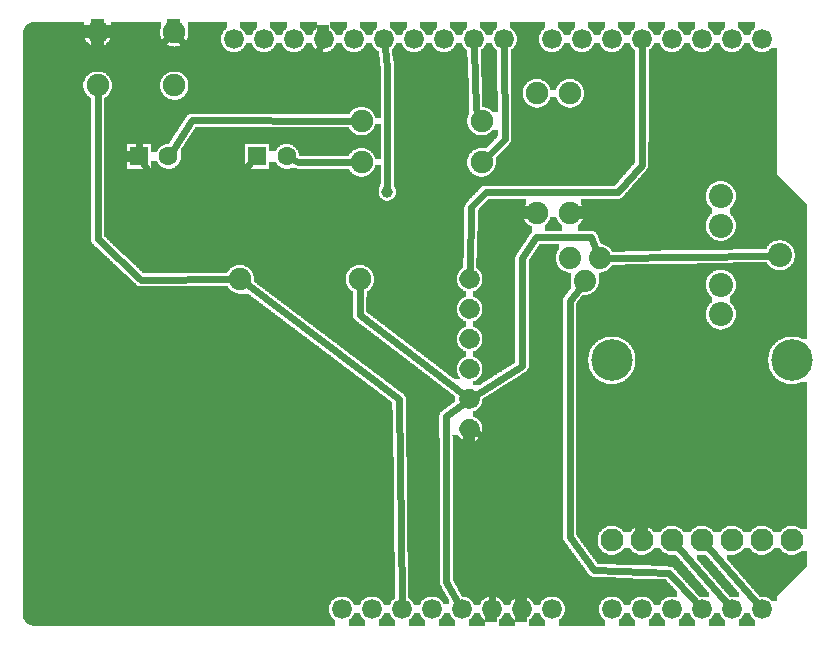
<source format=gtl>
G04 MADE WITH FRITZING*
G04 WWW.FRITZING.ORG*
G04 DOUBLE SIDED*
G04 HOLES PLATED*
G04 CONTOUR ON CENTER OF CONTOUR VECTOR*
%ASAXBY*%
%FSLAX23Y23*%
%MOIN*%
%OFA0B0*%
%SFA1.0B1.0*%
%ADD10C,0.075000*%
%ADD11C,0.039370*%
%ADD12C,0.062992*%
%ADD13C,0.138425*%
%ADD14C,0.076000*%
%ADD15C,0.066194*%
%ADD16C,0.066222*%
%ADD17C,0.065972*%
%ADD18C,0.080350*%
%ADD19C,0.074000*%
%ADD20R,0.062992X0.062992*%
%ADD21C,0.024000*%
%ADD22R,0.001000X0.001000*%
%LNCOPPER1*%
G90*
G70*
G54D10*
X773Y1203D03*
X1173Y1203D03*
X1763Y1823D03*
X1763Y1423D03*
X1873Y1823D03*
X1873Y1423D03*
G54D11*
X1265Y1495D03*
G54D10*
X555Y1849D03*
X299Y1849D03*
X555Y2026D03*
X299Y2026D03*
X1179Y1593D03*
X1579Y1593D03*
X1179Y1731D03*
X1579Y1731D03*
G54D12*
X831Y1613D03*
X929Y1613D03*
X437Y1613D03*
X535Y1613D03*
G54D13*
X2613Y933D03*
G54D14*
X2013Y333D03*
X2113Y333D03*
X2213Y333D03*
X2313Y333D03*
X2413Y333D03*
X2513Y333D03*
X2613Y333D03*
G54D13*
X2013Y933D03*
G54D15*
X2113Y103D03*
X2213Y103D03*
X2313Y103D03*
X2413Y103D03*
X2513Y103D03*
G54D16*
X1653Y2003D03*
X1553Y2003D03*
X1453Y2003D03*
X1353Y2003D03*
X1253Y2003D03*
X1153Y2003D03*
X1053Y2003D03*
X953Y2003D03*
X853Y2003D03*
X753Y2003D03*
X2513Y2003D03*
X2413Y2003D03*
X2313Y2003D03*
X2213Y2003D03*
X2113Y2003D03*
X2013Y2003D03*
X1913Y2003D03*
X1813Y2003D03*
G54D15*
X1213Y103D03*
X1113Y103D03*
X1313Y103D03*
X1413Y103D03*
X1513Y103D03*
X1613Y103D03*
X1713Y103D03*
X1813Y103D03*
X2013Y103D03*
G54D17*
X1539Y1204D03*
X1539Y1104D03*
X1539Y1004D03*
X1539Y904D03*
X1539Y804D03*
X1539Y704D03*
G54D18*
X2573Y1283D03*
X2377Y1086D03*
X2377Y1185D03*
X2377Y1381D03*
X2377Y1480D03*
G54D10*
X649Y1895D03*
X1620Y1393D03*
X2206Y1877D03*
X1806Y1180D03*
X2519Y222D03*
G54D19*
X1873Y1273D03*
X1923Y1198D03*
X1973Y1273D03*
X1873Y1273D03*
X1923Y1198D03*
X1973Y1273D03*
G54D20*
X831Y1613D03*
X437Y1613D03*
G54D21*
X1002Y1892D02*
X1041Y1976D01*
D02*
X673Y1893D02*
X1002Y1892D01*
D02*
X574Y2005D02*
X673Y1893D01*
D02*
X713Y1495D02*
X812Y1594D01*
D02*
X515Y1495D02*
X713Y1495D01*
D02*
X968Y1594D02*
X953Y1601D01*
D02*
X1657Y1671D02*
X1654Y1973D01*
D02*
X1599Y1613D02*
X1657Y1671D01*
D02*
X1560Y1770D02*
X1554Y1973D01*
D02*
X1567Y1756D02*
X1560Y1770D01*
D02*
X1150Y1593D02*
X968Y1594D01*
D02*
X452Y1590D02*
X515Y1495D01*
D02*
X1150Y1731D02*
X615Y1734D01*
D02*
X615Y1734D02*
X550Y1635D01*
D02*
X1461Y746D02*
X1462Y193D01*
D02*
X1173Y1084D02*
X1518Y820D01*
D02*
X1462Y193D02*
X1498Y129D01*
D02*
X1518Y788D02*
X1461Y746D01*
D02*
X2234Y310D02*
X2394Y126D01*
D02*
X2334Y310D02*
X2494Y126D01*
D02*
X2113Y1584D02*
X2113Y1973D01*
D02*
X1540Y1231D02*
X1545Y1443D01*
D02*
X1173Y1174D02*
X1173Y1084D01*
D02*
X1257Y1973D02*
X1265Y1912D01*
D02*
X443Y1202D02*
X299Y1337D01*
D02*
X299Y1337D02*
X299Y1820D01*
D02*
X745Y1203D02*
X443Y1202D01*
D02*
X533Y2007D02*
X438Y1926D01*
D02*
X438Y1926D02*
X437Y1639D01*
D02*
X1305Y803D02*
X1313Y133D01*
D02*
X796Y1186D02*
X1305Y803D01*
D02*
X2034Y1494D02*
X2113Y1584D01*
D02*
X1545Y1443D02*
X1593Y1494D01*
D02*
X1593Y1494D02*
X2034Y1494D01*
D02*
X2002Y1274D02*
X2532Y1282D01*
D02*
X1955Y233D02*
X2203Y224D01*
D02*
X2203Y224D02*
X2293Y126D01*
D02*
X1873Y1132D02*
X1873Y343D01*
D02*
X1873Y343D02*
X1955Y233D01*
D02*
X1906Y1175D02*
X1873Y1132D01*
D02*
X1714Y1273D02*
X1762Y1344D01*
D02*
X1762Y1344D02*
X1943Y1344D01*
D02*
X1714Y914D02*
X1714Y1273D01*
D02*
X1943Y1344D02*
X1962Y1300D01*
D02*
X1562Y818D02*
X1714Y914D01*
D02*
X1613Y133D02*
X1613Y663D01*
D02*
X1613Y663D02*
X1563Y691D01*
D02*
X1265Y1912D02*
X1265Y1514D01*
G36*
X76Y2059D02*
X76Y2057D01*
X70Y2057D01*
X70Y2055D01*
X68Y2055D01*
X68Y2053D01*
X64Y2053D01*
X64Y2051D01*
X62Y2051D01*
X62Y2049D01*
X60Y2049D01*
X60Y2047D01*
X58Y2047D01*
X58Y2043D01*
X56Y2043D01*
X56Y2041D01*
X54Y2041D01*
X54Y2035D01*
X52Y2035D01*
X52Y1977D01*
X298Y1977D01*
X298Y1979D01*
X286Y1979D01*
X286Y1981D01*
X280Y1981D01*
X280Y1983D01*
X276Y1983D01*
X276Y1985D01*
X274Y1985D01*
X274Y1987D01*
X270Y1987D01*
X270Y1989D01*
X268Y1989D01*
X268Y1991D01*
X266Y1991D01*
X266Y1993D01*
X264Y1993D01*
X264Y1995D01*
X262Y1995D01*
X262Y1997D01*
X260Y1997D01*
X260Y2001D01*
X258Y2001D01*
X258Y2005D01*
X256Y2005D01*
X256Y2009D01*
X254Y2009D01*
X254Y2015D01*
X252Y2015D01*
X252Y2035D01*
X254Y2035D01*
X254Y2059D01*
X76Y2059D01*
G37*
D02*
G36*
X344Y2059D02*
X344Y2037D01*
X346Y2037D01*
X346Y2013D01*
X344Y2013D01*
X344Y2007D01*
X342Y2007D01*
X342Y2003D01*
X340Y2003D01*
X340Y1999D01*
X338Y1999D01*
X338Y1997D01*
X336Y1997D01*
X336Y1995D01*
X334Y1995D01*
X334Y1993D01*
X332Y1993D01*
X332Y1991D01*
X330Y1991D01*
X330Y1989D01*
X328Y1989D01*
X328Y1987D01*
X326Y1987D01*
X326Y1985D01*
X322Y1985D01*
X322Y1983D01*
X318Y1983D01*
X318Y1981D01*
X312Y1981D01*
X312Y1979D01*
X300Y1979D01*
X300Y1977D01*
X554Y1977D01*
X554Y1979D01*
X542Y1979D01*
X542Y1981D01*
X536Y1981D01*
X536Y1983D01*
X532Y1983D01*
X532Y1985D01*
X528Y1985D01*
X528Y1987D01*
X526Y1987D01*
X526Y1989D01*
X524Y1989D01*
X524Y1991D01*
X522Y1991D01*
X522Y1993D01*
X520Y1993D01*
X520Y1995D01*
X518Y1995D01*
X518Y1997D01*
X516Y1997D01*
X516Y2001D01*
X514Y2001D01*
X514Y2005D01*
X512Y2005D01*
X512Y2009D01*
X510Y2009D01*
X510Y2015D01*
X508Y2015D01*
X508Y2037D01*
X510Y2037D01*
X510Y2059D01*
X344Y2059D01*
G37*
D02*
G36*
X600Y2059D02*
X600Y2037D01*
X602Y2037D01*
X602Y2013D01*
X600Y2013D01*
X600Y2007D01*
X598Y2007D01*
X598Y2003D01*
X596Y2003D01*
X596Y1999D01*
X594Y1999D01*
X594Y1997D01*
X592Y1997D01*
X592Y1995D01*
X590Y1995D01*
X590Y1993D01*
X588Y1993D01*
X588Y1991D01*
X586Y1991D01*
X586Y1989D01*
X584Y1989D01*
X584Y1987D01*
X582Y1987D01*
X582Y1985D01*
X578Y1985D01*
X578Y1983D01*
X574Y1983D01*
X574Y1981D01*
X568Y1981D01*
X568Y1979D01*
X556Y1979D01*
X556Y1977D01*
X718Y1977D01*
X718Y1979D01*
X716Y1979D01*
X716Y1983D01*
X714Y1983D01*
X714Y1989D01*
X712Y1989D01*
X712Y1995D01*
X710Y1995D01*
X710Y2009D01*
X712Y2009D01*
X712Y2017D01*
X714Y2017D01*
X714Y2021D01*
X716Y2021D01*
X716Y2025D01*
X718Y2025D01*
X718Y2029D01*
X720Y2029D01*
X720Y2031D01*
X722Y2031D01*
X722Y2033D01*
X724Y2033D01*
X724Y2035D01*
X726Y2035D01*
X726Y2037D01*
X728Y2037D01*
X728Y2039D01*
X732Y2039D01*
X732Y2059D01*
X600Y2059D01*
G37*
D02*
G36*
X1674Y2059D02*
X1674Y2039D01*
X1678Y2039D01*
X1678Y2037D01*
X1680Y2037D01*
X1680Y2035D01*
X1682Y2035D01*
X1682Y2033D01*
X1684Y2033D01*
X1684Y2031D01*
X1686Y2031D01*
X1686Y2029D01*
X1688Y2029D01*
X1688Y2027D01*
X1690Y2027D01*
X1690Y2023D01*
X1692Y2023D01*
X1692Y2019D01*
X1694Y2019D01*
X1694Y2013D01*
X1696Y2013D01*
X1696Y1993D01*
X1694Y1993D01*
X1694Y1985D01*
X1692Y1985D01*
X1692Y1983D01*
X1690Y1983D01*
X1690Y1979D01*
X1688Y1979D01*
X1688Y1977D01*
X1686Y1977D01*
X1686Y1973D01*
X1684Y1973D01*
X1684Y1971D01*
X1682Y1971D01*
X1682Y1969D01*
X1678Y1969D01*
X1678Y1967D01*
X1676Y1967D01*
X1676Y1959D01*
X1808Y1959D01*
X1808Y1961D01*
X1800Y1961D01*
X1800Y1963D01*
X1794Y1963D01*
X1794Y1965D01*
X1792Y1965D01*
X1792Y1967D01*
X1788Y1967D01*
X1788Y1969D01*
X1786Y1969D01*
X1786Y1971D01*
X1784Y1971D01*
X1784Y1973D01*
X1782Y1973D01*
X1782Y1975D01*
X1780Y1975D01*
X1780Y1977D01*
X1778Y1977D01*
X1778Y1979D01*
X1776Y1979D01*
X1776Y1983D01*
X1774Y1983D01*
X1774Y1989D01*
X1772Y1989D01*
X1772Y1995D01*
X1770Y1995D01*
X1770Y2009D01*
X1772Y2009D01*
X1772Y2017D01*
X1774Y2017D01*
X1774Y2021D01*
X1776Y2021D01*
X1776Y2025D01*
X1778Y2025D01*
X1778Y2029D01*
X1780Y2029D01*
X1780Y2031D01*
X1782Y2031D01*
X1782Y2033D01*
X1784Y2033D01*
X1784Y2035D01*
X1786Y2035D01*
X1786Y2037D01*
X1788Y2037D01*
X1788Y2039D01*
X1792Y2039D01*
X1792Y2059D01*
X1674Y2059D01*
G37*
D02*
G36*
X794Y1989D02*
X794Y1985D01*
X792Y1985D01*
X792Y1983D01*
X790Y1983D01*
X790Y1979D01*
X788Y1979D01*
X788Y1977D01*
X786Y1977D01*
X786Y1973D01*
X784Y1973D01*
X784Y1971D01*
X782Y1971D01*
X782Y1969D01*
X778Y1969D01*
X778Y1967D01*
X776Y1967D01*
X776Y1965D01*
X772Y1965D01*
X772Y1963D01*
X768Y1963D01*
X768Y1961D01*
X760Y1961D01*
X760Y1959D01*
X848Y1959D01*
X848Y1961D01*
X840Y1961D01*
X840Y1963D01*
X834Y1963D01*
X834Y1965D01*
X832Y1965D01*
X832Y1967D01*
X828Y1967D01*
X828Y1969D01*
X826Y1969D01*
X826Y1971D01*
X824Y1971D01*
X824Y1973D01*
X822Y1973D01*
X822Y1975D01*
X820Y1975D01*
X820Y1977D01*
X818Y1977D01*
X818Y1979D01*
X816Y1979D01*
X816Y1983D01*
X814Y1983D01*
X814Y1989D01*
X794Y1989D01*
G37*
D02*
G36*
X894Y1989D02*
X894Y1985D01*
X892Y1985D01*
X892Y1983D01*
X890Y1983D01*
X890Y1979D01*
X888Y1979D01*
X888Y1975D01*
X886Y1975D01*
X886Y1973D01*
X884Y1973D01*
X884Y1971D01*
X882Y1971D01*
X882Y1969D01*
X878Y1969D01*
X878Y1967D01*
X876Y1967D01*
X876Y1965D01*
X872Y1965D01*
X872Y1963D01*
X868Y1963D01*
X868Y1961D01*
X860Y1961D01*
X860Y1959D01*
X948Y1959D01*
X948Y1961D01*
X940Y1961D01*
X940Y1963D01*
X934Y1963D01*
X934Y1965D01*
X932Y1965D01*
X932Y1967D01*
X928Y1967D01*
X928Y1969D01*
X926Y1969D01*
X926Y1971D01*
X924Y1971D01*
X924Y1973D01*
X922Y1973D01*
X922Y1975D01*
X920Y1975D01*
X920Y1977D01*
X918Y1977D01*
X918Y1979D01*
X916Y1979D01*
X916Y1983D01*
X914Y1983D01*
X914Y1989D01*
X894Y1989D01*
G37*
D02*
G36*
X994Y1989D02*
X994Y1985D01*
X992Y1985D01*
X992Y1983D01*
X990Y1983D01*
X990Y1979D01*
X988Y1979D01*
X988Y1975D01*
X986Y1975D01*
X986Y1973D01*
X984Y1973D01*
X984Y1971D01*
X982Y1971D01*
X982Y1969D01*
X978Y1969D01*
X978Y1967D01*
X976Y1967D01*
X976Y1965D01*
X972Y1965D01*
X972Y1963D01*
X968Y1963D01*
X968Y1961D01*
X960Y1961D01*
X960Y1959D01*
X1048Y1959D01*
X1048Y1961D01*
X1040Y1961D01*
X1040Y1963D01*
X1034Y1963D01*
X1034Y1965D01*
X1032Y1965D01*
X1032Y1967D01*
X1028Y1967D01*
X1028Y1969D01*
X1026Y1969D01*
X1026Y1971D01*
X1024Y1971D01*
X1024Y1973D01*
X1022Y1973D01*
X1022Y1975D01*
X1020Y1975D01*
X1020Y1977D01*
X1018Y1977D01*
X1018Y1979D01*
X1016Y1979D01*
X1016Y1983D01*
X1014Y1983D01*
X1014Y1989D01*
X994Y1989D01*
G37*
D02*
G36*
X1094Y1989D02*
X1094Y1985D01*
X1092Y1985D01*
X1092Y1983D01*
X1090Y1983D01*
X1090Y1979D01*
X1088Y1979D01*
X1088Y1975D01*
X1086Y1975D01*
X1086Y1973D01*
X1084Y1973D01*
X1084Y1971D01*
X1082Y1971D01*
X1082Y1969D01*
X1078Y1969D01*
X1078Y1967D01*
X1076Y1967D01*
X1076Y1965D01*
X1072Y1965D01*
X1072Y1963D01*
X1068Y1963D01*
X1068Y1961D01*
X1060Y1961D01*
X1060Y1959D01*
X1148Y1959D01*
X1148Y1961D01*
X1140Y1961D01*
X1140Y1963D01*
X1134Y1963D01*
X1134Y1965D01*
X1132Y1965D01*
X1132Y1967D01*
X1128Y1967D01*
X1128Y1969D01*
X1126Y1969D01*
X1126Y1971D01*
X1124Y1971D01*
X1124Y1973D01*
X1122Y1973D01*
X1122Y1975D01*
X1120Y1975D01*
X1120Y1977D01*
X1118Y1977D01*
X1118Y1979D01*
X1116Y1979D01*
X1116Y1983D01*
X1114Y1983D01*
X1114Y1989D01*
X1094Y1989D01*
G37*
D02*
G36*
X1194Y1989D02*
X1194Y1985D01*
X1192Y1985D01*
X1192Y1983D01*
X1190Y1983D01*
X1190Y1979D01*
X1188Y1979D01*
X1188Y1975D01*
X1186Y1975D01*
X1186Y1973D01*
X1184Y1973D01*
X1184Y1971D01*
X1182Y1971D01*
X1182Y1969D01*
X1178Y1969D01*
X1178Y1967D01*
X1176Y1967D01*
X1176Y1965D01*
X1172Y1965D01*
X1172Y1963D01*
X1168Y1963D01*
X1168Y1961D01*
X1160Y1961D01*
X1160Y1959D01*
X1236Y1959D01*
X1236Y1963D01*
X1234Y1963D01*
X1234Y1965D01*
X1232Y1965D01*
X1232Y1967D01*
X1228Y1967D01*
X1228Y1969D01*
X1226Y1969D01*
X1226Y1971D01*
X1224Y1971D01*
X1224Y1973D01*
X1222Y1973D01*
X1222Y1975D01*
X1220Y1975D01*
X1220Y1977D01*
X1218Y1977D01*
X1218Y1979D01*
X1216Y1979D01*
X1216Y1983D01*
X1214Y1983D01*
X1214Y1989D01*
X1194Y1989D01*
G37*
D02*
G36*
X1294Y1989D02*
X1294Y1985D01*
X1292Y1985D01*
X1292Y1983D01*
X1290Y1983D01*
X1290Y1979D01*
X1288Y1979D01*
X1288Y1975D01*
X1286Y1975D01*
X1286Y1973D01*
X1284Y1973D01*
X1284Y1971D01*
X1282Y1971D01*
X1282Y1959D01*
X1348Y1959D01*
X1348Y1961D01*
X1340Y1961D01*
X1340Y1963D01*
X1334Y1963D01*
X1334Y1965D01*
X1332Y1965D01*
X1332Y1967D01*
X1328Y1967D01*
X1328Y1969D01*
X1326Y1969D01*
X1326Y1971D01*
X1324Y1971D01*
X1324Y1973D01*
X1322Y1973D01*
X1322Y1975D01*
X1320Y1975D01*
X1320Y1977D01*
X1318Y1977D01*
X1318Y1979D01*
X1316Y1979D01*
X1316Y1983D01*
X1314Y1983D01*
X1314Y1989D01*
X1294Y1989D01*
G37*
D02*
G36*
X1394Y1989D02*
X1394Y1985D01*
X1392Y1985D01*
X1392Y1983D01*
X1390Y1983D01*
X1390Y1979D01*
X1388Y1979D01*
X1388Y1975D01*
X1386Y1975D01*
X1386Y1973D01*
X1384Y1973D01*
X1384Y1971D01*
X1382Y1971D01*
X1382Y1969D01*
X1378Y1969D01*
X1378Y1967D01*
X1376Y1967D01*
X1376Y1965D01*
X1372Y1965D01*
X1372Y1963D01*
X1368Y1963D01*
X1368Y1961D01*
X1360Y1961D01*
X1360Y1959D01*
X1448Y1959D01*
X1448Y1961D01*
X1440Y1961D01*
X1440Y1963D01*
X1434Y1963D01*
X1434Y1965D01*
X1432Y1965D01*
X1432Y1967D01*
X1428Y1967D01*
X1428Y1969D01*
X1426Y1969D01*
X1426Y1971D01*
X1424Y1971D01*
X1424Y1973D01*
X1422Y1973D01*
X1422Y1975D01*
X1420Y1975D01*
X1420Y1977D01*
X1418Y1977D01*
X1418Y1979D01*
X1416Y1979D01*
X1416Y1983D01*
X1414Y1983D01*
X1414Y1989D01*
X1394Y1989D01*
G37*
D02*
G36*
X1494Y1989D02*
X1494Y1985D01*
X1492Y1985D01*
X1492Y1983D01*
X1490Y1983D01*
X1490Y1979D01*
X1488Y1979D01*
X1488Y1975D01*
X1486Y1975D01*
X1486Y1973D01*
X1484Y1973D01*
X1484Y1971D01*
X1482Y1971D01*
X1482Y1969D01*
X1478Y1969D01*
X1478Y1967D01*
X1476Y1967D01*
X1476Y1965D01*
X1472Y1965D01*
X1472Y1963D01*
X1468Y1963D01*
X1468Y1961D01*
X1460Y1961D01*
X1460Y1959D01*
X1532Y1959D01*
X1532Y1967D01*
X1528Y1967D01*
X1528Y1969D01*
X1526Y1969D01*
X1526Y1971D01*
X1524Y1971D01*
X1524Y1973D01*
X1522Y1973D01*
X1522Y1975D01*
X1520Y1975D01*
X1520Y1977D01*
X1518Y1977D01*
X1518Y1979D01*
X1516Y1979D01*
X1516Y1983D01*
X1514Y1983D01*
X1514Y1989D01*
X1494Y1989D01*
G37*
D02*
G36*
X1854Y1989D02*
X1854Y1985D01*
X1852Y1985D01*
X1852Y1983D01*
X1850Y1983D01*
X1850Y1979D01*
X1848Y1979D01*
X1848Y1975D01*
X1846Y1975D01*
X1846Y1973D01*
X1844Y1973D01*
X1844Y1971D01*
X1842Y1971D01*
X1842Y1969D01*
X1838Y1969D01*
X1838Y1967D01*
X1836Y1967D01*
X1836Y1965D01*
X1832Y1965D01*
X1832Y1963D01*
X1828Y1963D01*
X1828Y1961D01*
X1820Y1961D01*
X1820Y1959D01*
X1908Y1959D01*
X1908Y1961D01*
X1900Y1961D01*
X1900Y1963D01*
X1894Y1963D01*
X1894Y1965D01*
X1892Y1965D01*
X1892Y1967D01*
X1888Y1967D01*
X1888Y1969D01*
X1886Y1969D01*
X1886Y1971D01*
X1884Y1971D01*
X1884Y1973D01*
X1882Y1973D01*
X1882Y1975D01*
X1880Y1975D01*
X1880Y1977D01*
X1878Y1977D01*
X1878Y1979D01*
X1876Y1979D01*
X1876Y1983D01*
X1874Y1983D01*
X1874Y1989D01*
X1854Y1989D01*
G37*
D02*
G36*
X1954Y1989D02*
X1954Y1985D01*
X1952Y1985D01*
X1952Y1981D01*
X1950Y1981D01*
X1950Y1979D01*
X1948Y1979D01*
X1948Y1975D01*
X1946Y1975D01*
X1946Y1973D01*
X1944Y1973D01*
X1944Y1971D01*
X1942Y1971D01*
X1942Y1969D01*
X1938Y1969D01*
X1938Y1967D01*
X1936Y1967D01*
X1936Y1965D01*
X1932Y1965D01*
X1932Y1963D01*
X1928Y1963D01*
X1928Y1961D01*
X1920Y1961D01*
X1920Y1959D01*
X2008Y1959D01*
X2008Y1961D01*
X2000Y1961D01*
X2000Y1963D01*
X1994Y1963D01*
X1994Y1965D01*
X1992Y1965D01*
X1992Y1967D01*
X1988Y1967D01*
X1988Y1969D01*
X1986Y1969D01*
X1986Y1971D01*
X1984Y1971D01*
X1984Y1973D01*
X1982Y1973D01*
X1982Y1975D01*
X1980Y1975D01*
X1980Y1977D01*
X1978Y1977D01*
X1978Y1979D01*
X1976Y1979D01*
X1976Y1983D01*
X1974Y1983D01*
X1974Y1989D01*
X1954Y1989D01*
G37*
D02*
G36*
X2054Y1989D02*
X2054Y1985D01*
X2052Y1985D01*
X2052Y1981D01*
X2050Y1981D01*
X2050Y1979D01*
X2048Y1979D01*
X2048Y1975D01*
X2046Y1975D01*
X2046Y1973D01*
X2044Y1973D01*
X2044Y1971D01*
X2042Y1971D01*
X2042Y1969D01*
X2038Y1969D01*
X2038Y1967D01*
X2036Y1967D01*
X2036Y1965D01*
X2032Y1965D01*
X2032Y1963D01*
X2028Y1963D01*
X2028Y1961D01*
X2020Y1961D01*
X2020Y1959D01*
X2092Y1959D01*
X2092Y1967D01*
X2088Y1967D01*
X2088Y1969D01*
X2086Y1969D01*
X2086Y1971D01*
X2084Y1971D01*
X2084Y1973D01*
X2082Y1973D01*
X2082Y1975D01*
X2080Y1975D01*
X2080Y1977D01*
X2078Y1977D01*
X2078Y1979D01*
X2076Y1979D01*
X2076Y1983D01*
X2074Y1983D01*
X2074Y1989D01*
X2054Y1989D01*
G37*
D02*
G36*
X52Y1977D02*
X52Y1975D01*
X720Y1975D01*
X720Y1977D01*
X52Y1977D01*
G37*
D02*
G36*
X52Y1977D02*
X52Y1975D01*
X720Y1975D01*
X720Y1977D01*
X52Y1977D01*
G37*
D02*
G36*
X52Y1977D02*
X52Y1975D01*
X720Y1975D01*
X720Y1977D01*
X52Y1977D01*
G37*
D02*
G36*
X52Y1975D02*
X52Y1959D01*
X748Y1959D01*
X748Y1961D01*
X740Y1961D01*
X740Y1963D01*
X734Y1963D01*
X734Y1965D01*
X732Y1965D01*
X732Y1967D01*
X728Y1967D01*
X728Y1969D01*
X726Y1969D01*
X726Y1971D01*
X724Y1971D01*
X724Y1973D01*
X722Y1973D01*
X722Y1975D01*
X52Y1975D01*
G37*
D02*
G36*
X52Y1959D02*
X52Y1957D01*
X1238Y1957D01*
X1238Y1959D01*
X52Y1959D01*
G37*
D02*
G36*
X52Y1959D02*
X52Y1957D01*
X1238Y1957D01*
X1238Y1959D01*
X52Y1959D01*
G37*
D02*
G36*
X52Y1959D02*
X52Y1957D01*
X1238Y1957D01*
X1238Y1959D01*
X52Y1959D01*
G37*
D02*
G36*
X52Y1959D02*
X52Y1957D01*
X1238Y1957D01*
X1238Y1959D01*
X52Y1959D01*
G37*
D02*
G36*
X52Y1959D02*
X52Y1957D01*
X1238Y1957D01*
X1238Y1959D01*
X52Y1959D01*
G37*
D02*
G36*
X52Y1959D02*
X52Y1957D01*
X1238Y1957D01*
X1238Y1959D01*
X52Y1959D01*
G37*
D02*
G36*
X1282Y1959D02*
X1282Y1957D01*
X1532Y1957D01*
X1532Y1959D01*
X1282Y1959D01*
G37*
D02*
G36*
X1282Y1959D02*
X1282Y1957D01*
X1532Y1957D01*
X1532Y1959D01*
X1282Y1959D01*
G37*
D02*
G36*
X1282Y1959D02*
X1282Y1957D01*
X1532Y1957D01*
X1532Y1959D01*
X1282Y1959D01*
G37*
D02*
G36*
X1676Y1959D02*
X1676Y1957D01*
X2092Y1957D01*
X2092Y1959D01*
X1676Y1959D01*
G37*
D02*
G36*
X1676Y1959D02*
X1676Y1957D01*
X2092Y1957D01*
X2092Y1959D01*
X1676Y1959D01*
G37*
D02*
G36*
X1676Y1959D02*
X1676Y1957D01*
X2092Y1957D01*
X2092Y1959D01*
X1676Y1959D01*
G37*
D02*
G36*
X1676Y1959D02*
X1676Y1957D01*
X2092Y1957D01*
X2092Y1959D01*
X1676Y1959D01*
G37*
D02*
G36*
X52Y1957D02*
X52Y1895D01*
X568Y1895D01*
X568Y1893D01*
X574Y1893D01*
X574Y1891D01*
X578Y1891D01*
X578Y1889D01*
X580Y1889D01*
X580Y1887D01*
X584Y1887D01*
X584Y1885D01*
X586Y1885D01*
X586Y1883D01*
X588Y1883D01*
X588Y1881D01*
X590Y1881D01*
X590Y1879D01*
X592Y1879D01*
X592Y1877D01*
X594Y1877D01*
X594Y1873D01*
X596Y1873D01*
X596Y1871D01*
X598Y1871D01*
X598Y1867D01*
X600Y1867D01*
X600Y1859D01*
X602Y1859D01*
X602Y1837D01*
X600Y1837D01*
X600Y1831D01*
X598Y1831D01*
X598Y1827D01*
X596Y1827D01*
X596Y1823D01*
X594Y1823D01*
X594Y1819D01*
X592Y1819D01*
X592Y1817D01*
X590Y1817D01*
X590Y1815D01*
X588Y1815D01*
X588Y1813D01*
X586Y1813D01*
X586Y1811D01*
X582Y1811D01*
X582Y1809D01*
X580Y1809D01*
X580Y1807D01*
X576Y1807D01*
X576Y1805D01*
X572Y1805D01*
X572Y1803D01*
X566Y1803D01*
X566Y1801D01*
X1244Y1801D01*
X1244Y1913D01*
X1242Y1913D01*
X1242Y1929D01*
X1240Y1929D01*
X1240Y1943D01*
X1238Y1943D01*
X1238Y1957D01*
X52Y1957D01*
G37*
D02*
G36*
X1282Y1957D02*
X1282Y1947D01*
X1284Y1947D01*
X1284Y1931D01*
X1286Y1931D01*
X1286Y1917D01*
X1288Y1917D01*
X1288Y1683D01*
X1568Y1683D01*
X1568Y1685D01*
X1562Y1685D01*
X1562Y1687D01*
X1558Y1687D01*
X1558Y1689D01*
X1554Y1689D01*
X1554Y1691D01*
X1550Y1691D01*
X1550Y1693D01*
X1548Y1693D01*
X1548Y1695D01*
X1546Y1695D01*
X1546Y1697D01*
X1544Y1697D01*
X1544Y1699D01*
X1542Y1699D01*
X1542Y1701D01*
X1540Y1701D01*
X1540Y1705D01*
X1538Y1705D01*
X1538Y1709D01*
X1536Y1709D01*
X1536Y1711D01*
X1534Y1711D01*
X1534Y1719D01*
X1532Y1719D01*
X1532Y1741D01*
X1534Y1741D01*
X1534Y1749D01*
X1536Y1749D01*
X1536Y1753D01*
X1538Y1753D01*
X1538Y1805D01*
X1536Y1805D01*
X1536Y1875D01*
X1534Y1875D01*
X1534Y1945D01*
X1532Y1945D01*
X1532Y1957D01*
X1282Y1957D01*
G37*
D02*
G36*
X1676Y1957D02*
X1676Y1871D01*
X1876Y1871D01*
X1876Y1869D01*
X1886Y1869D01*
X1886Y1867D01*
X1892Y1867D01*
X1892Y1865D01*
X1896Y1865D01*
X1896Y1863D01*
X1900Y1863D01*
X1900Y1861D01*
X1902Y1861D01*
X1902Y1859D01*
X1904Y1859D01*
X1904Y1857D01*
X1908Y1857D01*
X1908Y1853D01*
X1910Y1853D01*
X1910Y1851D01*
X1912Y1851D01*
X1912Y1849D01*
X1914Y1849D01*
X1914Y1845D01*
X1916Y1845D01*
X1916Y1841D01*
X1918Y1841D01*
X1918Y1835D01*
X1920Y1835D01*
X1920Y1811D01*
X1918Y1811D01*
X1918Y1803D01*
X1916Y1803D01*
X1916Y1801D01*
X1914Y1801D01*
X1914Y1797D01*
X1912Y1797D01*
X1912Y1793D01*
X1910Y1793D01*
X1910Y1791D01*
X1908Y1791D01*
X1908Y1789D01*
X1906Y1789D01*
X1906Y1787D01*
X1904Y1787D01*
X1904Y1785D01*
X1900Y1785D01*
X1900Y1783D01*
X1898Y1783D01*
X1898Y1781D01*
X1894Y1781D01*
X1894Y1779D01*
X1890Y1779D01*
X1890Y1777D01*
X1882Y1777D01*
X1882Y1775D01*
X2092Y1775D01*
X2092Y1957D01*
X1676Y1957D01*
G37*
D02*
G36*
X52Y1895D02*
X52Y1179D01*
X438Y1179D01*
X438Y1181D01*
X432Y1181D01*
X432Y1183D01*
X430Y1183D01*
X430Y1185D01*
X428Y1185D01*
X428Y1187D01*
X426Y1187D01*
X426Y1189D01*
X424Y1189D01*
X424Y1191D01*
X420Y1191D01*
X420Y1193D01*
X418Y1193D01*
X418Y1195D01*
X416Y1195D01*
X416Y1197D01*
X414Y1197D01*
X414Y1199D01*
X412Y1199D01*
X412Y1201D01*
X410Y1201D01*
X410Y1203D01*
X408Y1203D01*
X408Y1205D01*
X406Y1205D01*
X406Y1207D01*
X404Y1207D01*
X404Y1209D01*
X402Y1209D01*
X402Y1211D01*
X400Y1211D01*
X400Y1213D01*
X398Y1213D01*
X398Y1215D01*
X396Y1215D01*
X396Y1217D01*
X394Y1217D01*
X394Y1219D01*
X390Y1219D01*
X390Y1221D01*
X388Y1221D01*
X388Y1223D01*
X386Y1223D01*
X386Y1225D01*
X384Y1225D01*
X384Y1227D01*
X382Y1227D01*
X382Y1229D01*
X380Y1229D01*
X380Y1231D01*
X378Y1231D01*
X378Y1233D01*
X376Y1233D01*
X376Y1235D01*
X374Y1235D01*
X374Y1237D01*
X372Y1237D01*
X372Y1239D01*
X370Y1239D01*
X370Y1241D01*
X368Y1241D01*
X368Y1243D01*
X366Y1243D01*
X366Y1245D01*
X364Y1245D01*
X364Y1247D01*
X362Y1247D01*
X362Y1249D01*
X358Y1249D01*
X358Y1251D01*
X356Y1251D01*
X356Y1253D01*
X354Y1253D01*
X354Y1255D01*
X352Y1255D01*
X352Y1257D01*
X350Y1257D01*
X350Y1259D01*
X348Y1259D01*
X348Y1261D01*
X346Y1261D01*
X346Y1263D01*
X344Y1263D01*
X344Y1265D01*
X342Y1265D01*
X342Y1267D01*
X340Y1267D01*
X340Y1269D01*
X338Y1269D01*
X338Y1271D01*
X336Y1271D01*
X336Y1273D01*
X334Y1273D01*
X334Y1275D01*
X332Y1275D01*
X332Y1277D01*
X330Y1277D01*
X330Y1279D01*
X326Y1279D01*
X326Y1281D01*
X324Y1281D01*
X324Y1283D01*
X322Y1283D01*
X322Y1285D01*
X320Y1285D01*
X320Y1287D01*
X318Y1287D01*
X318Y1289D01*
X316Y1289D01*
X316Y1291D01*
X314Y1291D01*
X314Y1293D01*
X312Y1293D01*
X312Y1295D01*
X310Y1295D01*
X310Y1297D01*
X308Y1297D01*
X308Y1299D01*
X306Y1299D01*
X306Y1301D01*
X304Y1301D01*
X304Y1303D01*
X302Y1303D01*
X302Y1305D01*
X300Y1305D01*
X300Y1307D01*
X298Y1307D01*
X298Y1309D01*
X294Y1309D01*
X294Y1311D01*
X292Y1311D01*
X292Y1313D01*
X290Y1313D01*
X290Y1315D01*
X288Y1315D01*
X288Y1317D01*
X286Y1317D01*
X286Y1319D01*
X284Y1319D01*
X284Y1321D01*
X282Y1321D01*
X282Y1323D01*
X280Y1323D01*
X280Y1327D01*
X278Y1327D01*
X278Y1807D01*
X274Y1807D01*
X274Y1809D01*
X272Y1809D01*
X272Y1811D01*
X270Y1811D01*
X270Y1813D01*
X266Y1813D01*
X266Y1815D01*
X264Y1815D01*
X264Y1819D01*
X262Y1819D01*
X262Y1821D01*
X260Y1821D01*
X260Y1823D01*
X258Y1823D01*
X258Y1827D01*
X256Y1827D01*
X256Y1831D01*
X254Y1831D01*
X254Y1839D01*
X252Y1839D01*
X252Y1859D01*
X254Y1859D01*
X254Y1865D01*
X256Y1865D01*
X256Y1869D01*
X258Y1869D01*
X258Y1873D01*
X260Y1873D01*
X260Y1877D01*
X262Y1877D01*
X262Y1879D01*
X264Y1879D01*
X264Y1881D01*
X266Y1881D01*
X266Y1883D01*
X268Y1883D01*
X268Y1885D01*
X270Y1885D01*
X270Y1887D01*
X274Y1887D01*
X274Y1889D01*
X278Y1889D01*
X278Y1891D01*
X280Y1891D01*
X280Y1893D01*
X288Y1893D01*
X288Y1895D01*
X52Y1895D01*
G37*
D02*
G36*
X312Y1895D02*
X312Y1893D01*
X318Y1893D01*
X318Y1891D01*
X322Y1891D01*
X322Y1889D01*
X326Y1889D01*
X326Y1887D01*
X328Y1887D01*
X328Y1885D01*
X330Y1885D01*
X330Y1883D01*
X332Y1883D01*
X332Y1881D01*
X334Y1881D01*
X334Y1879D01*
X336Y1879D01*
X336Y1877D01*
X338Y1877D01*
X338Y1875D01*
X340Y1875D01*
X340Y1871D01*
X342Y1871D01*
X342Y1867D01*
X344Y1867D01*
X344Y1861D01*
X346Y1861D01*
X346Y1837D01*
X344Y1837D01*
X344Y1829D01*
X342Y1829D01*
X342Y1827D01*
X340Y1827D01*
X340Y1823D01*
X338Y1823D01*
X338Y1819D01*
X336Y1819D01*
X336Y1817D01*
X334Y1817D01*
X334Y1815D01*
X332Y1815D01*
X332Y1813D01*
X330Y1813D01*
X330Y1811D01*
X328Y1811D01*
X328Y1809D01*
X324Y1809D01*
X324Y1807D01*
X322Y1807D01*
X322Y1801D01*
X546Y1801D01*
X546Y1803D01*
X538Y1803D01*
X538Y1805D01*
X534Y1805D01*
X534Y1807D01*
X530Y1807D01*
X530Y1809D01*
X528Y1809D01*
X528Y1811D01*
X524Y1811D01*
X524Y1813D01*
X522Y1813D01*
X522Y1815D01*
X520Y1815D01*
X520Y1817D01*
X518Y1817D01*
X518Y1821D01*
X516Y1821D01*
X516Y1823D01*
X514Y1823D01*
X514Y1827D01*
X512Y1827D01*
X512Y1831D01*
X510Y1831D01*
X510Y1837D01*
X508Y1837D01*
X508Y1859D01*
X510Y1859D01*
X510Y1865D01*
X512Y1865D01*
X512Y1869D01*
X514Y1869D01*
X514Y1873D01*
X516Y1873D01*
X516Y1877D01*
X518Y1877D01*
X518Y1879D01*
X520Y1879D01*
X520Y1881D01*
X522Y1881D01*
X522Y1883D01*
X524Y1883D01*
X524Y1885D01*
X526Y1885D01*
X526Y1887D01*
X530Y1887D01*
X530Y1889D01*
X532Y1889D01*
X532Y1891D01*
X536Y1891D01*
X536Y1893D01*
X544Y1893D01*
X544Y1895D01*
X312Y1895D01*
G37*
D02*
G36*
X1676Y1871D02*
X1676Y1833D01*
X1678Y1833D01*
X1678Y1775D01*
X1756Y1775D01*
X1756Y1777D01*
X1748Y1777D01*
X1748Y1779D01*
X1742Y1779D01*
X1742Y1781D01*
X1740Y1781D01*
X1740Y1783D01*
X1736Y1783D01*
X1736Y1785D01*
X1734Y1785D01*
X1734Y1787D01*
X1732Y1787D01*
X1732Y1789D01*
X1730Y1789D01*
X1730Y1791D01*
X1728Y1791D01*
X1728Y1793D01*
X1726Y1793D01*
X1726Y1795D01*
X1724Y1795D01*
X1724Y1799D01*
X1722Y1799D01*
X1722Y1801D01*
X1720Y1801D01*
X1720Y1807D01*
X1718Y1807D01*
X1718Y1813D01*
X1716Y1813D01*
X1716Y1833D01*
X1718Y1833D01*
X1718Y1839D01*
X1720Y1839D01*
X1720Y1843D01*
X1722Y1843D01*
X1722Y1847D01*
X1724Y1847D01*
X1724Y1851D01*
X1726Y1851D01*
X1726Y1853D01*
X1728Y1853D01*
X1728Y1855D01*
X1730Y1855D01*
X1730Y1857D01*
X1732Y1857D01*
X1732Y1859D01*
X1734Y1859D01*
X1734Y1861D01*
X1738Y1861D01*
X1738Y1863D01*
X1740Y1863D01*
X1740Y1865D01*
X1744Y1865D01*
X1744Y1867D01*
X1750Y1867D01*
X1750Y1869D01*
X1762Y1869D01*
X1762Y1871D01*
X1676Y1871D01*
G37*
D02*
G36*
X1766Y1871D02*
X1766Y1869D01*
X1776Y1869D01*
X1776Y1867D01*
X1782Y1867D01*
X1782Y1865D01*
X1786Y1865D01*
X1786Y1863D01*
X1790Y1863D01*
X1790Y1861D01*
X1792Y1861D01*
X1792Y1859D01*
X1794Y1859D01*
X1794Y1857D01*
X1798Y1857D01*
X1798Y1853D01*
X1800Y1853D01*
X1800Y1851D01*
X1802Y1851D01*
X1802Y1849D01*
X1804Y1849D01*
X1804Y1845D01*
X1806Y1845D01*
X1806Y1841D01*
X1808Y1841D01*
X1808Y1835D01*
X1828Y1835D01*
X1828Y1839D01*
X1830Y1839D01*
X1830Y1843D01*
X1832Y1843D01*
X1832Y1847D01*
X1834Y1847D01*
X1834Y1851D01*
X1836Y1851D01*
X1836Y1853D01*
X1838Y1853D01*
X1838Y1855D01*
X1840Y1855D01*
X1840Y1857D01*
X1842Y1857D01*
X1842Y1859D01*
X1844Y1859D01*
X1844Y1861D01*
X1848Y1861D01*
X1848Y1863D01*
X1850Y1863D01*
X1850Y1865D01*
X1854Y1865D01*
X1854Y1867D01*
X1860Y1867D01*
X1860Y1869D01*
X1872Y1869D01*
X1872Y1871D01*
X1766Y1871D01*
G37*
D02*
G36*
X1808Y1811D02*
X1808Y1803D01*
X1806Y1803D01*
X1806Y1801D01*
X1804Y1801D01*
X1804Y1797D01*
X1802Y1797D01*
X1802Y1793D01*
X1800Y1793D01*
X1800Y1791D01*
X1798Y1791D01*
X1798Y1789D01*
X1796Y1789D01*
X1796Y1787D01*
X1794Y1787D01*
X1794Y1785D01*
X1790Y1785D01*
X1790Y1783D01*
X1788Y1783D01*
X1788Y1781D01*
X1784Y1781D01*
X1784Y1779D01*
X1780Y1779D01*
X1780Y1777D01*
X1772Y1777D01*
X1772Y1775D01*
X1866Y1775D01*
X1866Y1777D01*
X1858Y1777D01*
X1858Y1779D01*
X1852Y1779D01*
X1852Y1781D01*
X1850Y1781D01*
X1850Y1783D01*
X1846Y1783D01*
X1846Y1785D01*
X1844Y1785D01*
X1844Y1787D01*
X1842Y1787D01*
X1842Y1789D01*
X1840Y1789D01*
X1840Y1791D01*
X1838Y1791D01*
X1838Y1793D01*
X1836Y1793D01*
X1836Y1795D01*
X1834Y1795D01*
X1834Y1799D01*
X1832Y1799D01*
X1832Y1801D01*
X1830Y1801D01*
X1830Y1807D01*
X1828Y1807D01*
X1828Y1811D01*
X1808Y1811D01*
G37*
D02*
G36*
X322Y1801D02*
X322Y1799D01*
X1244Y1799D01*
X1244Y1801D01*
X322Y1801D01*
G37*
D02*
G36*
X322Y1801D02*
X322Y1799D01*
X1244Y1799D01*
X1244Y1801D01*
X322Y1801D01*
G37*
D02*
G36*
X322Y1799D02*
X322Y1777D01*
X1190Y1777D01*
X1190Y1775D01*
X1196Y1775D01*
X1196Y1773D01*
X1200Y1773D01*
X1200Y1771D01*
X1204Y1771D01*
X1204Y1769D01*
X1208Y1769D01*
X1208Y1767D01*
X1210Y1767D01*
X1210Y1765D01*
X1212Y1765D01*
X1212Y1763D01*
X1214Y1763D01*
X1214Y1761D01*
X1216Y1761D01*
X1216Y1759D01*
X1218Y1759D01*
X1218Y1755D01*
X1220Y1755D01*
X1220Y1751D01*
X1222Y1751D01*
X1222Y1747D01*
X1224Y1747D01*
X1224Y1741D01*
X1244Y1741D01*
X1244Y1799D01*
X322Y1799D01*
G37*
D02*
G36*
X322Y1777D02*
X322Y1755D01*
X862Y1755D01*
X862Y1753D01*
X1138Y1753D01*
X1138Y1755D01*
X1140Y1755D01*
X1140Y1759D01*
X1142Y1759D01*
X1142Y1761D01*
X1144Y1761D01*
X1144Y1763D01*
X1146Y1763D01*
X1146Y1765D01*
X1148Y1765D01*
X1148Y1767D01*
X1150Y1767D01*
X1150Y1769D01*
X1154Y1769D01*
X1154Y1771D01*
X1156Y1771D01*
X1156Y1773D01*
X1160Y1773D01*
X1160Y1775D01*
X1168Y1775D01*
X1168Y1777D01*
X322Y1777D01*
G37*
D02*
G36*
X1678Y1775D02*
X1678Y1773D01*
X2092Y1773D01*
X2092Y1775D01*
X1678Y1775D01*
G37*
D02*
G36*
X1678Y1775D02*
X1678Y1773D01*
X2092Y1773D01*
X2092Y1775D01*
X1678Y1775D01*
G37*
D02*
G36*
X1678Y1775D02*
X1678Y1773D01*
X2092Y1773D01*
X2092Y1775D01*
X1678Y1775D01*
G37*
D02*
G36*
X1678Y1773D02*
X1678Y1663D01*
X1676Y1663D01*
X1676Y1659D01*
X1674Y1659D01*
X1674Y1657D01*
X1672Y1657D01*
X1672Y1653D01*
X1670Y1653D01*
X1670Y1651D01*
X1668Y1651D01*
X1668Y1649D01*
X1666Y1649D01*
X1666Y1647D01*
X1664Y1647D01*
X1664Y1645D01*
X1662Y1645D01*
X1662Y1643D01*
X1660Y1643D01*
X1660Y1641D01*
X1658Y1641D01*
X1658Y1639D01*
X1656Y1639D01*
X1656Y1637D01*
X1654Y1637D01*
X1654Y1635D01*
X1652Y1635D01*
X1652Y1633D01*
X1650Y1633D01*
X1650Y1631D01*
X1648Y1631D01*
X1648Y1629D01*
X1646Y1629D01*
X1646Y1627D01*
X1644Y1627D01*
X1644Y1625D01*
X1642Y1625D01*
X1642Y1623D01*
X1640Y1623D01*
X1640Y1621D01*
X1638Y1621D01*
X1638Y1619D01*
X1636Y1619D01*
X1636Y1617D01*
X1634Y1617D01*
X1634Y1615D01*
X1632Y1615D01*
X1632Y1613D01*
X1630Y1613D01*
X1630Y1611D01*
X1628Y1611D01*
X1628Y1609D01*
X1626Y1609D01*
X1626Y1583D01*
X1624Y1583D01*
X1624Y1575D01*
X1622Y1575D01*
X1622Y1571D01*
X1620Y1571D01*
X1620Y1567D01*
X1618Y1567D01*
X1618Y1565D01*
X1616Y1565D01*
X1616Y1563D01*
X1614Y1563D01*
X1614Y1559D01*
X1612Y1559D01*
X1612Y1557D01*
X1608Y1557D01*
X1608Y1555D01*
X1606Y1555D01*
X1606Y1553D01*
X1604Y1553D01*
X1604Y1551D01*
X1600Y1551D01*
X1600Y1549D01*
X1596Y1549D01*
X1596Y1547D01*
X1588Y1547D01*
X1588Y1545D01*
X2050Y1545D01*
X2050Y1547D01*
X2052Y1547D01*
X2052Y1549D01*
X2054Y1549D01*
X2054Y1551D01*
X2056Y1551D01*
X2056Y1553D01*
X2058Y1553D01*
X2058Y1555D01*
X2060Y1555D01*
X2060Y1557D01*
X2062Y1557D01*
X2062Y1559D01*
X2064Y1559D01*
X2064Y1563D01*
X2066Y1563D01*
X2066Y1565D01*
X2068Y1565D01*
X2068Y1567D01*
X2070Y1567D01*
X2070Y1569D01*
X2072Y1569D01*
X2072Y1571D01*
X2074Y1571D01*
X2074Y1573D01*
X2076Y1573D01*
X2076Y1575D01*
X2078Y1575D01*
X2078Y1579D01*
X2080Y1579D01*
X2080Y1581D01*
X2082Y1581D01*
X2082Y1583D01*
X2084Y1583D01*
X2084Y1585D01*
X2086Y1585D01*
X2086Y1587D01*
X2088Y1587D01*
X2088Y1589D01*
X2090Y1589D01*
X2090Y1669D01*
X2092Y1669D01*
X2092Y1773D01*
X1678Y1773D01*
G37*
D02*
G36*
X322Y1755D02*
X322Y1653D01*
X478Y1653D01*
X478Y1627D01*
X498Y1627D01*
X498Y1631D01*
X500Y1631D01*
X500Y1635D01*
X502Y1635D01*
X502Y1637D01*
X504Y1637D01*
X504Y1639D01*
X506Y1639D01*
X506Y1643D01*
X510Y1643D01*
X510Y1645D01*
X512Y1645D01*
X512Y1647D01*
X516Y1647D01*
X516Y1649D01*
X518Y1649D01*
X518Y1651D01*
X524Y1651D01*
X524Y1653D01*
X536Y1653D01*
X536Y1655D01*
X538Y1655D01*
X538Y1657D01*
X540Y1657D01*
X540Y1661D01*
X542Y1661D01*
X542Y1663D01*
X544Y1663D01*
X544Y1667D01*
X546Y1667D01*
X546Y1669D01*
X548Y1669D01*
X548Y1673D01*
X550Y1673D01*
X550Y1677D01*
X552Y1677D01*
X552Y1679D01*
X554Y1679D01*
X554Y1683D01*
X556Y1683D01*
X556Y1685D01*
X558Y1685D01*
X558Y1689D01*
X560Y1689D01*
X560Y1691D01*
X562Y1691D01*
X562Y1695D01*
X564Y1695D01*
X564Y1697D01*
X566Y1697D01*
X566Y1701D01*
X568Y1701D01*
X568Y1703D01*
X570Y1703D01*
X570Y1707D01*
X572Y1707D01*
X572Y1709D01*
X574Y1709D01*
X574Y1713D01*
X576Y1713D01*
X576Y1715D01*
X578Y1715D01*
X578Y1719D01*
X580Y1719D01*
X580Y1721D01*
X582Y1721D01*
X582Y1725D01*
X584Y1725D01*
X584Y1729D01*
X586Y1729D01*
X586Y1731D01*
X588Y1731D01*
X588Y1735D01*
X590Y1735D01*
X590Y1737D01*
X592Y1737D01*
X592Y1741D01*
X594Y1741D01*
X594Y1743D01*
X596Y1743D01*
X596Y1747D01*
X598Y1747D01*
X598Y1749D01*
X600Y1749D01*
X600Y1751D01*
X604Y1751D01*
X604Y1753D01*
X608Y1753D01*
X608Y1755D01*
X322Y1755D01*
G37*
D02*
G36*
X1224Y1719D02*
X1224Y1713D01*
X1222Y1713D01*
X1222Y1709D01*
X1220Y1709D01*
X1220Y1705D01*
X1218Y1705D01*
X1218Y1703D01*
X1216Y1703D01*
X1216Y1699D01*
X1214Y1699D01*
X1214Y1697D01*
X1212Y1697D01*
X1212Y1695D01*
X1210Y1695D01*
X1210Y1693D01*
X1206Y1693D01*
X1206Y1691D01*
X1204Y1691D01*
X1204Y1689D01*
X1200Y1689D01*
X1200Y1687D01*
X1196Y1687D01*
X1196Y1685D01*
X1190Y1685D01*
X1190Y1683D01*
X1244Y1683D01*
X1244Y1719D01*
X1224Y1719D01*
G37*
D02*
G36*
X626Y1711D02*
X626Y1709D01*
X624Y1709D01*
X624Y1705D01*
X622Y1705D01*
X622Y1703D01*
X620Y1703D01*
X620Y1699D01*
X618Y1699D01*
X618Y1697D01*
X616Y1697D01*
X616Y1693D01*
X614Y1693D01*
X614Y1691D01*
X612Y1691D01*
X612Y1687D01*
X610Y1687D01*
X610Y1685D01*
X608Y1685D01*
X608Y1683D01*
X1168Y1683D01*
X1168Y1685D01*
X1162Y1685D01*
X1162Y1687D01*
X1158Y1687D01*
X1158Y1689D01*
X1154Y1689D01*
X1154Y1691D01*
X1150Y1691D01*
X1150Y1693D01*
X1148Y1693D01*
X1148Y1695D01*
X1146Y1695D01*
X1146Y1697D01*
X1144Y1697D01*
X1144Y1699D01*
X1142Y1699D01*
X1142Y1701D01*
X1140Y1701D01*
X1140Y1705D01*
X1138Y1705D01*
X1138Y1709D01*
X860Y1709D01*
X860Y1711D01*
X626Y1711D01*
G37*
D02*
G36*
X1614Y1699D02*
X1614Y1697D01*
X1612Y1697D01*
X1612Y1695D01*
X1610Y1695D01*
X1610Y1693D01*
X1606Y1693D01*
X1606Y1691D01*
X1604Y1691D01*
X1604Y1689D01*
X1600Y1689D01*
X1600Y1687D01*
X1596Y1687D01*
X1596Y1685D01*
X1590Y1685D01*
X1590Y1683D01*
X1634Y1683D01*
X1634Y1699D01*
X1614Y1699D01*
G37*
D02*
G36*
X608Y1683D02*
X608Y1681D01*
X1244Y1681D01*
X1244Y1683D01*
X608Y1683D01*
G37*
D02*
G36*
X608Y1683D02*
X608Y1681D01*
X1244Y1681D01*
X1244Y1683D01*
X608Y1683D01*
G37*
D02*
G36*
X1288Y1683D02*
X1288Y1681D01*
X1634Y1681D01*
X1634Y1683D01*
X1288Y1683D01*
G37*
D02*
G36*
X1288Y1683D02*
X1288Y1681D01*
X1634Y1681D01*
X1634Y1683D01*
X1288Y1683D01*
G37*
D02*
G36*
X606Y1681D02*
X606Y1679D01*
X604Y1679D01*
X604Y1675D01*
X602Y1675D01*
X602Y1673D01*
X600Y1673D01*
X600Y1669D01*
X598Y1669D01*
X598Y1665D01*
X596Y1665D01*
X596Y1663D01*
X594Y1663D01*
X594Y1659D01*
X592Y1659D01*
X592Y1657D01*
X590Y1657D01*
X590Y1653D01*
X940Y1653D01*
X940Y1651D01*
X946Y1651D01*
X946Y1649D01*
X950Y1649D01*
X950Y1647D01*
X952Y1647D01*
X952Y1645D01*
X956Y1645D01*
X956Y1643D01*
X958Y1643D01*
X958Y1641D01*
X960Y1641D01*
X960Y1639D01*
X1192Y1639D01*
X1192Y1637D01*
X1198Y1637D01*
X1198Y1635D01*
X1202Y1635D01*
X1202Y1633D01*
X1204Y1633D01*
X1204Y1631D01*
X1208Y1631D01*
X1208Y1629D01*
X1210Y1629D01*
X1210Y1627D01*
X1212Y1627D01*
X1212Y1625D01*
X1214Y1625D01*
X1214Y1623D01*
X1216Y1623D01*
X1216Y1621D01*
X1218Y1621D01*
X1218Y1617D01*
X1220Y1617D01*
X1220Y1613D01*
X1222Y1613D01*
X1222Y1609D01*
X1224Y1609D01*
X1224Y1603D01*
X1244Y1603D01*
X1244Y1681D01*
X606Y1681D01*
G37*
D02*
G36*
X1288Y1681D02*
X1288Y1545D01*
X1570Y1545D01*
X1570Y1547D01*
X1562Y1547D01*
X1562Y1549D01*
X1558Y1549D01*
X1558Y1551D01*
X1554Y1551D01*
X1554Y1553D01*
X1552Y1553D01*
X1552Y1555D01*
X1548Y1555D01*
X1548Y1557D01*
X1546Y1557D01*
X1546Y1559D01*
X1544Y1559D01*
X1544Y1561D01*
X1542Y1561D01*
X1542Y1563D01*
X1540Y1563D01*
X1540Y1567D01*
X1538Y1567D01*
X1538Y1571D01*
X1536Y1571D01*
X1536Y1575D01*
X1534Y1575D01*
X1534Y1581D01*
X1532Y1581D01*
X1532Y1605D01*
X1534Y1605D01*
X1534Y1611D01*
X1536Y1611D01*
X1536Y1615D01*
X1538Y1615D01*
X1538Y1619D01*
X1540Y1619D01*
X1540Y1621D01*
X1542Y1621D01*
X1542Y1623D01*
X1544Y1623D01*
X1544Y1625D01*
X1546Y1625D01*
X1546Y1627D01*
X1548Y1627D01*
X1548Y1629D01*
X1550Y1629D01*
X1550Y1631D01*
X1552Y1631D01*
X1552Y1633D01*
X1556Y1633D01*
X1556Y1635D01*
X1560Y1635D01*
X1560Y1637D01*
X1566Y1637D01*
X1566Y1639D01*
X1596Y1639D01*
X1596Y1641D01*
X1598Y1641D01*
X1598Y1643D01*
X1600Y1643D01*
X1600Y1645D01*
X1602Y1645D01*
X1602Y1647D01*
X1604Y1647D01*
X1604Y1649D01*
X1606Y1649D01*
X1606Y1651D01*
X1608Y1651D01*
X1608Y1653D01*
X1610Y1653D01*
X1610Y1655D01*
X1612Y1655D01*
X1612Y1657D01*
X1614Y1657D01*
X1614Y1659D01*
X1616Y1659D01*
X1616Y1663D01*
X1618Y1663D01*
X1618Y1665D01*
X1620Y1665D01*
X1620Y1667D01*
X1622Y1667D01*
X1622Y1669D01*
X1624Y1669D01*
X1624Y1671D01*
X1626Y1671D01*
X1626Y1673D01*
X1628Y1673D01*
X1628Y1675D01*
X1630Y1675D01*
X1630Y1677D01*
X1632Y1677D01*
X1632Y1679D01*
X1634Y1679D01*
X1634Y1681D01*
X1288Y1681D01*
G37*
D02*
G36*
X322Y1653D02*
X322Y1571D01*
X396Y1571D01*
X396Y1653D01*
X322Y1653D01*
G37*
D02*
G36*
X588Y1653D02*
X588Y1651D01*
X586Y1651D01*
X586Y1647D01*
X584Y1647D01*
X584Y1645D01*
X582Y1645D01*
X582Y1641D01*
X580Y1641D01*
X580Y1639D01*
X578Y1639D01*
X578Y1635D01*
X576Y1635D01*
X576Y1601D01*
X574Y1601D01*
X574Y1595D01*
X572Y1595D01*
X572Y1591D01*
X570Y1591D01*
X570Y1587D01*
X568Y1587D01*
X568Y1585D01*
X566Y1585D01*
X566Y1583D01*
X564Y1583D01*
X564Y1581D01*
X562Y1581D01*
X562Y1579D01*
X558Y1579D01*
X558Y1577D01*
X556Y1577D01*
X556Y1575D01*
X552Y1575D01*
X552Y1573D01*
X546Y1573D01*
X546Y1571D01*
X790Y1571D01*
X790Y1653D01*
X588Y1653D01*
G37*
D02*
G36*
X872Y1653D02*
X872Y1629D01*
X892Y1629D01*
X892Y1631D01*
X894Y1631D01*
X894Y1635D01*
X896Y1635D01*
X896Y1637D01*
X898Y1637D01*
X898Y1641D01*
X900Y1641D01*
X900Y1643D01*
X904Y1643D01*
X904Y1645D01*
X906Y1645D01*
X906Y1647D01*
X908Y1647D01*
X908Y1649D01*
X912Y1649D01*
X912Y1651D01*
X918Y1651D01*
X918Y1653D01*
X872Y1653D01*
G37*
D02*
G36*
X962Y1639D02*
X962Y1635D01*
X964Y1635D01*
X964Y1633D01*
X966Y1633D01*
X966Y1629D01*
X968Y1629D01*
X968Y1623D01*
X970Y1623D01*
X970Y1617D01*
X972Y1617D01*
X972Y1615D01*
X1138Y1615D01*
X1138Y1619D01*
X1140Y1619D01*
X1140Y1621D01*
X1142Y1621D01*
X1142Y1623D01*
X1144Y1623D01*
X1144Y1625D01*
X1146Y1625D01*
X1146Y1627D01*
X1148Y1627D01*
X1148Y1629D01*
X1150Y1629D01*
X1150Y1631D01*
X1152Y1631D01*
X1152Y1633D01*
X1156Y1633D01*
X1156Y1635D01*
X1160Y1635D01*
X1160Y1637D01*
X1166Y1637D01*
X1166Y1639D01*
X962Y1639D01*
G37*
D02*
G36*
X478Y1597D02*
X478Y1571D01*
X526Y1571D01*
X526Y1573D01*
X520Y1573D01*
X520Y1575D01*
X516Y1575D01*
X516Y1577D01*
X512Y1577D01*
X512Y1579D01*
X510Y1579D01*
X510Y1581D01*
X508Y1581D01*
X508Y1583D01*
X506Y1583D01*
X506Y1585D01*
X504Y1585D01*
X504Y1587D01*
X502Y1587D01*
X502Y1589D01*
X500Y1589D01*
X500Y1593D01*
X498Y1593D01*
X498Y1597D01*
X478Y1597D01*
G37*
D02*
G36*
X872Y1595D02*
X872Y1571D01*
X920Y1571D01*
X920Y1573D01*
X912Y1573D01*
X912Y1575D01*
X910Y1575D01*
X910Y1577D01*
X906Y1577D01*
X906Y1579D01*
X904Y1579D01*
X904Y1581D01*
X900Y1581D01*
X900Y1583D01*
X898Y1583D01*
X898Y1587D01*
X896Y1587D01*
X896Y1589D01*
X894Y1589D01*
X894Y1593D01*
X892Y1593D01*
X892Y1595D01*
X872Y1595D01*
G37*
D02*
G36*
X1224Y1583D02*
X1224Y1575D01*
X1222Y1575D01*
X1222Y1571D01*
X1220Y1571D01*
X1220Y1567D01*
X1218Y1567D01*
X1218Y1565D01*
X1216Y1565D01*
X1216Y1563D01*
X1214Y1563D01*
X1214Y1559D01*
X1212Y1559D01*
X1212Y1557D01*
X1208Y1557D01*
X1208Y1555D01*
X1206Y1555D01*
X1206Y1553D01*
X1204Y1553D01*
X1204Y1551D01*
X1200Y1551D01*
X1200Y1549D01*
X1196Y1549D01*
X1196Y1547D01*
X1188Y1547D01*
X1188Y1545D01*
X1244Y1545D01*
X1244Y1583D01*
X1224Y1583D01*
G37*
D02*
G36*
X940Y1573D02*
X940Y1571D01*
X964Y1571D01*
X964Y1573D01*
X940Y1573D01*
G37*
D02*
G36*
X322Y1571D02*
X322Y1569D01*
X1138Y1569D01*
X1138Y1571D01*
X322Y1571D01*
G37*
D02*
G36*
X322Y1571D02*
X322Y1569D01*
X1138Y1569D01*
X1138Y1571D01*
X322Y1571D01*
G37*
D02*
G36*
X322Y1571D02*
X322Y1569D01*
X1138Y1569D01*
X1138Y1571D01*
X322Y1571D01*
G37*
D02*
G36*
X322Y1571D02*
X322Y1569D01*
X1138Y1569D01*
X1138Y1571D01*
X322Y1571D01*
G37*
D02*
G36*
X322Y1571D02*
X322Y1569D01*
X1138Y1569D01*
X1138Y1571D01*
X322Y1571D01*
G37*
D02*
G36*
X322Y1569D02*
X322Y1545D01*
X1170Y1545D01*
X1170Y1547D01*
X1162Y1547D01*
X1162Y1549D01*
X1158Y1549D01*
X1158Y1551D01*
X1154Y1551D01*
X1154Y1553D01*
X1152Y1553D01*
X1152Y1555D01*
X1148Y1555D01*
X1148Y1557D01*
X1146Y1557D01*
X1146Y1559D01*
X1144Y1559D01*
X1144Y1561D01*
X1142Y1561D01*
X1142Y1563D01*
X1140Y1563D01*
X1140Y1567D01*
X1138Y1567D01*
X1138Y1569D01*
X322Y1569D01*
G37*
D02*
G36*
X322Y1545D02*
X322Y1543D01*
X1244Y1543D01*
X1244Y1545D01*
X322Y1545D01*
G37*
D02*
G36*
X322Y1545D02*
X322Y1543D01*
X1244Y1543D01*
X1244Y1545D01*
X322Y1545D01*
G37*
D02*
G36*
X1288Y1545D02*
X1288Y1543D01*
X2050Y1543D01*
X2050Y1545D01*
X1288Y1545D01*
G37*
D02*
G36*
X1288Y1545D02*
X1288Y1543D01*
X2050Y1543D01*
X2050Y1545D01*
X1288Y1545D01*
G37*
D02*
G36*
X322Y1543D02*
X322Y1465D01*
X1258Y1465D01*
X1258Y1467D01*
X1252Y1467D01*
X1252Y1469D01*
X1248Y1469D01*
X1248Y1471D01*
X1246Y1471D01*
X1246Y1473D01*
X1244Y1473D01*
X1244Y1475D01*
X1242Y1475D01*
X1242Y1477D01*
X1240Y1477D01*
X1240Y1481D01*
X1238Y1481D01*
X1238Y1485D01*
X1236Y1485D01*
X1236Y1505D01*
X1238Y1505D01*
X1238Y1509D01*
X1240Y1509D01*
X1240Y1511D01*
X1242Y1511D01*
X1242Y1521D01*
X1244Y1521D01*
X1244Y1543D01*
X322Y1543D01*
G37*
D02*
G36*
X1288Y1543D02*
X1288Y1511D01*
X1290Y1511D01*
X1290Y1509D01*
X1292Y1509D01*
X1292Y1503D01*
X1294Y1503D01*
X1294Y1485D01*
X1292Y1485D01*
X1292Y1481D01*
X1290Y1481D01*
X1290Y1477D01*
X1288Y1477D01*
X1288Y1475D01*
X1286Y1475D01*
X1286Y1473D01*
X1284Y1473D01*
X1284Y1471D01*
X1282Y1471D01*
X1282Y1469D01*
X1278Y1469D01*
X1278Y1467D01*
X1272Y1467D01*
X1272Y1465D01*
X1536Y1465D01*
X1536Y1467D01*
X1538Y1467D01*
X1538Y1469D01*
X1540Y1469D01*
X1540Y1471D01*
X1542Y1471D01*
X1542Y1473D01*
X1544Y1473D01*
X1544Y1475D01*
X1546Y1475D01*
X1546Y1477D01*
X1548Y1477D01*
X1548Y1479D01*
X1550Y1479D01*
X1550Y1481D01*
X1552Y1481D01*
X1552Y1483D01*
X1554Y1483D01*
X1554Y1485D01*
X1556Y1485D01*
X1556Y1487D01*
X1558Y1487D01*
X1558Y1489D01*
X1560Y1489D01*
X1560Y1491D01*
X1562Y1491D01*
X1562Y1493D01*
X1564Y1493D01*
X1564Y1495D01*
X1566Y1495D01*
X1566Y1497D01*
X1568Y1497D01*
X1568Y1499D01*
X1570Y1499D01*
X1570Y1503D01*
X1572Y1503D01*
X1572Y1505D01*
X1574Y1505D01*
X1574Y1507D01*
X1576Y1507D01*
X1576Y1509D01*
X1578Y1509D01*
X1578Y1511D01*
X1582Y1511D01*
X1582Y1513D01*
X1586Y1513D01*
X1586Y1515D01*
X2024Y1515D01*
X2024Y1517D01*
X2026Y1517D01*
X2026Y1519D01*
X2028Y1519D01*
X2028Y1521D01*
X2030Y1521D01*
X2030Y1523D01*
X2032Y1523D01*
X2032Y1525D01*
X2034Y1525D01*
X2034Y1527D01*
X2036Y1527D01*
X2036Y1531D01*
X2038Y1531D01*
X2038Y1533D01*
X2040Y1533D01*
X2040Y1535D01*
X2042Y1535D01*
X2042Y1537D01*
X2044Y1537D01*
X2044Y1539D01*
X2046Y1539D01*
X2046Y1541D01*
X2048Y1541D01*
X2048Y1543D01*
X1288Y1543D01*
G37*
D02*
G36*
X322Y1465D02*
X322Y1463D01*
X1536Y1463D01*
X1536Y1465D01*
X322Y1465D01*
G37*
D02*
G36*
X322Y1465D02*
X322Y1463D01*
X1536Y1463D01*
X1536Y1465D01*
X322Y1465D01*
G37*
D02*
G36*
X322Y1463D02*
X322Y1343D01*
X326Y1343D01*
X326Y1341D01*
X328Y1341D01*
X328Y1339D01*
X330Y1339D01*
X330Y1337D01*
X332Y1337D01*
X332Y1335D01*
X334Y1335D01*
X334Y1333D01*
X336Y1333D01*
X336Y1331D01*
X338Y1331D01*
X338Y1329D01*
X340Y1329D01*
X340Y1327D01*
X342Y1327D01*
X342Y1325D01*
X344Y1325D01*
X344Y1323D01*
X346Y1323D01*
X346Y1321D01*
X348Y1321D01*
X348Y1319D01*
X350Y1319D01*
X350Y1317D01*
X352Y1317D01*
X352Y1315D01*
X354Y1315D01*
X354Y1313D01*
X358Y1313D01*
X358Y1311D01*
X360Y1311D01*
X360Y1309D01*
X362Y1309D01*
X362Y1307D01*
X364Y1307D01*
X364Y1305D01*
X366Y1305D01*
X366Y1303D01*
X368Y1303D01*
X368Y1301D01*
X370Y1301D01*
X370Y1299D01*
X372Y1299D01*
X372Y1297D01*
X374Y1297D01*
X374Y1295D01*
X376Y1295D01*
X376Y1293D01*
X378Y1293D01*
X378Y1291D01*
X380Y1291D01*
X380Y1289D01*
X382Y1289D01*
X382Y1287D01*
X384Y1287D01*
X384Y1285D01*
X388Y1285D01*
X388Y1283D01*
X390Y1283D01*
X390Y1281D01*
X392Y1281D01*
X392Y1279D01*
X394Y1279D01*
X394Y1277D01*
X396Y1277D01*
X396Y1275D01*
X398Y1275D01*
X398Y1273D01*
X400Y1273D01*
X400Y1271D01*
X402Y1271D01*
X402Y1269D01*
X404Y1269D01*
X404Y1267D01*
X406Y1267D01*
X406Y1265D01*
X408Y1265D01*
X408Y1263D01*
X410Y1263D01*
X410Y1261D01*
X412Y1261D01*
X412Y1259D01*
X414Y1259D01*
X414Y1257D01*
X416Y1257D01*
X416Y1255D01*
X420Y1255D01*
X420Y1253D01*
X422Y1253D01*
X422Y1251D01*
X1176Y1251D01*
X1176Y1249D01*
X1186Y1249D01*
X1186Y1247D01*
X1192Y1247D01*
X1192Y1245D01*
X1196Y1245D01*
X1196Y1243D01*
X1200Y1243D01*
X1200Y1241D01*
X1202Y1241D01*
X1202Y1239D01*
X1204Y1239D01*
X1204Y1237D01*
X1208Y1237D01*
X1208Y1233D01*
X1210Y1233D01*
X1210Y1231D01*
X1212Y1231D01*
X1212Y1229D01*
X1214Y1229D01*
X1214Y1225D01*
X1216Y1225D01*
X1216Y1221D01*
X1218Y1221D01*
X1218Y1215D01*
X1220Y1215D01*
X1220Y1191D01*
X1218Y1191D01*
X1218Y1183D01*
X1216Y1183D01*
X1216Y1181D01*
X1214Y1181D01*
X1214Y1177D01*
X1212Y1177D01*
X1212Y1173D01*
X1210Y1173D01*
X1210Y1171D01*
X1208Y1171D01*
X1208Y1169D01*
X1206Y1169D01*
X1206Y1167D01*
X1204Y1167D01*
X1204Y1165D01*
X1200Y1165D01*
X1200Y1163D01*
X1198Y1163D01*
X1198Y1161D01*
X1196Y1161D01*
X1196Y1143D01*
X1194Y1143D01*
X1194Y1095D01*
X1196Y1095D01*
X1196Y1093D01*
X1198Y1093D01*
X1198Y1091D01*
X1200Y1091D01*
X1200Y1089D01*
X1202Y1089D01*
X1202Y1087D01*
X1206Y1087D01*
X1206Y1085D01*
X1208Y1085D01*
X1208Y1083D01*
X1210Y1083D01*
X1210Y1081D01*
X1214Y1081D01*
X1214Y1079D01*
X1216Y1079D01*
X1216Y1077D01*
X1218Y1077D01*
X1218Y1075D01*
X1222Y1075D01*
X1222Y1073D01*
X1224Y1073D01*
X1224Y1071D01*
X1226Y1071D01*
X1226Y1069D01*
X1230Y1069D01*
X1230Y1067D01*
X1232Y1067D01*
X1232Y1065D01*
X1234Y1065D01*
X1234Y1063D01*
X1238Y1063D01*
X1238Y1061D01*
X1240Y1061D01*
X1240Y1059D01*
X1242Y1059D01*
X1242Y1057D01*
X1244Y1057D01*
X1244Y1055D01*
X1248Y1055D01*
X1248Y1053D01*
X1250Y1053D01*
X1250Y1051D01*
X1252Y1051D01*
X1252Y1049D01*
X1256Y1049D01*
X1256Y1047D01*
X1258Y1047D01*
X1258Y1045D01*
X1260Y1045D01*
X1260Y1043D01*
X1264Y1043D01*
X1264Y1041D01*
X1266Y1041D01*
X1266Y1039D01*
X1268Y1039D01*
X1268Y1037D01*
X1272Y1037D01*
X1272Y1035D01*
X1274Y1035D01*
X1274Y1033D01*
X1276Y1033D01*
X1276Y1031D01*
X1278Y1031D01*
X1278Y1029D01*
X1282Y1029D01*
X1282Y1027D01*
X1284Y1027D01*
X1284Y1025D01*
X1286Y1025D01*
X1286Y1023D01*
X1290Y1023D01*
X1290Y1021D01*
X1292Y1021D01*
X1292Y1019D01*
X1294Y1019D01*
X1294Y1017D01*
X1298Y1017D01*
X1298Y1015D01*
X1300Y1015D01*
X1300Y1013D01*
X1302Y1013D01*
X1302Y1011D01*
X1306Y1011D01*
X1306Y1009D01*
X1308Y1009D01*
X1308Y1007D01*
X1310Y1007D01*
X1310Y1005D01*
X1314Y1005D01*
X1314Y1003D01*
X1316Y1003D01*
X1316Y1001D01*
X1318Y1001D01*
X1318Y999D01*
X1320Y999D01*
X1320Y997D01*
X1324Y997D01*
X1324Y995D01*
X1326Y995D01*
X1326Y993D01*
X1328Y993D01*
X1328Y991D01*
X1332Y991D01*
X1332Y989D01*
X1334Y989D01*
X1334Y987D01*
X1336Y987D01*
X1336Y985D01*
X1340Y985D01*
X1340Y983D01*
X1342Y983D01*
X1342Y981D01*
X1344Y981D01*
X1344Y979D01*
X1348Y979D01*
X1348Y977D01*
X1350Y977D01*
X1350Y975D01*
X1352Y975D01*
X1352Y973D01*
X1354Y973D01*
X1354Y971D01*
X1358Y971D01*
X1358Y969D01*
X1360Y969D01*
X1360Y967D01*
X1362Y967D01*
X1362Y965D01*
X1366Y965D01*
X1366Y963D01*
X1368Y963D01*
X1368Y961D01*
X1370Y961D01*
X1370Y959D01*
X1374Y959D01*
X1374Y957D01*
X1376Y957D01*
X1376Y955D01*
X1378Y955D01*
X1378Y953D01*
X1382Y953D01*
X1382Y951D01*
X1384Y951D01*
X1384Y949D01*
X1386Y949D01*
X1386Y947D01*
X1388Y947D01*
X1388Y945D01*
X1392Y945D01*
X1392Y943D01*
X1394Y943D01*
X1394Y941D01*
X1396Y941D01*
X1396Y939D01*
X1400Y939D01*
X1400Y937D01*
X1402Y937D01*
X1402Y935D01*
X1404Y935D01*
X1404Y933D01*
X1408Y933D01*
X1408Y931D01*
X1410Y931D01*
X1410Y929D01*
X1412Y929D01*
X1412Y927D01*
X1416Y927D01*
X1416Y925D01*
X1418Y925D01*
X1418Y923D01*
X1420Y923D01*
X1420Y921D01*
X1424Y921D01*
X1424Y919D01*
X1426Y919D01*
X1426Y917D01*
X1428Y917D01*
X1428Y915D01*
X1430Y915D01*
X1430Y913D01*
X1434Y913D01*
X1434Y911D01*
X1436Y911D01*
X1436Y909D01*
X1438Y909D01*
X1438Y907D01*
X1442Y907D01*
X1442Y905D01*
X1444Y905D01*
X1444Y903D01*
X1446Y903D01*
X1446Y901D01*
X1450Y901D01*
X1450Y899D01*
X1452Y899D01*
X1452Y897D01*
X1454Y897D01*
X1454Y895D01*
X1458Y895D01*
X1458Y893D01*
X1460Y893D01*
X1460Y891D01*
X1462Y891D01*
X1462Y889D01*
X1464Y889D01*
X1464Y887D01*
X1468Y887D01*
X1468Y885D01*
X1470Y885D01*
X1470Y883D01*
X1472Y883D01*
X1472Y881D01*
X1476Y881D01*
X1476Y879D01*
X1478Y879D01*
X1478Y877D01*
X1480Y877D01*
X1480Y875D01*
X1484Y875D01*
X1484Y873D01*
X1486Y873D01*
X1486Y871D01*
X1488Y871D01*
X1488Y869D01*
X1508Y869D01*
X1508Y875D01*
X1506Y875D01*
X1506Y877D01*
X1504Y877D01*
X1504Y881D01*
X1502Y881D01*
X1502Y885D01*
X1500Y885D01*
X1500Y889D01*
X1498Y889D01*
X1498Y897D01*
X1496Y897D01*
X1496Y909D01*
X1498Y909D01*
X1498Y917D01*
X1500Y917D01*
X1500Y923D01*
X1502Y923D01*
X1502Y925D01*
X1504Y925D01*
X1504Y929D01*
X1506Y929D01*
X1506Y931D01*
X1508Y931D01*
X1508Y933D01*
X1510Y933D01*
X1510Y935D01*
X1512Y935D01*
X1512Y937D01*
X1514Y937D01*
X1514Y939D01*
X1518Y939D01*
X1518Y941D01*
X1520Y941D01*
X1520Y943D01*
X1526Y943D01*
X1526Y963D01*
X1522Y963D01*
X1522Y965D01*
X1518Y965D01*
X1518Y967D01*
X1516Y967D01*
X1516Y969D01*
X1512Y969D01*
X1512Y971D01*
X1510Y971D01*
X1510Y973D01*
X1508Y973D01*
X1508Y975D01*
X1506Y975D01*
X1506Y977D01*
X1504Y977D01*
X1504Y981D01*
X1502Y981D01*
X1502Y985D01*
X1500Y985D01*
X1500Y989D01*
X1498Y989D01*
X1498Y997D01*
X1496Y997D01*
X1496Y1009D01*
X1498Y1009D01*
X1498Y1017D01*
X1500Y1017D01*
X1500Y1023D01*
X1502Y1023D01*
X1502Y1025D01*
X1504Y1025D01*
X1504Y1029D01*
X1506Y1029D01*
X1506Y1031D01*
X1508Y1031D01*
X1508Y1033D01*
X1510Y1033D01*
X1510Y1035D01*
X1512Y1035D01*
X1512Y1037D01*
X1514Y1037D01*
X1514Y1039D01*
X1518Y1039D01*
X1518Y1041D01*
X1520Y1041D01*
X1520Y1043D01*
X1526Y1043D01*
X1526Y1063D01*
X1522Y1063D01*
X1522Y1065D01*
X1518Y1065D01*
X1518Y1067D01*
X1516Y1067D01*
X1516Y1069D01*
X1512Y1069D01*
X1512Y1071D01*
X1510Y1071D01*
X1510Y1073D01*
X1508Y1073D01*
X1508Y1075D01*
X1506Y1075D01*
X1506Y1077D01*
X1504Y1077D01*
X1504Y1081D01*
X1502Y1081D01*
X1502Y1085D01*
X1500Y1085D01*
X1500Y1089D01*
X1498Y1089D01*
X1498Y1097D01*
X1496Y1097D01*
X1496Y1109D01*
X1498Y1109D01*
X1498Y1117D01*
X1500Y1117D01*
X1500Y1123D01*
X1502Y1123D01*
X1502Y1125D01*
X1504Y1125D01*
X1504Y1129D01*
X1506Y1129D01*
X1506Y1131D01*
X1508Y1131D01*
X1508Y1133D01*
X1510Y1133D01*
X1510Y1135D01*
X1512Y1135D01*
X1512Y1137D01*
X1514Y1137D01*
X1514Y1139D01*
X1518Y1139D01*
X1518Y1141D01*
X1520Y1141D01*
X1520Y1143D01*
X1526Y1143D01*
X1526Y1163D01*
X1522Y1163D01*
X1522Y1165D01*
X1518Y1165D01*
X1518Y1167D01*
X1516Y1167D01*
X1516Y1169D01*
X1512Y1169D01*
X1512Y1171D01*
X1510Y1171D01*
X1510Y1173D01*
X1508Y1173D01*
X1508Y1175D01*
X1506Y1175D01*
X1506Y1177D01*
X1504Y1177D01*
X1504Y1181D01*
X1502Y1181D01*
X1502Y1185D01*
X1500Y1185D01*
X1500Y1189D01*
X1498Y1189D01*
X1498Y1197D01*
X1496Y1197D01*
X1496Y1209D01*
X1498Y1209D01*
X1498Y1217D01*
X1500Y1217D01*
X1500Y1223D01*
X1502Y1223D01*
X1502Y1225D01*
X1504Y1225D01*
X1504Y1229D01*
X1506Y1229D01*
X1506Y1231D01*
X1508Y1231D01*
X1508Y1233D01*
X1510Y1233D01*
X1510Y1235D01*
X1512Y1235D01*
X1512Y1237D01*
X1514Y1237D01*
X1514Y1239D01*
X1518Y1239D01*
X1518Y1275D01*
X1520Y1275D01*
X1520Y1365D01*
X1522Y1365D01*
X1522Y1445D01*
X1524Y1445D01*
X1524Y1451D01*
X1526Y1451D01*
X1526Y1455D01*
X1528Y1455D01*
X1528Y1457D01*
X1530Y1457D01*
X1530Y1459D01*
X1532Y1459D01*
X1532Y1461D01*
X1534Y1461D01*
X1534Y1463D01*
X322Y1463D01*
G37*
D02*
G36*
X424Y1251D02*
X424Y1249D01*
X426Y1249D01*
X426Y1247D01*
X428Y1247D01*
X428Y1245D01*
X430Y1245D01*
X430Y1243D01*
X432Y1243D01*
X432Y1241D01*
X434Y1241D01*
X434Y1239D01*
X436Y1239D01*
X436Y1237D01*
X438Y1237D01*
X438Y1235D01*
X440Y1235D01*
X440Y1233D01*
X442Y1233D01*
X442Y1231D01*
X444Y1231D01*
X444Y1229D01*
X446Y1229D01*
X446Y1227D01*
X448Y1227D01*
X448Y1225D01*
X452Y1225D01*
X452Y1223D01*
X604Y1223D01*
X604Y1225D01*
X732Y1225D01*
X732Y1227D01*
X734Y1227D01*
X734Y1231D01*
X736Y1231D01*
X736Y1233D01*
X738Y1233D01*
X738Y1235D01*
X740Y1235D01*
X740Y1237D01*
X742Y1237D01*
X742Y1239D01*
X744Y1239D01*
X744Y1241D01*
X748Y1241D01*
X748Y1243D01*
X750Y1243D01*
X750Y1245D01*
X754Y1245D01*
X754Y1247D01*
X760Y1247D01*
X760Y1249D01*
X772Y1249D01*
X772Y1251D01*
X424Y1251D01*
G37*
D02*
G36*
X776Y1251D02*
X776Y1249D01*
X786Y1249D01*
X786Y1247D01*
X792Y1247D01*
X792Y1245D01*
X796Y1245D01*
X796Y1243D01*
X800Y1243D01*
X800Y1241D01*
X802Y1241D01*
X802Y1239D01*
X804Y1239D01*
X804Y1237D01*
X808Y1237D01*
X808Y1233D01*
X810Y1233D01*
X810Y1231D01*
X812Y1231D01*
X812Y1229D01*
X814Y1229D01*
X814Y1225D01*
X816Y1225D01*
X816Y1221D01*
X818Y1221D01*
X818Y1215D01*
X820Y1215D01*
X820Y1195D01*
X822Y1195D01*
X822Y1193D01*
X824Y1193D01*
X824Y1191D01*
X826Y1191D01*
X826Y1189D01*
X830Y1189D01*
X830Y1187D01*
X832Y1187D01*
X832Y1185D01*
X834Y1185D01*
X834Y1183D01*
X838Y1183D01*
X838Y1181D01*
X840Y1181D01*
X840Y1179D01*
X842Y1179D01*
X842Y1177D01*
X846Y1177D01*
X846Y1175D01*
X848Y1175D01*
X848Y1173D01*
X850Y1173D01*
X850Y1171D01*
X854Y1171D01*
X854Y1169D01*
X856Y1169D01*
X856Y1167D01*
X858Y1167D01*
X858Y1165D01*
X862Y1165D01*
X862Y1163D01*
X864Y1163D01*
X864Y1161D01*
X866Y1161D01*
X866Y1159D01*
X870Y1159D01*
X870Y1157D01*
X872Y1157D01*
X872Y1155D01*
X874Y1155D01*
X874Y1153D01*
X878Y1153D01*
X878Y1151D01*
X880Y1151D01*
X880Y1149D01*
X882Y1149D01*
X882Y1147D01*
X886Y1147D01*
X886Y1145D01*
X888Y1145D01*
X888Y1143D01*
X890Y1143D01*
X890Y1141D01*
X894Y1141D01*
X894Y1139D01*
X896Y1139D01*
X896Y1137D01*
X898Y1137D01*
X898Y1135D01*
X902Y1135D01*
X902Y1133D01*
X904Y1133D01*
X904Y1131D01*
X906Y1131D01*
X906Y1129D01*
X910Y1129D01*
X910Y1127D01*
X912Y1127D01*
X912Y1125D01*
X914Y1125D01*
X914Y1123D01*
X918Y1123D01*
X918Y1121D01*
X920Y1121D01*
X920Y1119D01*
X922Y1119D01*
X922Y1117D01*
X926Y1117D01*
X926Y1115D01*
X928Y1115D01*
X928Y1113D01*
X930Y1113D01*
X930Y1111D01*
X934Y1111D01*
X934Y1109D01*
X936Y1109D01*
X936Y1107D01*
X938Y1107D01*
X938Y1105D01*
X942Y1105D01*
X942Y1103D01*
X944Y1103D01*
X944Y1101D01*
X946Y1101D01*
X946Y1099D01*
X948Y1099D01*
X948Y1097D01*
X952Y1097D01*
X952Y1095D01*
X954Y1095D01*
X954Y1093D01*
X956Y1093D01*
X956Y1091D01*
X960Y1091D01*
X960Y1089D01*
X962Y1089D01*
X962Y1087D01*
X964Y1087D01*
X964Y1085D01*
X968Y1085D01*
X968Y1083D01*
X970Y1083D01*
X970Y1081D01*
X972Y1081D01*
X972Y1079D01*
X976Y1079D01*
X976Y1077D01*
X978Y1077D01*
X978Y1075D01*
X980Y1075D01*
X980Y1073D01*
X984Y1073D01*
X984Y1071D01*
X986Y1071D01*
X986Y1069D01*
X988Y1069D01*
X988Y1067D01*
X992Y1067D01*
X992Y1065D01*
X994Y1065D01*
X994Y1063D01*
X996Y1063D01*
X996Y1061D01*
X1000Y1061D01*
X1000Y1059D01*
X1002Y1059D01*
X1002Y1057D01*
X1004Y1057D01*
X1004Y1055D01*
X1008Y1055D01*
X1008Y1053D01*
X1010Y1053D01*
X1010Y1051D01*
X1012Y1051D01*
X1012Y1049D01*
X1016Y1049D01*
X1016Y1047D01*
X1018Y1047D01*
X1018Y1045D01*
X1020Y1045D01*
X1020Y1043D01*
X1024Y1043D01*
X1024Y1041D01*
X1026Y1041D01*
X1026Y1039D01*
X1028Y1039D01*
X1028Y1037D01*
X1032Y1037D01*
X1032Y1035D01*
X1034Y1035D01*
X1034Y1033D01*
X1036Y1033D01*
X1036Y1031D01*
X1040Y1031D01*
X1040Y1029D01*
X1042Y1029D01*
X1042Y1027D01*
X1044Y1027D01*
X1044Y1025D01*
X1048Y1025D01*
X1048Y1023D01*
X1050Y1023D01*
X1050Y1021D01*
X1052Y1021D01*
X1052Y1019D01*
X1056Y1019D01*
X1056Y1017D01*
X1058Y1017D01*
X1058Y1015D01*
X1060Y1015D01*
X1060Y1013D01*
X1064Y1013D01*
X1064Y1011D01*
X1066Y1011D01*
X1066Y1009D01*
X1068Y1009D01*
X1068Y1007D01*
X1072Y1007D01*
X1072Y1005D01*
X1074Y1005D01*
X1074Y1003D01*
X1076Y1003D01*
X1076Y1001D01*
X1080Y1001D01*
X1080Y999D01*
X1082Y999D01*
X1082Y997D01*
X1084Y997D01*
X1084Y995D01*
X1088Y995D01*
X1088Y993D01*
X1090Y993D01*
X1090Y991D01*
X1092Y991D01*
X1092Y989D01*
X1096Y989D01*
X1096Y987D01*
X1098Y987D01*
X1098Y985D01*
X1100Y985D01*
X1100Y983D01*
X1104Y983D01*
X1104Y981D01*
X1106Y981D01*
X1106Y979D01*
X1108Y979D01*
X1108Y977D01*
X1112Y977D01*
X1112Y975D01*
X1114Y975D01*
X1114Y973D01*
X1116Y973D01*
X1116Y971D01*
X1118Y971D01*
X1118Y969D01*
X1122Y969D01*
X1122Y967D01*
X1124Y967D01*
X1124Y965D01*
X1126Y965D01*
X1126Y963D01*
X1130Y963D01*
X1130Y961D01*
X1132Y961D01*
X1132Y959D01*
X1134Y959D01*
X1134Y957D01*
X1138Y957D01*
X1138Y955D01*
X1140Y955D01*
X1140Y953D01*
X1142Y953D01*
X1142Y951D01*
X1146Y951D01*
X1146Y949D01*
X1148Y949D01*
X1148Y947D01*
X1150Y947D01*
X1150Y945D01*
X1154Y945D01*
X1154Y943D01*
X1156Y943D01*
X1156Y941D01*
X1158Y941D01*
X1158Y939D01*
X1162Y939D01*
X1162Y937D01*
X1164Y937D01*
X1164Y935D01*
X1166Y935D01*
X1166Y933D01*
X1170Y933D01*
X1170Y931D01*
X1172Y931D01*
X1172Y929D01*
X1174Y929D01*
X1174Y927D01*
X1178Y927D01*
X1178Y925D01*
X1180Y925D01*
X1180Y923D01*
X1182Y923D01*
X1182Y921D01*
X1186Y921D01*
X1186Y919D01*
X1188Y919D01*
X1188Y917D01*
X1190Y917D01*
X1190Y915D01*
X1194Y915D01*
X1194Y913D01*
X1196Y913D01*
X1196Y911D01*
X1198Y911D01*
X1198Y909D01*
X1202Y909D01*
X1202Y907D01*
X1204Y907D01*
X1204Y905D01*
X1206Y905D01*
X1206Y903D01*
X1210Y903D01*
X1210Y901D01*
X1212Y901D01*
X1212Y899D01*
X1214Y899D01*
X1214Y897D01*
X1218Y897D01*
X1218Y895D01*
X1220Y895D01*
X1220Y893D01*
X1222Y893D01*
X1222Y891D01*
X1226Y891D01*
X1226Y889D01*
X1228Y889D01*
X1228Y887D01*
X1230Y887D01*
X1230Y885D01*
X1234Y885D01*
X1234Y883D01*
X1236Y883D01*
X1236Y881D01*
X1238Y881D01*
X1238Y879D01*
X1242Y879D01*
X1242Y877D01*
X1244Y877D01*
X1244Y875D01*
X1246Y875D01*
X1246Y873D01*
X1250Y873D01*
X1250Y871D01*
X1252Y871D01*
X1252Y869D01*
X1254Y869D01*
X1254Y867D01*
X1258Y867D01*
X1258Y865D01*
X1260Y865D01*
X1260Y863D01*
X1262Y863D01*
X1262Y861D01*
X1266Y861D01*
X1266Y859D01*
X1268Y859D01*
X1268Y857D01*
X1270Y857D01*
X1270Y855D01*
X1274Y855D01*
X1274Y853D01*
X1276Y853D01*
X1276Y851D01*
X1278Y851D01*
X1278Y849D01*
X1282Y849D01*
X1282Y847D01*
X1284Y847D01*
X1284Y845D01*
X1286Y845D01*
X1286Y843D01*
X1288Y843D01*
X1288Y841D01*
X1292Y841D01*
X1292Y839D01*
X1294Y839D01*
X1294Y837D01*
X1296Y837D01*
X1296Y835D01*
X1300Y835D01*
X1300Y833D01*
X1302Y833D01*
X1302Y831D01*
X1304Y831D01*
X1304Y829D01*
X1308Y829D01*
X1308Y827D01*
X1310Y827D01*
X1310Y825D01*
X1312Y825D01*
X1312Y823D01*
X1316Y823D01*
X1316Y821D01*
X1318Y821D01*
X1318Y819D01*
X1320Y819D01*
X1320Y817D01*
X1322Y817D01*
X1322Y815D01*
X1324Y815D01*
X1324Y811D01*
X1326Y811D01*
X1326Y769D01*
X1328Y769D01*
X1328Y611D01*
X1330Y611D01*
X1330Y453D01*
X1332Y453D01*
X1332Y295D01*
X1334Y295D01*
X1334Y145D01*
X1424Y145D01*
X1424Y143D01*
X1430Y143D01*
X1430Y141D01*
X1434Y141D01*
X1434Y139D01*
X1438Y139D01*
X1438Y137D01*
X1440Y137D01*
X1440Y135D01*
X1442Y135D01*
X1442Y133D01*
X1444Y133D01*
X1444Y131D01*
X1446Y131D01*
X1446Y129D01*
X1448Y129D01*
X1448Y127D01*
X1450Y127D01*
X1450Y123D01*
X1452Y123D01*
X1452Y119D01*
X1472Y119D01*
X1472Y133D01*
X1470Y133D01*
X1470Y137D01*
X1468Y137D01*
X1468Y139D01*
X1466Y139D01*
X1466Y143D01*
X1464Y143D01*
X1464Y147D01*
X1462Y147D01*
X1462Y151D01*
X1460Y151D01*
X1460Y153D01*
X1458Y153D01*
X1458Y157D01*
X1456Y157D01*
X1456Y161D01*
X1454Y161D01*
X1454Y165D01*
X1452Y165D01*
X1452Y167D01*
X1450Y167D01*
X1450Y171D01*
X1448Y171D01*
X1448Y175D01*
X1446Y175D01*
X1446Y179D01*
X1444Y179D01*
X1444Y183D01*
X1442Y183D01*
X1442Y187D01*
X1440Y187D01*
X1440Y675D01*
X1438Y675D01*
X1438Y749D01*
X1440Y749D01*
X1440Y755D01*
X1442Y755D01*
X1442Y759D01*
X1444Y759D01*
X1444Y761D01*
X1446Y761D01*
X1446Y763D01*
X1448Y763D01*
X1448Y765D01*
X1452Y765D01*
X1452Y767D01*
X1454Y767D01*
X1454Y769D01*
X1456Y769D01*
X1456Y771D01*
X1460Y771D01*
X1460Y773D01*
X1462Y773D01*
X1462Y775D01*
X1464Y775D01*
X1464Y777D01*
X1468Y777D01*
X1468Y779D01*
X1470Y779D01*
X1470Y781D01*
X1474Y781D01*
X1474Y783D01*
X1476Y783D01*
X1476Y785D01*
X1478Y785D01*
X1478Y787D01*
X1482Y787D01*
X1482Y789D01*
X1484Y789D01*
X1484Y791D01*
X1486Y791D01*
X1486Y793D01*
X1490Y793D01*
X1490Y815D01*
X1486Y815D01*
X1486Y817D01*
X1484Y817D01*
X1484Y819D01*
X1482Y819D01*
X1482Y821D01*
X1478Y821D01*
X1478Y823D01*
X1476Y823D01*
X1476Y825D01*
X1474Y825D01*
X1474Y827D01*
X1472Y827D01*
X1472Y829D01*
X1468Y829D01*
X1468Y831D01*
X1466Y831D01*
X1466Y833D01*
X1464Y833D01*
X1464Y835D01*
X1460Y835D01*
X1460Y837D01*
X1458Y837D01*
X1458Y839D01*
X1456Y839D01*
X1456Y841D01*
X1452Y841D01*
X1452Y843D01*
X1450Y843D01*
X1450Y845D01*
X1448Y845D01*
X1448Y847D01*
X1444Y847D01*
X1444Y849D01*
X1442Y849D01*
X1442Y851D01*
X1440Y851D01*
X1440Y853D01*
X1436Y853D01*
X1436Y855D01*
X1434Y855D01*
X1434Y857D01*
X1432Y857D01*
X1432Y859D01*
X1430Y859D01*
X1430Y861D01*
X1426Y861D01*
X1426Y863D01*
X1424Y863D01*
X1424Y865D01*
X1422Y865D01*
X1422Y867D01*
X1418Y867D01*
X1418Y869D01*
X1416Y869D01*
X1416Y871D01*
X1414Y871D01*
X1414Y873D01*
X1410Y873D01*
X1410Y875D01*
X1408Y875D01*
X1408Y877D01*
X1406Y877D01*
X1406Y879D01*
X1402Y879D01*
X1402Y881D01*
X1400Y881D01*
X1400Y883D01*
X1398Y883D01*
X1398Y885D01*
X1396Y885D01*
X1396Y887D01*
X1392Y887D01*
X1392Y889D01*
X1390Y889D01*
X1390Y891D01*
X1388Y891D01*
X1388Y893D01*
X1384Y893D01*
X1384Y895D01*
X1382Y895D01*
X1382Y897D01*
X1380Y897D01*
X1380Y899D01*
X1376Y899D01*
X1376Y901D01*
X1374Y901D01*
X1374Y903D01*
X1372Y903D01*
X1372Y905D01*
X1368Y905D01*
X1368Y907D01*
X1366Y907D01*
X1366Y909D01*
X1364Y909D01*
X1364Y911D01*
X1362Y911D01*
X1362Y913D01*
X1358Y913D01*
X1358Y915D01*
X1356Y915D01*
X1356Y917D01*
X1354Y917D01*
X1354Y919D01*
X1350Y919D01*
X1350Y921D01*
X1348Y921D01*
X1348Y923D01*
X1346Y923D01*
X1346Y925D01*
X1342Y925D01*
X1342Y927D01*
X1340Y927D01*
X1340Y929D01*
X1338Y929D01*
X1338Y931D01*
X1334Y931D01*
X1334Y933D01*
X1332Y933D01*
X1332Y935D01*
X1330Y935D01*
X1330Y937D01*
X1326Y937D01*
X1326Y939D01*
X1324Y939D01*
X1324Y941D01*
X1322Y941D01*
X1322Y943D01*
X1320Y943D01*
X1320Y945D01*
X1316Y945D01*
X1316Y947D01*
X1314Y947D01*
X1314Y949D01*
X1312Y949D01*
X1312Y951D01*
X1308Y951D01*
X1308Y953D01*
X1306Y953D01*
X1306Y955D01*
X1304Y955D01*
X1304Y957D01*
X1300Y957D01*
X1300Y959D01*
X1298Y959D01*
X1298Y961D01*
X1296Y961D01*
X1296Y963D01*
X1292Y963D01*
X1292Y965D01*
X1290Y965D01*
X1290Y967D01*
X1288Y967D01*
X1288Y969D01*
X1286Y969D01*
X1286Y971D01*
X1282Y971D01*
X1282Y973D01*
X1280Y973D01*
X1280Y975D01*
X1278Y975D01*
X1278Y977D01*
X1274Y977D01*
X1274Y979D01*
X1272Y979D01*
X1272Y981D01*
X1270Y981D01*
X1270Y983D01*
X1266Y983D01*
X1266Y985D01*
X1264Y985D01*
X1264Y987D01*
X1262Y987D01*
X1262Y989D01*
X1258Y989D01*
X1258Y991D01*
X1256Y991D01*
X1256Y993D01*
X1254Y993D01*
X1254Y995D01*
X1250Y995D01*
X1250Y997D01*
X1248Y997D01*
X1248Y999D01*
X1246Y999D01*
X1246Y1001D01*
X1244Y1001D01*
X1244Y1003D01*
X1240Y1003D01*
X1240Y1005D01*
X1238Y1005D01*
X1238Y1007D01*
X1236Y1007D01*
X1236Y1009D01*
X1232Y1009D01*
X1232Y1011D01*
X1230Y1011D01*
X1230Y1013D01*
X1228Y1013D01*
X1228Y1015D01*
X1224Y1015D01*
X1224Y1017D01*
X1222Y1017D01*
X1222Y1019D01*
X1220Y1019D01*
X1220Y1021D01*
X1216Y1021D01*
X1216Y1023D01*
X1214Y1023D01*
X1214Y1025D01*
X1212Y1025D01*
X1212Y1027D01*
X1210Y1027D01*
X1210Y1029D01*
X1206Y1029D01*
X1206Y1031D01*
X1204Y1031D01*
X1204Y1033D01*
X1202Y1033D01*
X1202Y1035D01*
X1198Y1035D01*
X1198Y1037D01*
X1196Y1037D01*
X1196Y1039D01*
X1194Y1039D01*
X1194Y1041D01*
X1190Y1041D01*
X1190Y1043D01*
X1188Y1043D01*
X1188Y1045D01*
X1186Y1045D01*
X1186Y1047D01*
X1182Y1047D01*
X1182Y1049D01*
X1180Y1049D01*
X1180Y1051D01*
X1178Y1051D01*
X1178Y1053D01*
X1176Y1053D01*
X1176Y1055D01*
X1172Y1055D01*
X1172Y1057D01*
X1170Y1057D01*
X1170Y1059D01*
X1168Y1059D01*
X1168Y1061D01*
X1164Y1061D01*
X1164Y1063D01*
X1162Y1063D01*
X1162Y1065D01*
X1160Y1065D01*
X1160Y1067D01*
X1158Y1067D01*
X1158Y1069D01*
X1156Y1069D01*
X1156Y1071D01*
X1154Y1071D01*
X1154Y1073D01*
X1152Y1073D01*
X1152Y1079D01*
X1150Y1079D01*
X1150Y1163D01*
X1146Y1163D01*
X1146Y1165D01*
X1144Y1165D01*
X1144Y1167D01*
X1142Y1167D01*
X1142Y1169D01*
X1140Y1169D01*
X1140Y1171D01*
X1138Y1171D01*
X1138Y1173D01*
X1136Y1173D01*
X1136Y1175D01*
X1134Y1175D01*
X1134Y1179D01*
X1132Y1179D01*
X1132Y1181D01*
X1130Y1181D01*
X1130Y1187D01*
X1128Y1187D01*
X1128Y1193D01*
X1126Y1193D01*
X1126Y1213D01*
X1128Y1213D01*
X1128Y1219D01*
X1130Y1219D01*
X1130Y1223D01*
X1132Y1223D01*
X1132Y1227D01*
X1134Y1227D01*
X1134Y1231D01*
X1136Y1231D01*
X1136Y1233D01*
X1138Y1233D01*
X1138Y1235D01*
X1140Y1235D01*
X1140Y1237D01*
X1142Y1237D01*
X1142Y1239D01*
X1144Y1239D01*
X1144Y1241D01*
X1148Y1241D01*
X1148Y1243D01*
X1150Y1243D01*
X1150Y1245D01*
X1154Y1245D01*
X1154Y1247D01*
X1160Y1247D01*
X1160Y1249D01*
X1172Y1249D01*
X1172Y1251D01*
X776Y1251D01*
G37*
D02*
G36*
X608Y1181D02*
X608Y1179D01*
X732Y1179D01*
X732Y1181D01*
X608Y1181D01*
G37*
D02*
G36*
X52Y1179D02*
X52Y1177D01*
X734Y1177D01*
X734Y1179D01*
X52Y1179D01*
G37*
D02*
G36*
X52Y1179D02*
X52Y1177D01*
X734Y1177D01*
X734Y1179D01*
X52Y1179D01*
G37*
D02*
G36*
X52Y1177D02*
X52Y145D01*
X1224Y145D01*
X1224Y143D01*
X1230Y143D01*
X1230Y141D01*
X1234Y141D01*
X1234Y139D01*
X1238Y139D01*
X1238Y137D01*
X1240Y137D01*
X1240Y135D01*
X1242Y135D01*
X1242Y133D01*
X1244Y133D01*
X1244Y131D01*
X1246Y131D01*
X1246Y129D01*
X1248Y129D01*
X1248Y127D01*
X1250Y127D01*
X1250Y123D01*
X1252Y123D01*
X1252Y119D01*
X1254Y119D01*
X1254Y117D01*
X1274Y117D01*
X1274Y121D01*
X1276Y121D01*
X1276Y125D01*
X1278Y125D01*
X1278Y129D01*
X1280Y129D01*
X1280Y131D01*
X1282Y131D01*
X1282Y133D01*
X1284Y133D01*
X1284Y135D01*
X1286Y135D01*
X1286Y137D01*
X1290Y137D01*
X1290Y293D01*
X1288Y293D01*
X1288Y451D01*
X1286Y451D01*
X1286Y609D01*
X1284Y609D01*
X1284Y767D01*
X1282Y767D01*
X1282Y793D01*
X1280Y793D01*
X1280Y795D01*
X1276Y795D01*
X1276Y797D01*
X1274Y797D01*
X1274Y799D01*
X1272Y799D01*
X1272Y801D01*
X1268Y801D01*
X1268Y803D01*
X1266Y803D01*
X1266Y805D01*
X1264Y805D01*
X1264Y807D01*
X1262Y807D01*
X1262Y809D01*
X1258Y809D01*
X1258Y811D01*
X1256Y811D01*
X1256Y813D01*
X1254Y813D01*
X1254Y815D01*
X1250Y815D01*
X1250Y817D01*
X1248Y817D01*
X1248Y819D01*
X1246Y819D01*
X1246Y821D01*
X1242Y821D01*
X1242Y823D01*
X1240Y823D01*
X1240Y825D01*
X1238Y825D01*
X1238Y827D01*
X1234Y827D01*
X1234Y829D01*
X1232Y829D01*
X1232Y831D01*
X1230Y831D01*
X1230Y833D01*
X1226Y833D01*
X1226Y835D01*
X1224Y835D01*
X1224Y837D01*
X1222Y837D01*
X1222Y839D01*
X1218Y839D01*
X1218Y841D01*
X1216Y841D01*
X1216Y843D01*
X1214Y843D01*
X1214Y845D01*
X1210Y845D01*
X1210Y847D01*
X1208Y847D01*
X1208Y849D01*
X1206Y849D01*
X1206Y851D01*
X1202Y851D01*
X1202Y853D01*
X1200Y853D01*
X1200Y855D01*
X1198Y855D01*
X1198Y857D01*
X1194Y857D01*
X1194Y859D01*
X1192Y859D01*
X1192Y861D01*
X1190Y861D01*
X1190Y863D01*
X1186Y863D01*
X1186Y865D01*
X1184Y865D01*
X1184Y867D01*
X1182Y867D01*
X1182Y869D01*
X1178Y869D01*
X1178Y871D01*
X1176Y871D01*
X1176Y873D01*
X1174Y873D01*
X1174Y875D01*
X1170Y875D01*
X1170Y877D01*
X1168Y877D01*
X1168Y879D01*
X1166Y879D01*
X1166Y881D01*
X1162Y881D01*
X1162Y883D01*
X1160Y883D01*
X1160Y885D01*
X1158Y885D01*
X1158Y887D01*
X1154Y887D01*
X1154Y889D01*
X1152Y889D01*
X1152Y891D01*
X1150Y891D01*
X1150Y893D01*
X1146Y893D01*
X1146Y895D01*
X1144Y895D01*
X1144Y897D01*
X1142Y897D01*
X1142Y899D01*
X1138Y899D01*
X1138Y901D01*
X1136Y901D01*
X1136Y903D01*
X1134Y903D01*
X1134Y905D01*
X1130Y905D01*
X1130Y907D01*
X1128Y907D01*
X1128Y909D01*
X1126Y909D01*
X1126Y911D01*
X1122Y911D01*
X1122Y913D01*
X1120Y913D01*
X1120Y915D01*
X1118Y915D01*
X1118Y917D01*
X1114Y917D01*
X1114Y919D01*
X1112Y919D01*
X1112Y921D01*
X1110Y921D01*
X1110Y923D01*
X1106Y923D01*
X1106Y925D01*
X1104Y925D01*
X1104Y927D01*
X1102Y927D01*
X1102Y929D01*
X1098Y929D01*
X1098Y931D01*
X1096Y931D01*
X1096Y933D01*
X1094Y933D01*
X1094Y935D01*
X1090Y935D01*
X1090Y937D01*
X1088Y937D01*
X1088Y939D01*
X1086Y939D01*
X1086Y941D01*
X1084Y941D01*
X1084Y943D01*
X1080Y943D01*
X1080Y945D01*
X1078Y945D01*
X1078Y947D01*
X1076Y947D01*
X1076Y949D01*
X1072Y949D01*
X1072Y951D01*
X1070Y951D01*
X1070Y953D01*
X1068Y953D01*
X1068Y955D01*
X1064Y955D01*
X1064Y957D01*
X1062Y957D01*
X1062Y959D01*
X1060Y959D01*
X1060Y961D01*
X1056Y961D01*
X1056Y963D01*
X1054Y963D01*
X1054Y965D01*
X1052Y965D01*
X1052Y967D01*
X1048Y967D01*
X1048Y969D01*
X1046Y969D01*
X1046Y971D01*
X1044Y971D01*
X1044Y973D01*
X1040Y973D01*
X1040Y975D01*
X1038Y975D01*
X1038Y977D01*
X1036Y977D01*
X1036Y979D01*
X1032Y979D01*
X1032Y981D01*
X1030Y981D01*
X1030Y983D01*
X1028Y983D01*
X1028Y985D01*
X1024Y985D01*
X1024Y987D01*
X1022Y987D01*
X1022Y989D01*
X1020Y989D01*
X1020Y991D01*
X1016Y991D01*
X1016Y993D01*
X1014Y993D01*
X1014Y995D01*
X1012Y995D01*
X1012Y997D01*
X1008Y997D01*
X1008Y999D01*
X1006Y999D01*
X1006Y1001D01*
X1004Y1001D01*
X1004Y1003D01*
X1000Y1003D01*
X1000Y1005D01*
X998Y1005D01*
X998Y1007D01*
X996Y1007D01*
X996Y1009D01*
X992Y1009D01*
X992Y1011D01*
X990Y1011D01*
X990Y1013D01*
X988Y1013D01*
X988Y1015D01*
X984Y1015D01*
X984Y1017D01*
X982Y1017D01*
X982Y1019D01*
X980Y1019D01*
X980Y1021D01*
X976Y1021D01*
X976Y1023D01*
X974Y1023D01*
X974Y1025D01*
X972Y1025D01*
X972Y1027D01*
X968Y1027D01*
X968Y1029D01*
X966Y1029D01*
X966Y1031D01*
X964Y1031D01*
X964Y1033D01*
X960Y1033D01*
X960Y1035D01*
X958Y1035D01*
X958Y1037D01*
X956Y1037D01*
X956Y1039D01*
X952Y1039D01*
X952Y1041D01*
X950Y1041D01*
X950Y1043D01*
X948Y1043D01*
X948Y1045D01*
X944Y1045D01*
X944Y1047D01*
X942Y1047D01*
X942Y1049D01*
X940Y1049D01*
X940Y1051D01*
X936Y1051D01*
X936Y1053D01*
X934Y1053D01*
X934Y1055D01*
X932Y1055D01*
X932Y1057D01*
X928Y1057D01*
X928Y1059D01*
X926Y1059D01*
X926Y1061D01*
X924Y1061D01*
X924Y1063D01*
X920Y1063D01*
X920Y1065D01*
X918Y1065D01*
X918Y1067D01*
X916Y1067D01*
X916Y1069D01*
X914Y1069D01*
X914Y1071D01*
X910Y1071D01*
X910Y1073D01*
X908Y1073D01*
X908Y1075D01*
X906Y1075D01*
X906Y1077D01*
X902Y1077D01*
X902Y1079D01*
X900Y1079D01*
X900Y1081D01*
X898Y1081D01*
X898Y1083D01*
X894Y1083D01*
X894Y1085D01*
X892Y1085D01*
X892Y1087D01*
X890Y1087D01*
X890Y1089D01*
X886Y1089D01*
X886Y1091D01*
X884Y1091D01*
X884Y1093D01*
X882Y1093D01*
X882Y1095D01*
X878Y1095D01*
X878Y1097D01*
X876Y1097D01*
X876Y1099D01*
X874Y1099D01*
X874Y1101D01*
X870Y1101D01*
X870Y1103D01*
X868Y1103D01*
X868Y1105D01*
X866Y1105D01*
X866Y1107D01*
X862Y1107D01*
X862Y1109D01*
X860Y1109D01*
X860Y1111D01*
X858Y1111D01*
X858Y1113D01*
X854Y1113D01*
X854Y1115D01*
X852Y1115D01*
X852Y1117D01*
X850Y1117D01*
X850Y1119D01*
X846Y1119D01*
X846Y1121D01*
X844Y1121D01*
X844Y1123D01*
X842Y1123D01*
X842Y1125D01*
X838Y1125D01*
X838Y1127D01*
X836Y1127D01*
X836Y1129D01*
X834Y1129D01*
X834Y1131D01*
X830Y1131D01*
X830Y1133D01*
X828Y1133D01*
X828Y1135D01*
X826Y1135D01*
X826Y1137D01*
X822Y1137D01*
X822Y1139D01*
X820Y1139D01*
X820Y1141D01*
X818Y1141D01*
X818Y1143D01*
X814Y1143D01*
X814Y1145D01*
X812Y1145D01*
X812Y1147D01*
X810Y1147D01*
X810Y1149D01*
X806Y1149D01*
X806Y1151D01*
X804Y1151D01*
X804Y1153D01*
X802Y1153D01*
X802Y1155D01*
X766Y1155D01*
X766Y1157D01*
X758Y1157D01*
X758Y1159D01*
X752Y1159D01*
X752Y1161D01*
X750Y1161D01*
X750Y1163D01*
X746Y1163D01*
X746Y1165D01*
X744Y1165D01*
X744Y1167D01*
X742Y1167D01*
X742Y1169D01*
X740Y1169D01*
X740Y1171D01*
X738Y1171D01*
X738Y1173D01*
X736Y1173D01*
X736Y1175D01*
X734Y1175D01*
X734Y1177D01*
X52Y1177D01*
G37*
D02*
G36*
X52Y145D02*
X52Y71D01*
X54Y71D01*
X54Y67D01*
X56Y67D01*
X56Y63D01*
X58Y63D01*
X58Y61D01*
X60Y61D01*
X60Y59D01*
X62Y59D01*
X62Y57D01*
X64Y57D01*
X64Y55D01*
X66Y55D01*
X66Y53D01*
X70Y53D01*
X70Y51D01*
X74Y51D01*
X74Y49D01*
X80Y49D01*
X80Y47D01*
X1092Y47D01*
X1092Y67D01*
X1088Y67D01*
X1088Y69D01*
X1086Y69D01*
X1086Y71D01*
X1084Y71D01*
X1084Y73D01*
X1082Y73D01*
X1082Y75D01*
X1080Y75D01*
X1080Y77D01*
X1078Y77D01*
X1078Y79D01*
X1076Y79D01*
X1076Y83D01*
X1074Y83D01*
X1074Y89D01*
X1072Y89D01*
X1072Y95D01*
X1070Y95D01*
X1070Y109D01*
X1072Y109D01*
X1072Y117D01*
X1074Y117D01*
X1074Y121D01*
X1076Y121D01*
X1076Y125D01*
X1078Y125D01*
X1078Y129D01*
X1080Y129D01*
X1080Y131D01*
X1082Y131D01*
X1082Y133D01*
X1084Y133D01*
X1084Y135D01*
X1086Y135D01*
X1086Y137D01*
X1090Y137D01*
X1090Y139D01*
X1092Y139D01*
X1092Y141D01*
X1096Y141D01*
X1096Y143D01*
X1102Y143D01*
X1102Y145D01*
X52Y145D01*
G37*
D02*
G36*
X1124Y145D02*
X1124Y143D01*
X1130Y143D01*
X1130Y141D01*
X1134Y141D01*
X1134Y139D01*
X1138Y139D01*
X1138Y137D01*
X1140Y137D01*
X1140Y135D01*
X1142Y135D01*
X1142Y133D01*
X1144Y133D01*
X1144Y131D01*
X1146Y131D01*
X1146Y129D01*
X1148Y129D01*
X1148Y127D01*
X1150Y127D01*
X1150Y123D01*
X1152Y123D01*
X1152Y119D01*
X1154Y119D01*
X1154Y117D01*
X1174Y117D01*
X1174Y121D01*
X1176Y121D01*
X1176Y125D01*
X1178Y125D01*
X1178Y129D01*
X1180Y129D01*
X1180Y131D01*
X1182Y131D01*
X1182Y133D01*
X1184Y133D01*
X1184Y135D01*
X1186Y135D01*
X1186Y137D01*
X1190Y137D01*
X1190Y139D01*
X1192Y139D01*
X1192Y141D01*
X1196Y141D01*
X1196Y143D01*
X1202Y143D01*
X1202Y145D01*
X1124Y145D01*
G37*
D02*
G36*
X1334Y145D02*
X1334Y139D01*
X1338Y139D01*
X1338Y137D01*
X1340Y137D01*
X1340Y135D01*
X1342Y135D01*
X1342Y133D01*
X1344Y133D01*
X1344Y131D01*
X1346Y131D01*
X1346Y129D01*
X1348Y129D01*
X1348Y127D01*
X1350Y127D01*
X1350Y123D01*
X1352Y123D01*
X1352Y119D01*
X1354Y119D01*
X1354Y117D01*
X1374Y117D01*
X1374Y121D01*
X1376Y121D01*
X1376Y125D01*
X1378Y125D01*
X1378Y129D01*
X1380Y129D01*
X1380Y131D01*
X1382Y131D01*
X1382Y133D01*
X1384Y133D01*
X1384Y135D01*
X1386Y135D01*
X1386Y137D01*
X1390Y137D01*
X1390Y139D01*
X1392Y139D01*
X1392Y141D01*
X1396Y141D01*
X1396Y143D01*
X1402Y143D01*
X1402Y145D01*
X1334Y145D01*
G37*
D02*
G36*
X774Y2059D02*
X774Y2039D01*
X778Y2039D01*
X778Y2037D01*
X780Y2037D01*
X780Y2035D01*
X782Y2035D01*
X782Y2033D01*
X784Y2033D01*
X784Y2031D01*
X786Y2031D01*
X786Y2029D01*
X788Y2029D01*
X788Y2027D01*
X790Y2027D01*
X790Y2023D01*
X792Y2023D01*
X792Y2019D01*
X794Y2019D01*
X794Y2017D01*
X814Y2017D01*
X814Y2021D01*
X816Y2021D01*
X816Y2025D01*
X818Y2025D01*
X818Y2029D01*
X820Y2029D01*
X820Y2031D01*
X822Y2031D01*
X822Y2033D01*
X824Y2033D01*
X824Y2035D01*
X826Y2035D01*
X826Y2037D01*
X828Y2037D01*
X828Y2039D01*
X832Y2039D01*
X832Y2059D01*
X774Y2059D01*
G37*
D02*
G36*
X874Y2059D02*
X874Y2039D01*
X878Y2039D01*
X878Y2037D01*
X880Y2037D01*
X880Y2035D01*
X882Y2035D01*
X882Y2033D01*
X884Y2033D01*
X884Y2031D01*
X886Y2031D01*
X886Y2029D01*
X888Y2029D01*
X888Y2027D01*
X890Y2027D01*
X890Y2023D01*
X892Y2023D01*
X892Y2019D01*
X894Y2019D01*
X894Y2017D01*
X914Y2017D01*
X914Y2021D01*
X916Y2021D01*
X916Y2025D01*
X918Y2025D01*
X918Y2029D01*
X920Y2029D01*
X920Y2031D01*
X922Y2031D01*
X922Y2033D01*
X924Y2033D01*
X924Y2035D01*
X926Y2035D01*
X926Y2037D01*
X928Y2037D01*
X928Y2039D01*
X932Y2039D01*
X932Y2059D01*
X874Y2059D01*
G37*
D02*
G36*
X974Y2059D02*
X974Y2039D01*
X978Y2039D01*
X978Y2037D01*
X980Y2037D01*
X980Y2035D01*
X982Y2035D01*
X982Y2033D01*
X984Y2033D01*
X984Y2031D01*
X986Y2031D01*
X986Y2029D01*
X988Y2029D01*
X988Y2027D01*
X990Y2027D01*
X990Y2023D01*
X992Y2023D01*
X992Y2019D01*
X994Y2019D01*
X994Y2017D01*
X1014Y2017D01*
X1014Y2021D01*
X1016Y2021D01*
X1016Y2025D01*
X1018Y2025D01*
X1018Y2029D01*
X1020Y2029D01*
X1020Y2031D01*
X1022Y2031D01*
X1022Y2033D01*
X1024Y2033D01*
X1024Y2035D01*
X1026Y2035D01*
X1026Y2037D01*
X1028Y2037D01*
X1028Y2039D01*
X1032Y2039D01*
X1032Y2059D01*
X974Y2059D01*
G37*
D02*
G36*
X1074Y2059D02*
X1074Y2039D01*
X1078Y2039D01*
X1078Y2037D01*
X1080Y2037D01*
X1080Y2035D01*
X1082Y2035D01*
X1082Y2033D01*
X1084Y2033D01*
X1084Y2031D01*
X1086Y2031D01*
X1086Y2029D01*
X1088Y2029D01*
X1088Y2027D01*
X1090Y2027D01*
X1090Y2023D01*
X1092Y2023D01*
X1092Y2019D01*
X1094Y2019D01*
X1094Y2017D01*
X1114Y2017D01*
X1114Y2021D01*
X1116Y2021D01*
X1116Y2025D01*
X1118Y2025D01*
X1118Y2029D01*
X1120Y2029D01*
X1120Y2031D01*
X1122Y2031D01*
X1122Y2033D01*
X1124Y2033D01*
X1124Y2035D01*
X1126Y2035D01*
X1126Y2037D01*
X1128Y2037D01*
X1128Y2039D01*
X1132Y2039D01*
X1132Y2059D01*
X1074Y2059D01*
G37*
D02*
G36*
X1174Y2059D02*
X1174Y2039D01*
X1178Y2039D01*
X1178Y2037D01*
X1180Y2037D01*
X1180Y2035D01*
X1182Y2035D01*
X1182Y2033D01*
X1184Y2033D01*
X1184Y2031D01*
X1186Y2031D01*
X1186Y2029D01*
X1188Y2029D01*
X1188Y2027D01*
X1190Y2027D01*
X1190Y2023D01*
X1192Y2023D01*
X1192Y2019D01*
X1194Y2019D01*
X1194Y2017D01*
X1214Y2017D01*
X1214Y2021D01*
X1216Y2021D01*
X1216Y2025D01*
X1218Y2025D01*
X1218Y2029D01*
X1220Y2029D01*
X1220Y2031D01*
X1222Y2031D01*
X1222Y2033D01*
X1224Y2033D01*
X1224Y2035D01*
X1226Y2035D01*
X1226Y2037D01*
X1228Y2037D01*
X1228Y2039D01*
X1232Y2039D01*
X1232Y2059D01*
X1174Y2059D01*
G37*
D02*
G36*
X1274Y2059D02*
X1274Y2039D01*
X1278Y2039D01*
X1278Y2037D01*
X1280Y2037D01*
X1280Y2035D01*
X1282Y2035D01*
X1282Y2033D01*
X1284Y2033D01*
X1284Y2031D01*
X1286Y2031D01*
X1286Y2029D01*
X1288Y2029D01*
X1288Y2027D01*
X1290Y2027D01*
X1290Y2023D01*
X1292Y2023D01*
X1292Y2019D01*
X1294Y2019D01*
X1294Y2017D01*
X1314Y2017D01*
X1314Y2021D01*
X1316Y2021D01*
X1316Y2025D01*
X1318Y2025D01*
X1318Y2029D01*
X1320Y2029D01*
X1320Y2031D01*
X1322Y2031D01*
X1322Y2033D01*
X1324Y2033D01*
X1324Y2035D01*
X1326Y2035D01*
X1326Y2037D01*
X1328Y2037D01*
X1328Y2039D01*
X1332Y2039D01*
X1332Y2059D01*
X1274Y2059D01*
G37*
D02*
G36*
X1374Y2059D02*
X1374Y2039D01*
X1378Y2039D01*
X1378Y2037D01*
X1380Y2037D01*
X1380Y2035D01*
X1382Y2035D01*
X1382Y2033D01*
X1384Y2033D01*
X1384Y2031D01*
X1386Y2031D01*
X1386Y2029D01*
X1388Y2029D01*
X1388Y2027D01*
X1390Y2027D01*
X1390Y2023D01*
X1392Y2023D01*
X1392Y2019D01*
X1394Y2019D01*
X1394Y2017D01*
X1414Y2017D01*
X1414Y2021D01*
X1416Y2021D01*
X1416Y2025D01*
X1418Y2025D01*
X1418Y2029D01*
X1420Y2029D01*
X1420Y2031D01*
X1422Y2031D01*
X1422Y2033D01*
X1424Y2033D01*
X1424Y2035D01*
X1426Y2035D01*
X1426Y2037D01*
X1428Y2037D01*
X1428Y2039D01*
X1432Y2039D01*
X1432Y2059D01*
X1374Y2059D01*
G37*
D02*
G36*
X1474Y2059D02*
X1474Y2039D01*
X1478Y2039D01*
X1478Y2037D01*
X1480Y2037D01*
X1480Y2035D01*
X1482Y2035D01*
X1482Y2033D01*
X1484Y2033D01*
X1484Y2031D01*
X1486Y2031D01*
X1486Y2029D01*
X1488Y2029D01*
X1488Y2027D01*
X1490Y2027D01*
X1490Y2023D01*
X1492Y2023D01*
X1492Y2019D01*
X1494Y2019D01*
X1494Y2017D01*
X1514Y2017D01*
X1514Y2021D01*
X1516Y2021D01*
X1516Y2025D01*
X1518Y2025D01*
X1518Y2029D01*
X1520Y2029D01*
X1520Y2031D01*
X1522Y2031D01*
X1522Y2033D01*
X1524Y2033D01*
X1524Y2035D01*
X1526Y2035D01*
X1526Y2037D01*
X1528Y2037D01*
X1528Y2039D01*
X1532Y2039D01*
X1532Y2059D01*
X1474Y2059D01*
G37*
D02*
G36*
X1574Y2059D02*
X1574Y2039D01*
X1578Y2039D01*
X1578Y2037D01*
X1580Y2037D01*
X1580Y2035D01*
X1582Y2035D01*
X1582Y2033D01*
X1584Y2033D01*
X1584Y2031D01*
X1586Y2031D01*
X1586Y2029D01*
X1588Y2029D01*
X1588Y2027D01*
X1590Y2027D01*
X1590Y2023D01*
X1592Y2023D01*
X1592Y2019D01*
X1594Y2019D01*
X1594Y2017D01*
X1614Y2017D01*
X1614Y2021D01*
X1616Y2021D01*
X1616Y2025D01*
X1618Y2025D01*
X1618Y2029D01*
X1620Y2029D01*
X1620Y2031D01*
X1622Y2031D01*
X1622Y2033D01*
X1624Y2033D01*
X1624Y2035D01*
X1626Y2035D01*
X1626Y2037D01*
X1628Y2037D01*
X1628Y2039D01*
X1632Y2039D01*
X1632Y2059D01*
X1574Y2059D01*
G37*
D02*
G36*
X1834Y2059D02*
X1834Y2039D01*
X1838Y2039D01*
X1838Y2037D01*
X1840Y2037D01*
X1840Y2035D01*
X1842Y2035D01*
X1842Y2033D01*
X1844Y2033D01*
X1844Y2031D01*
X1846Y2031D01*
X1846Y2029D01*
X1848Y2029D01*
X1848Y2027D01*
X1850Y2027D01*
X1850Y2023D01*
X1852Y2023D01*
X1852Y2019D01*
X1854Y2019D01*
X1854Y2017D01*
X1874Y2017D01*
X1874Y2021D01*
X1876Y2021D01*
X1876Y2025D01*
X1878Y2025D01*
X1878Y2029D01*
X1880Y2029D01*
X1880Y2031D01*
X1882Y2031D01*
X1882Y2033D01*
X1884Y2033D01*
X1884Y2035D01*
X1886Y2035D01*
X1886Y2037D01*
X1888Y2037D01*
X1888Y2039D01*
X1892Y2039D01*
X1892Y2059D01*
X1834Y2059D01*
G37*
D02*
G36*
X1934Y2059D02*
X1934Y2039D01*
X1938Y2039D01*
X1938Y2037D01*
X1940Y2037D01*
X1940Y2035D01*
X1942Y2035D01*
X1942Y2033D01*
X1944Y2033D01*
X1944Y2031D01*
X1946Y2031D01*
X1946Y2029D01*
X1948Y2029D01*
X1948Y2027D01*
X1950Y2027D01*
X1950Y2023D01*
X1952Y2023D01*
X1952Y2019D01*
X1954Y2019D01*
X1954Y2017D01*
X1974Y2017D01*
X1974Y2021D01*
X1976Y2021D01*
X1976Y2025D01*
X1978Y2025D01*
X1978Y2029D01*
X1980Y2029D01*
X1980Y2031D01*
X1982Y2031D01*
X1982Y2033D01*
X1984Y2033D01*
X1984Y2035D01*
X1986Y2035D01*
X1986Y2037D01*
X1988Y2037D01*
X1988Y2039D01*
X1992Y2039D01*
X1992Y2059D01*
X1934Y2059D01*
G37*
D02*
G36*
X2034Y2059D02*
X2034Y2039D01*
X2038Y2039D01*
X2038Y2037D01*
X2040Y2037D01*
X2040Y2035D01*
X2042Y2035D01*
X2042Y2033D01*
X2044Y2033D01*
X2044Y2031D01*
X2046Y2031D01*
X2046Y2029D01*
X2048Y2029D01*
X2048Y2027D01*
X2050Y2027D01*
X2050Y2023D01*
X2052Y2023D01*
X2052Y2019D01*
X2054Y2019D01*
X2054Y2017D01*
X2074Y2017D01*
X2074Y2021D01*
X2076Y2021D01*
X2076Y2025D01*
X2078Y2025D01*
X2078Y2029D01*
X2080Y2029D01*
X2080Y2031D01*
X2082Y2031D01*
X2082Y2033D01*
X2084Y2033D01*
X2084Y2035D01*
X2086Y2035D01*
X2086Y2037D01*
X2088Y2037D01*
X2088Y2039D01*
X2092Y2039D01*
X2092Y2059D01*
X2034Y2059D01*
G37*
D02*
G36*
X2134Y2059D02*
X2134Y2039D01*
X2138Y2039D01*
X2138Y2037D01*
X2140Y2037D01*
X2140Y2035D01*
X2142Y2035D01*
X2142Y2033D01*
X2144Y2033D01*
X2144Y2031D01*
X2146Y2031D01*
X2146Y2029D01*
X2148Y2029D01*
X2148Y2027D01*
X2150Y2027D01*
X2150Y2023D01*
X2152Y2023D01*
X2152Y2019D01*
X2154Y2019D01*
X2154Y2017D01*
X2174Y2017D01*
X2174Y2021D01*
X2176Y2021D01*
X2176Y2025D01*
X2178Y2025D01*
X2178Y2029D01*
X2180Y2029D01*
X2180Y2031D01*
X2182Y2031D01*
X2182Y2033D01*
X2184Y2033D01*
X2184Y2035D01*
X2186Y2035D01*
X2186Y2037D01*
X2188Y2037D01*
X2188Y2039D01*
X2192Y2039D01*
X2192Y2059D01*
X2134Y2059D01*
G37*
D02*
G36*
X2234Y2059D02*
X2234Y2039D01*
X2238Y2039D01*
X2238Y2037D01*
X2240Y2037D01*
X2240Y2035D01*
X2242Y2035D01*
X2242Y2033D01*
X2244Y2033D01*
X2244Y2031D01*
X2246Y2031D01*
X2246Y2029D01*
X2248Y2029D01*
X2248Y2027D01*
X2250Y2027D01*
X2250Y2023D01*
X2252Y2023D01*
X2252Y2019D01*
X2254Y2019D01*
X2254Y2017D01*
X2274Y2017D01*
X2274Y2021D01*
X2276Y2021D01*
X2276Y2025D01*
X2278Y2025D01*
X2278Y2029D01*
X2280Y2029D01*
X2280Y2031D01*
X2282Y2031D01*
X2282Y2033D01*
X2284Y2033D01*
X2284Y2035D01*
X2286Y2035D01*
X2286Y2037D01*
X2290Y2037D01*
X2290Y2039D01*
X2292Y2039D01*
X2292Y2059D01*
X2234Y2059D01*
G37*
D02*
G36*
X2334Y2059D02*
X2334Y2039D01*
X2338Y2039D01*
X2338Y2037D01*
X2340Y2037D01*
X2340Y2035D01*
X2342Y2035D01*
X2342Y2033D01*
X2344Y2033D01*
X2344Y2031D01*
X2346Y2031D01*
X2346Y2029D01*
X2348Y2029D01*
X2348Y2027D01*
X2350Y2027D01*
X2350Y2023D01*
X2352Y2023D01*
X2352Y2019D01*
X2354Y2019D01*
X2354Y2017D01*
X2374Y2017D01*
X2374Y2021D01*
X2376Y2021D01*
X2376Y2025D01*
X2378Y2025D01*
X2378Y2029D01*
X2380Y2029D01*
X2380Y2031D01*
X2382Y2031D01*
X2382Y2033D01*
X2384Y2033D01*
X2384Y2035D01*
X2386Y2035D01*
X2386Y2037D01*
X2388Y2037D01*
X2388Y2039D01*
X2392Y2039D01*
X2392Y2059D01*
X2334Y2059D01*
G37*
D02*
G36*
X2434Y2059D02*
X2434Y2039D01*
X2438Y2039D01*
X2438Y2037D01*
X2440Y2037D01*
X2440Y2035D01*
X2442Y2035D01*
X2442Y2033D01*
X2444Y2033D01*
X2444Y2031D01*
X2446Y2031D01*
X2446Y2029D01*
X2448Y2029D01*
X2448Y2027D01*
X2450Y2027D01*
X2450Y2023D01*
X2452Y2023D01*
X2452Y2019D01*
X2454Y2019D01*
X2454Y2017D01*
X2474Y2017D01*
X2474Y2021D01*
X2476Y2021D01*
X2476Y2025D01*
X2478Y2025D01*
X2478Y2029D01*
X2480Y2029D01*
X2480Y2031D01*
X2482Y2031D01*
X2482Y2033D01*
X2484Y2033D01*
X2484Y2035D01*
X2486Y2035D01*
X2486Y2037D01*
X2488Y2037D01*
X2488Y2039D01*
X2492Y2039D01*
X2492Y2059D01*
X2434Y2059D01*
G37*
D02*
G36*
X1594Y1989D02*
X1594Y1985D01*
X1592Y1985D01*
X1592Y1981D01*
X1590Y1981D01*
X1590Y1979D01*
X1588Y1979D01*
X1588Y1975D01*
X1586Y1975D01*
X1586Y1973D01*
X1584Y1973D01*
X1584Y1971D01*
X1582Y1971D01*
X1582Y1969D01*
X1578Y1969D01*
X1578Y1967D01*
X1576Y1967D01*
X1576Y1947D01*
X1578Y1947D01*
X1578Y1877D01*
X1580Y1877D01*
X1580Y1805D01*
X1582Y1805D01*
X1582Y1777D01*
X1590Y1777D01*
X1590Y1775D01*
X1596Y1775D01*
X1596Y1773D01*
X1600Y1773D01*
X1600Y1771D01*
X1604Y1771D01*
X1604Y1769D01*
X1608Y1769D01*
X1608Y1767D01*
X1610Y1767D01*
X1610Y1765D01*
X1612Y1765D01*
X1612Y1763D01*
X1614Y1763D01*
X1614Y1761D01*
X1634Y1761D01*
X1634Y1831D01*
X1632Y1831D01*
X1632Y1967D01*
X1628Y1967D01*
X1628Y1969D01*
X1626Y1969D01*
X1626Y1971D01*
X1624Y1971D01*
X1624Y1973D01*
X1622Y1973D01*
X1622Y1975D01*
X1620Y1975D01*
X1620Y1977D01*
X1618Y1977D01*
X1618Y1979D01*
X1616Y1979D01*
X1616Y1983D01*
X1614Y1983D01*
X1614Y1989D01*
X1594Y1989D01*
G37*
D02*
G36*
X1602Y1471D02*
X1602Y1469D01*
X1600Y1469D01*
X1600Y1467D01*
X1598Y1467D01*
X1598Y1465D01*
X1596Y1465D01*
X1596Y1463D01*
X1594Y1463D01*
X1594Y1461D01*
X1592Y1461D01*
X1592Y1459D01*
X1590Y1459D01*
X1590Y1457D01*
X1588Y1457D01*
X1588Y1455D01*
X1586Y1455D01*
X1586Y1453D01*
X1584Y1453D01*
X1584Y1451D01*
X1582Y1451D01*
X1582Y1449D01*
X1580Y1449D01*
X1580Y1447D01*
X1578Y1447D01*
X1578Y1445D01*
X1576Y1445D01*
X1576Y1443D01*
X1574Y1443D01*
X1574Y1441D01*
X1572Y1441D01*
X1572Y1439D01*
X1570Y1439D01*
X1570Y1435D01*
X1568Y1435D01*
X1568Y1433D01*
X1566Y1433D01*
X1566Y1363D01*
X1564Y1363D01*
X1564Y1275D01*
X1562Y1275D01*
X1562Y1239D01*
X1564Y1239D01*
X1564Y1237D01*
X1568Y1237D01*
X1568Y1235D01*
X1570Y1235D01*
X1570Y1233D01*
X1572Y1233D01*
X1572Y1229D01*
X1574Y1229D01*
X1574Y1227D01*
X1576Y1227D01*
X1576Y1223D01*
X1578Y1223D01*
X1578Y1221D01*
X1580Y1221D01*
X1580Y1213D01*
X1582Y1213D01*
X1582Y1193D01*
X1580Y1193D01*
X1580Y1187D01*
X1578Y1187D01*
X1578Y1183D01*
X1576Y1183D01*
X1576Y1179D01*
X1574Y1179D01*
X1574Y1177D01*
X1572Y1177D01*
X1572Y1175D01*
X1570Y1175D01*
X1570Y1173D01*
X1568Y1173D01*
X1568Y1171D01*
X1566Y1171D01*
X1566Y1169D01*
X1564Y1169D01*
X1564Y1167D01*
X1560Y1167D01*
X1560Y1165D01*
X1556Y1165D01*
X1556Y1163D01*
X1552Y1163D01*
X1552Y1143D01*
X1558Y1143D01*
X1558Y1141D01*
X1562Y1141D01*
X1562Y1139D01*
X1564Y1139D01*
X1564Y1137D01*
X1568Y1137D01*
X1568Y1135D01*
X1570Y1135D01*
X1570Y1133D01*
X1572Y1133D01*
X1572Y1129D01*
X1574Y1129D01*
X1574Y1127D01*
X1576Y1127D01*
X1576Y1123D01*
X1578Y1123D01*
X1578Y1121D01*
X1580Y1121D01*
X1580Y1113D01*
X1582Y1113D01*
X1582Y1093D01*
X1580Y1093D01*
X1580Y1087D01*
X1578Y1087D01*
X1578Y1083D01*
X1576Y1083D01*
X1576Y1079D01*
X1574Y1079D01*
X1574Y1077D01*
X1572Y1077D01*
X1572Y1075D01*
X1570Y1075D01*
X1570Y1073D01*
X1568Y1073D01*
X1568Y1071D01*
X1566Y1071D01*
X1566Y1069D01*
X1564Y1069D01*
X1564Y1067D01*
X1560Y1067D01*
X1560Y1065D01*
X1556Y1065D01*
X1556Y1063D01*
X1552Y1063D01*
X1552Y1043D01*
X1558Y1043D01*
X1558Y1041D01*
X1562Y1041D01*
X1562Y1039D01*
X1564Y1039D01*
X1564Y1037D01*
X1568Y1037D01*
X1568Y1035D01*
X1570Y1035D01*
X1570Y1033D01*
X1572Y1033D01*
X1572Y1029D01*
X1574Y1029D01*
X1574Y1027D01*
X1576Y1027D01*
X1576Y1023D01*
X1578Y1023D01*
X1578Y1021D01*
X1580Y1021D01*
X1580Y1013D01*
X1582Y1013D01*
X1582Y993D01*
X1580Y993D01*
X1580Y987D01*
X1578Y987D01*
X1578Y983D01*
X1576Y983D01*
X1576Y979D01*
X1574Y979D01*
X1574Y977D01*
X1572Y977D01*
X1572Y975D01*
X1570Y975D01*
X1570Y973D01*
X1568Y973D01*
X1568Y971D01*
X1566Y971D01*
X1566Y969D01*
X1564Y969D01*
X1564Y967D01*
X1560Y967D01*
X1560Y965D01*
X1556Y965D01*
X1556Y963D01*
X1552Y963D01*
X1552Y943D01*
X1558Y943D01*
X1558Y941D01*
X1562Y941D01*
X1562Y939D01*
X1564Y939D01*
X1564Y937D01*
X1568Y937D01*
X1568Y935D01*
X1570Y935D01*
X1570Y933D01*
X1572Y933D01*
X1572Y929D01*
X1574Y929D01*
X1574Y927D01*
X1576Y927D01*
X1576Y923D01*
X1578Y923D01*
X1578Y921D01*
X1580Y921D01*
X1580Y913D01*
X1582Y913D01*
X1582Y893D01*
X1580Y893D01*
X1580Y887D01*
X1578Y887D01*
X1578Y883D01*
X1576Y883D01*
X1576Y879D01*
X1574Y879D01*
X1574Y877D01*
X1572Y877D01*
X1572Y875D01*
X1570Y875D01*
X1570Y873D01*
X1568Y873D01*
X1568Y871D01*
X1566Y871D01*
X1566Y869D01*
X1564Y869D01*
X1564Y867D01*
X1560Y867D01*
X1560Y865D01*
X1556Y865D01*
X1556Y863D01*
X1552Y863D01*
X1552Y849D01*
X1572Y849D01*
X1572Y851D01*
X1576Y851D01*
X1576Y853D01*
X1578Y853D01*
X1578Y855D01*
X1582Y855D01*
X1582Y857D01*
X1584Y857D01*
X1584Y859D01*
X1588Y859D01*
X1588Y861D01*
X1592Y861D01*
X1592Y863D01*
X1594Y863D01*
X1594Y865D01*
X1598Y865D01*
X1598Y867D01*
X1600Y867D01*
X1600Y869D01*
X1604Y869D01*
X1604Y871D01*
X1606Y871D01*
X1606Y873D01*
X1610Y873D01*
X1610Y875D01*
X1614Y875D01*
X1614Y877D01*
X1616Y877D01*
X1616Y879D01*
X1620Y879D01*
X1620Y881D01*
X1622Y881D01*
X1622Y883D01*
X1626Y883D01*
X1626Y885D01*
X1630Y885D01*
X1630Y887D01*
X1632Y887D01*
X1632Y889D01*
X1636Y889D01*
X1636Y891D01*
X1638Y891D01*
X1638Y893D01*
X1642Y893D01*
X1642Y895D01*
X1646Y895D01*
X1646Y897D01*
X1648Y897D01*
X1648Y899D01*
X1652Y899D01*
X1652Y901D01*
X1654Y901D01*
X1654Y903D01*
X1658Y903D01*
X1658Y905D01*
X1660Y905D01*
X1660Y907D01*
X1664Y907D01*
X1664Y909D01*
X1668Y909D01*
X1668Y911D01*
X1670Y911D01*
X1670Y913D01*
X1674Y913D01*
X1674Y915D01*
X1676Y915D01*
X1676Y917D01*
X1680Y917D01*
X1680Y919D01*
X1684Y919D01*
X1684Y921D01*
X1686Y921D01*
X1686Y923D01*
X1690Y923D01*
X1690Y925D01*
X1692Y925D01*
X1692Y1277D01*
X1694Y1277D01*
X1694Y1283D01*
X1696Y1283D01*
X1696Y1287D01*
X1698Y1287D01*
X1698Y1289D01*
X1700Y1289D01*
X1700Y1293D01*
X1702Y1293D01*
X1702Y1295D01*
X1704Y1295D01*
X1704Y1299D01*
X1706Y1299D01*
X1706Y1301D01*
X1708Y1301D01*
X1708Y1303D01*
X1710Y1303D01*
X1710Y1307D01*
X1712Y1307D01*
X1712Y1309D01*
X1714Y1309D01*
X1714Y1313D01*
X1716Y1313D01*
X1716Y1315D01*
X1718Y1315D01*
X1718Y1319D01*
X1720Y1319D01*
X1720Y1321D01*
X1722Y1321D01*
X1722Y1325D01*
X1724Y1325D01*
X1724Y1327D01*
X1726Y1327D01*
X1726Y1331D01*
X1728Y1331D01*
X1728Y1333D01*
X1730Y1333D01*
X1730Y1337D01*
X1732Y1337D01*
X1732Y1339D01*
X1734Y1339D01*
X1734Y1343D01*
X1736Y1343D01*
X1736Y1345D01*
X1738Y1345D01*
X1738Y1349D01*
X1740Y1349D01*
X1740Y1351D01*
X1742Y1351D01*
X1742Y1353D01*
X1744Y1353D01*
X1744Y1357D01*
X1746Y1357D01*
X1746Y1359D01*
X1748Y1359D01*
X1748Y1379D01*
X1742Y1379D01*
X1742Y1381D01*
X1740Y1381D01*
X1740Y1383D01*
X1736Y1383D01*
X1736Y1385D01*
X1734Y1385D01*
X1734Y1387D01*
X1732Y1387D01*
X1732Y1389D01*
X1730Y1389D01*
X1730Y1391D01*
X1728Y1391D01*
X1728Y1393D01*
X1726Y1393D01*
X1726Y1395D01*
X1724Y1395D01*
X1724Y1399D01*
X1722Y1399D01*
X1722Y1401D01*
X1720Y1401D01*
X1720Y1407D01*
X1718Y1407D01*
X1718Y1413D01*
X1716Y1413D01*
X1716Y1433D01*
X1718Y1433D01*
X1718Y1439D01*
X1720Y1439D01*
X1720Y1443D01*
X1722Y1443D01*
X1722Y1447D01*
X1724Y1447D01*
X1724Y1451D01*
X1726Y1451D01*
X1726Y1471D01*
X1602Y1471D01*
G37*
D02*
G36*
X1808Y1411D02*
X1808Y1403D01*
X1806Y1403D01*
X1806Y1401D01*
X1804Y1401D01*
X1804Y1397D01*
X1802Y1397D01*
X1802Y1393D01*
X1800Y1393D01*
X1800Y1391D01*
X1798Y1391D01*
X1798Y1389D01*
X1796Y1389D01*
X1796Y1387D01*
X1794Y1387D01*
X1794Y1385D01*
X1790Y1385D01*
X1790Y1365D01*
X1846Y1365D01*
X1846Y1385D01*
X1844Y1385D01*
X1844Y1387D01*
X1842Y1387D01*
X1842Y1389D01*
X1840Y1389D01*
X1840Y1391D01*
X1838Y1391D01*
X1838Y1393D01*
X1836Y1393D01*
X1836Y1395D01*
X1834Y1395D01*
X1834Y1399D01*
X1832Y1399D01*
X1832Y1401D01*
X1830Y1401D01*
X1830Y1407D01*
X1828Y1407D01*
X1828Y1411D01*
X1808Y1411D01*
G37*
D02*
G36*
X2154Y1989D02*
X2154Y1985D01*
X2152Y1985D01*
X2152Y1983D01*
X2150Y1983D01*
X2150Y1979D01*
X2148Y1979D01*
X2148Y1975D01*
X2146Y1975D01*
X2146Y1973D01*
X2144Y1973D01*
X2144Y1971D01*
X2142Y1971D01*
X2142Y1969D01*
X2138Y1969D01*
X2138Y1967D01*
X2136Y1967D01*
X2136Y1959D01*
X2208Y1959D01*
X2208Y1961D01*
X2200Y1961D01*
X2200Y1963D01*
X2194Y1963D01*
X2194Y1965D01*
X2192Y1965D01*
X2192Y1967D01*
X2188Y1967D01*
X2188Y1969D01*
X2186Y1969D01*
X2186Y1971D01*
X2184Y1971D01*
X2184Y1973D01*
X2182Y1973D01*
X2182Y1975D01*
X2180Y1975D01*
X2180Y1977D01*
X2178Y1977D01*
X2178Y1979D01*
X2176Y1979D01*
X2176Y1983D01*
X2174Y1983D01*
X2174Y1989D01*
X2154Y1989D01*
G37*
D02*
G36*
X2254Y1989D02*
X2254Y1985D01*
X2252Y1985D01*
X2252Y1983D01*
X2250Y1983D01*
X2250Y1979D01*
X2248Y1979D01*
X2248Y1977D01*
X2246Y1977D01*
X2246Y1973D01*
X2244Y1973D01*
X2244Y1971D01*
X2242Y1971D01*
X2242Y1969D01*
X2238Y1969D01*
X2238Y1967D01*
X2236Y1967D01*
X2236Y1965D01*
X2232Y1965D01*
X2232Y1963D01*
X2228Y1963D01*
X2228Y1961D01*
X2220Y1961D01*
X2220Y1959D01*
X2308Y1959D01*
X2308Y1961D01*
X2300Y1961D01*
X2300Y1963D01*
X2294Y1963D01*
X2294Y1965D01*
X2292Y1965D01*
X2292Y1967D01*
X2288Y1967D01*
X2288Y1969D01*
X2286Y1969D01*
X2286Y1971D01*
X2284Y1971D01*
X2284Y1973D01*
X2282Y1973D01*
X2282Y1975D01*
X2280Y1975D01*
X2280Y1977D01*
X2278Y1977D01*
X2278Y1979D01*
X2276Y1979D01*
X2276Y1983D01*
X2274Y1983D01*
X2274Y1989D01*
X2254Y1989D01*
G37*
D02*
G36*
X2354Y1989D02*
X2354Y1985D01*
X2352Y1985D01*
X2352Y1981D01*
X2350Y1981D01*
X2350Y1979D01*
X2348Y1979D01*
X2348Y1975D01*
X2346Y1975D01*
X2346Y1973D01*
X2344Y1973D01*
X2344Y1971D01*
X2342Y1971D01*
X2342Y1969D01*
X2338Y1969D01*
X2338Y1967D01*
X2336Y1967D01*
X2336Y1965D01*
X2332Y1965D01*
X2332Y1963D01*
X2328Y1963D01*
X2328Y1961D01*
X2320Y1961D01*
X2320Y1959D01*
X2408Y1959D01*
X2408Y1961D01*
X2400Y1961D01*
X2400Y1963D01*
X2394Y1963D01*
X2394Y1965D01*
X2392Y1965D01*
X2392Y1967D01*
X2388Y1967D01*
X2388Y1969D01*
X2386Y1969D01*
X2386Y1971D01*
X2384Y1971D01*
X2384Y1973D01*
X2382Y1973D01*
X2382Y1975D01*
X2380Y1975D01*
X2380Y1977D01*
X2378Y1977D01*
X2378Y1979D01*
X2376Y1979D01*
X2376Y1983D01*
X2374Y1983D01*
X2374Y1989D01*
X2354Y1989D01*
G37*
D02*
G36*
X2454Y1989D02*
X2454Y1985D01*
X2452Y1985D01*
X2452Y1981D01*
X2450Y1981D01*
X2450Y1979D01*
X2448Y1979D01*
X2448Y1975D01*
X2446Y1975D01*
X2446Y1973D01*
X2444Y1973D01*
X2444Y1971D01*
X2442Y1971D01*
X2442Y1969D01*
X2438Y1969D01*
X2438Y1967D01*
X2436Y1967D01*
X2436Y1965D01*
X2432Y1965D01*
X2432Y1963D01*
X2428Y1963D01*
X2428Y1961D01*
X2420Y1961D01*
X2420Y1959D01*
X2508Y1959D01*
X2508Y1961D01*
X2500Y1961D01*
X2500Y1963D01*
X2494Y1963D01*
X2494Y1965D01*
X2492Y1965D01*
X2492Y1967D01*
X2488Y1967D01*
X2488Y1969D01*
X2486Y1969D01*
X2486Y1971D01*
X2484Y1971D01*
X2484Y1973D01*
X2482Y1973D01*
X2482Y1975D01*
X2480Y1975D01*
X2480Y1977D01*
X2478Y1977D01*
X2478Y1979D01*
X2476Y1979D01*
X2476Y1983D01*
X2474Y1983D01*
X2474Y1989D01*
X2454Y1989D01*
G37*
D02*
G36*
X2544Y1973D02*
X2544Y1971D01*
X2542Y1971D01*
X2542Y1969D01*
X2538Y1969D01*
X2538Y1967D01*
X2536Y1967D01*
X2536Y1965D01*
X2532Y1965D01*
X2532Y1963D01*
X2528Y1963D01*
X2528Y1961D01*
X2520Y1961D01*
X2520Y1959D01*
X2564Y1959D01*
X2564Y1973D01*
X2544Y1973D01*
G37*
D02*
G36*
X2136Y1959D02*
X2136Y1957D01*
X2564Y1957D01*
X2564Y1959D01*
X2136Y1959D01*
G37*
D02*
G36*
X2136Y1959D02*
X2136Y1957D01*
X2564Y1957D01*
X2564Y1959D01*
X2136Y1959D01*
G37*
D02*
G36*
X2136Y1959D02*
X2136Y1957D01*
X2564Y1957D01*
X2564Y1959D01*
X2136Y1959D01*
G37*
D02*
G36*
X2136Y1959D02*
X2136Y1957D01*
X2564Y1957D01*
X2564Y1959D01*
X2136Y1959D01*
G37*
D02*
G36*
X2136Y1959D02*
X2136Y1957D01*
X2564Y1957D01*
X2564Y1959D01*
X2136Y1959D01*
G37*
D02*
G36*
X2136Y1957D02*
X2136Y1661D01*
X2134Y1661D01*
X2134Y1575D01*
X2132Y1575D01*
X2132Y1571D01*
X2130Y1571D01*
X2130Y1569D01*
X2128Y1569D01*
X2128Y1567D01*
X2126Y1567D01*
X2126Y1563D01*
X2124Y1563D01*
X2124Y1561D01*
X2122Y1561D01*
X2122Y1559D01*
X2120Y1559D01*
X2120Y1557D01*
X2118Y1557D01*
X2118Y1555D01*
X2116Y1555D01*
X2116Y1553D01*
X2114Y1553D01*
X2114Y1551D01*
X2112Y1551D01*
X2112Y1547D01*
X2110Y1547D01*
X2110Y1545D01*
X2108Y1545D01*
X2108Y1543D01*
X2106Y1543D01*
X2106Y1541D01*
X2104Y1541D01*
X2104Y1539D01*
X2102Y1539D01*
X2102Y1537D01*
X2100Y1537D01*
X2100Y1535D01*
X2098Y1535D01*
X2098Y1531D01*
X2096Y1531D01*
X2096Y1529D01*
X2388Y1529D01*
X2388Y1527D01*
X2396Y1527D01*
X2396Y1525D01*
X2400Y1525D01*
X2400Y1523D01*
X2402Y1523D01*
X2402Y1521D01*
X2406Y1521D01*
X2406Y1519D01*
X2408Y1519D01*
X2408Y1517D01*
X2410Y1517D01*
X2410Y1515D01*
X2412Y1515D01*
X2412Y1513D01*
X2414Y1513D01*
X2414Y1511D01*
X2416Y1511D01*
X2416Y1509D01*
X2418Y1509D01*
X2418Y1505D01*
X2420Y1505D01*
X2420Y1503D01*
X2422Y1503D01*
X2422Y1499D01*
X2424Y1499D01*
X2424Y1493D01*
X2426Y1493D01*
X2426Y1467D01*
X2424Y1467D01*
X2424Y1461D01*
X2422Y1461D01*
X2422Y1457D01*
X2420Y1457D01*
X2420Y1453D01*
X2418Y1453D01*
X2418Y1449D01*
X2416Y1449D01*
X2416Y1447D01*
X2414Y1447D01*
X2414Y1445D01*
X2412Y1445D01*
X2412Y1443D01*
X2410Y1443D01*
X2410Y1441D01*
X2408Y1441D01*
X2408Y1419D01*
X2410Y1419D01*
X2410Y1417D01*
X2412Y1417D01*
X2412Y1415D01*
X2414Y1415D01*
X2414Y1413D01*
X2416Y1413D01*
X2416Y1411D01*
X2418Y1411D01*
X2418Y1407D01*
X2420Y1407D01*
X2420Y1403D01*
X2422Y1403D01*
X2422Y1401D01*
X2424Y1401D01*
X2424Y1393D01*
X2426Y1393D01*
X2426Y1369D01*
X2424Y1369D01*
X2424Y1361D01*
X2422Y1361D01*
X2422Y1359D01*
X2420Y1359D01*
X2420Y1355D01*
X2418Y1355D01*
X2418Y1351D01*
X2416Y1351D01*
X2416Y1349D01*
X2414Y1349D01*
X2414Y1347D01*
X2412Y1347D01*
X2412Y1345D01*
X2410Y1345D01*
X2410Y1343D01*
X2408Y1343D01*
X2408Y1341D01*
X2406Y1341D01*
X2406Y1339D01*
X2402Y1339D01*
X2402Y1337D01*
X2398Y1337D01*
X2398Y1335D01*
X2394Y1335D01*
X2394Y1333D01*
X2582Y1333D01*
X2582Y1331D01*
X2590Y1331D01*
X2590Y1329D01*
X2594Y1329D01*
X2594Y1327D01*
X2598Y1327D01*
X2598Y1325D01*
X2602Y1325D01*
X2602Y1323D01*
X2604Y1323D01*
X2604Y1321D01*
X2606Y1321D01*
X2606Y1319D01*
X2608Y1319D01*
X2608Y1317D01*
X2610Y1317D01*
X2610Y1315D01*
X2612Y1315D01*
X2612Y1313D01*
X2614Y1313D01*
X2614Y1311D01*
X2616Y1311D01*
X2616Y1307D01*
X2618Y1307D01*
X2618Y1303D01*
X2620Y1303D01*
X2620Y1299D01*
X2622Y1299D01*
X2622Y1289D01*
X2624Y1289D01*
X2624Y1275D01*
X2622Y1275D01*
X2622Y1267D01*
X2620Y1267D01*
X2620Y1261D01*
X2618Y1261D01*
X2618Y1259D01*
X2616Y1259D01*
X2616Y1255D01*
X2614Y1255D01*
X2614Y1253D01*
X2612Y1253D01*
X2612Y1249D01*
X2610Y1249D01*
X2610Y1247D01*
X2608Y1247D01*
X2608Y1245D01*
X2606Y1245D01*
X2606Y1243D01*
X2602Y1243D01*
X2602Y1241D01*
X2600Y1241D01*
X2600Y1239D01*
X2596Y1239D01*
X2596Y1237D01*
X2592Y1237D01*
X2592Y1235D01*
X2586Y1235D01*
X2586Y1233D01*
X2664Y1233D01*
X2664Y1453D01*
X2662Y1453D01*
X2662Y1455D01*
X2660Y1455D01*
X2660Y1457D01*
X2658Y1457D01*
X2658Y1459D01*
X2656Y1459D01*
X2656Y1461D01*
X2654Y1461D01*
X2654Y1463D01*
X2652Y1463D01*
X2652Y1465D01*
X2650Y1465D01*
X2650Y1467D01*
X2648Y1467D01*
X2648Y1469D01*
X2646Y1469D01*
X2646Y1471D01*
X2644Y1471D01*
X2644Y1473D01*
X2642Y1473D01*
X2642Y1475D01*
X2640Y1475D01*
X2640Y1477D01*
X2638Y1477D01*
X2638Y1479D01*
X2636Y1479D01*
X2636Y1481D01*
X2634Y1481D01*
X2634Y1483D01*
X2632Y1483D01*
X2632Y1485D01*
X2630Y1485D01*
X2630Y1487D01*
X2628Y1487D01*
X2628Y1489D01*
X2626Y1489D01*
X2626Y1491D01*
X2624Y1491D01*
X2624Y1493D01*
X2622Y1493D01*
X2622Y1495D01*
X2620Y1495D01*
X2620Y1497D01*
X2618Y1497D01*
X2618Y1499D01*
X2616Y1499D01*
X2616Y1501D01*
X2614Y1501D01*
X2614Y1503D01*
X2612Y1503D01*
X2612Y1505D01*
X2610Y1505D01*
X2610Y1507D01*
X2608Y1507D01*
X2608Y1509D01*
X2606Y1509D01*
X2606Y1511D01*
X2604Y1511D01*
X2604Y1513D01*
X2602Y1513D01*
X2602Y1515D01*
X2600Y1515D01*
X2600Y1517D01*
X2598Y1517D01*
X2598Y1519D01*
X2596Y1519D01*
X2596Y1521D01*
X2594Y1521D01*
X2594Y1523D01*
X2592Y1523D01*
X2592Y1525D01*
X2590Y1525D01*
X2590Y1527D01*
X2588Y1527D01*
X2588Y1529D01*
X2586Y1529D01*
X2586Y1531D01*
X2584Y1531D01*
X2584Y1533D01*
X2582Y1533D01*
X2582Y1535D01*
X2580Y1535D01*
X2580Y1537D01*
X2578Y1537D01*
X2578Y1539D01*
X2576Y1539D01*
X2576Y1541D01*
X2574Y1541D01*
X2574Y1543D01*
X2572Y1543D01*
X2572Y1545D01*
X2570Y1545D01*
X2570Y1547D01*
X2568Y1547D01*
X2568Y1549D01*
X2566Y1549D01*
X2566Y1551D01*
X2564Y1551D01*
X2564Y1957D01*
X2136Y1957D01*
G37*
D02*
G36*
X2094Y1529D02*
X2094Y1527D01*
X2092Y1527D01*
X2092Y1525D01*
X2090Y1525D01*
X2090Y1523D01*
X2088Y1523D01*
X2088Y1521D01*
X2086Y1521D01*
X2086Y1519D01*
X2084Y1519D01*
X2084Y1517D01*
X2082Y1517D01*
X2082Y1513D01*
X2080Y1513D01*
X2080Y1511D01*
X2078Y1511D01*
X2078Y1509D01*
X2076Y1509D01*
X2076Y1507D01*
X2074Y1507D01*
X2074Y1505D01*
X2072Y1505D01*
X2072Y1503D01*
X2070Y1503D01*
X2070Y1501D01*
X2068Y1501D01*
X2068Y1497D01*
X2066Y1497D01*
X2066Y1495D01*
X2064Y1495D01*
X2064Y1493D01*
X2062Y1493D01*
X2062Y1491D01*
X2060Y1491D01*
X2060Y1489D01*
X2058Y1489D01*
X2058Y1487D01*
X2056Y1487D01*
X2056Y1485D01*
X2054Y1485D01*
X2054Y1481D01*
X2052Y1481D01*
X2052Y1479D01*
X2050Y1479D01*
X2050Y1477D01*
X2048Y1477D01*
X2048Y1475D01*
X2044Y1475D01*
X2044Y1473D01*
X2040Y1473D01*
X2040Y1471D01*
X1910Y1471D01*
X1910Y1451D01*
X1912Y1451D01*
X1912Y1449D01*
X1914Y1449D01*
X1914Y1445D01*
X1916Y1445D01*
X1916Y1441D01*
X1918Y1441D01*
X1918Y1435D01*
X1920Y1435D01*
X1920Y1411D01*
X1918Y1411D01*
X1918Y1403D01*
X1916Y1403D01*
X1916Y1401D01*
X1914Y1401D01*
X1914Y1397D01*
X1912Y1397D01*
X1912Y1393D01*
X1910Y1393D01*
X1910Y1391D01*
X1908Y1391D01*
X1908Y1389D01*
X1906Y1389D01*
X1906Y1387D01*
X1904Y1387D01*
X1904Y1385D01*
X1900Y1385D01*
X1900Y1365D01*
X1950Y1365D01*
X1950Y1363D01*
X1954Y1363D01*
X1954Y1361D01*
X1958Y1361D01*
X1958Y1359D01*
X1960Y1359D01*
X1960Y1357D01*
X1962Y1357D01*
X1962Y1353D01*
X1964Y1353D01*
X1964Y1349D01*
X1966Y1349D01*
X1966Y1343D01*
X1968Y1343D01*
X1968Y1339D01*
X1970Y1339D01*
X1970Y1335D01*
X1972Y1335D01*
X1972Y1331D01*
X2366Y1331D01*
X2366Y1333D01*
X2360Y1333D01*
X2360Y1335D01*
X2354Y1335D01*
X2354Y1337D01*
X2352Y1337D01*
X2352Y1339D01*
X2348Y1339D01*
X2348Y1341D01*
X2346Y1341D01*
X2346Y1343D01*
X2344Y1343D01*
X2344Y1345D01*
X2340Y1345D01*
X2340Y1349D01*
X2338Y1349D01*
X2338Y1351D01*
X2336Y1351D01*
X2336Y1353D01*
X2334Y1353D01*
X2334Y1357D01*
X2332Y1357D01*
X2332Y1361D01*
X2330Y1361D01*
X2330Y1365D01*
X2328Y1365D01*
X2328Y1375D01*
X2326Y1375D01*
X2326Y1387D01*
X2328Y1387D01*
X2328Y1397D01*
X2330Y1397D01*
X2330Y1401D01*
X2332Y1401D01*
X2332Y1405D01*
X2334Y1405D01*
X2334Y1409D01*
X2336Y1409D01*
X2336Y1411D01*
X2338Y1411D01*
X2338Y1413D01*
X2340Y1413D01*
X2340Y1417D01*
X2342Y1417D01*
X2342Y1419D01*
X2346Y1419D01*
X2346Y1441D01*
X2344Y1441D01*
X2344Y1443D01*
X2342Y1443D01*
X2342Y1445D01*
X2340Y1445D01*
X2340Y1447D01*
X2338Y1447D01*
X2338Y1449D01*
X2336Y1449D01*
X2336Y1451D01*
X2334Y1451D01*
X2334Y1455D01*
X2332Y1455D01*
X2332Y1459D01*
X2330Y1459D01*
X2330Y1463D01*
X2328Y1463D01*
X2328Y1473D01*
X2326Y1473D01*
X2326Y1487D01*
X2328Y1487D01*
X2328Y1495D01*
X2330Y1495D01*
X2330Y1501D01*
X2332Y1501D01*
X2332Y1503D01*
X2334Y1503D01*
X2334Y1507D01*
X2336Y1507D01*
X2336Y1509D01*
X2338Y1509D01*
X2338Y1513D01*
X2340Y1513D01*
X2340Y1515D01*
X2342Y1515D01*
X2342Y1517D01*
X2344Y1517D01*
X2344Y1519D01*
X2348Y1519D01*
X2348Y1521D01*
X2350Y1521D01*
X2350Y1523D01*
X2354Y1523D01*
X2354Y1525D01*
X2358Y1525D01*
X2358Y1527D01*
X2364Y1527D01*
X2364Y1529D01*
X2094Y1529D01*
G37*
D02*
G36*
X2386Y1333D02*
X2386Y1331D01*
X2566Y1331D01*
X2566Y1333D01*
X2386Y1333D01*
G37*
D02*
G36*
X1972Y1331D02*
X1972Y1329D01*
X2558Y1329D01*
X2558Y1331D01*
X1972Y1331D01*
G37*
D02*
G36*
X1972Y1331D02*
X1972Y1329D01*
X2558Y1329D01*
X2558Y1331D01*
X1972Y1331D01*
G37*
D02*
G36*
X1974Y1329D02*
X1974Y1325D01*
X1976Y1325D01*
X1976Y1321D01*
X1978Y1321D01*
X1978Y1319D01*
X1984Y1319D01*
X1984Y1317D01*
X1992Y1317D01*
X1992Y1315D01*
X1996Y1315D01*
X1996Y1313D01*
X1998Y1313D01*
X1998Y1311D01*
X2002Y1311D01*
X2002Y1309D01*
X2004Y1309D01*
X2004Y1307D01*
X2006Y1307D01*
X2006Y1305D01*
X2008Y1305D01*
X2008Y1303D01*
X2010Y1303D01*
X2010Y1301D01*
X2012Y1301D01*
X2012Y1297D01*
X2014Y1297D01*
X2014Y1295D01*
X2056Y1295D01*
X2056Y1297D01*
X2176Y1297D01*
X2176Y1299D01*
X2296Y1299D01*
X2296Y1301D01*
X2416Y1301D01*
X2416Y1303D01*
X2528Y1303D01*
X2528Y1305D01*
X2530Y1305D01*
X2530Y1309D01*
X2532Y1309D01*
X2532Y1313D01*
X2534Y1313D01*
X2534Y1315D01*
X2536Y1315D01*
X2536Y1317D01*
X2538Y1317D01*
X2538Y1319D01*
X2540Y1319D01*
X2540Y1321D01*
X2542Y1321D01*
X2542Y1323D01*
X2546Y1323D01*
X2546Y1325D01*
X2548Y1325D01*
X2548Y1327D01*
X2552Y1327D01*
X2552Y1329D01*
X1974Y1329D01*
G37*
D02*
G36*
X2416Y1259D02*
X2416Y1257D01*
X2296Y1257D01*
X2296Y1255D01*
X2176Y1255D01*
X2176Y1253D01*
X2056Y1253D01*
X2056Y1251D01*
X2014Y1251D01*
X2014Y1247D01*
X2012Y1247D01*
X2012Y1245D01*
X2010Y1245D01*
X2010Y1243D01*
X2008Y1243D01*
X2008Y1239D01*
X2004Y1239D01*
X2004Y1237D01*
X2002Y1237D01*
X2002Y1235D01*
X2382Y1235D01*
X2382Y1233D01*
X2562Y1233D01*
X2562Y1235D01*
X2556Y1235D01*
X2556Y1237D01*
X2552Y1237D01*
X2552Y1239D01*
X2548Y1239D01*
X2548Y1241D01*
X2544Y1241D01*
X2544Y1243D01*
X2542Y1243D01*
X2542Y1245D01*
X2540Y1245D01*
X2540Y1247D01*
X2538Y1247D01*
X2538Y1249D01*
X2536Y1249D01*
X2536Y1251D01*
X2534Y1251D01*
X2534Y1253D01*
X2532Y1253D01*
X2532Y1257D01*
X2530Y1257D01*
X2530Y1259D01*
X2416Y1259D01*
G37*
D02*
G36*
X2000Y1235D02*
X2000Y1233D01*
X1996Y1233D01*
X1996Y1231D01*
X1992Y1231D01*
X1992Y1229D01*
X1988Y1229D01*
X1988Y1227D01*
X1978Y1227D01*
X1978Y1225D01*
X1970Y1225D01*
X1970Y1187D01*
X1968Y1187D01*
X1968Y1181D01*
X1966Y1181D01*
X1966Y1177D01*
X1964Y1177D01*
X1964Y1173D01*
X1962Y1173D01*
X1962Y1169D01*
X1960Y1169D01*
X1960Y1167D01*
X1958Y1167D01*
X1958Y1165D01*
X1956Y1165D01*
X1956Y1163D01*
X1954Y1163D01*
X1954Y1161D01*
X1952Y1161D01*
X1952Y1159D01*
X1948Y1159D01*
X1948Y1157D01*
X1944Y1157D01*
X1944Y1155D01*
X1940Y1155D01*
X1940Y1153D01*
X1934Y1153D01*
X1934Y1151D01*
X1914Y1151D01*
X1914Y1147D01*
X1912Y1147D01*
X1912Y1145D01*
X1910Y1145D01*
X1910Y1143D01*
X1908Y1143D01*
X1908Y1139D01*
X1906Y1139D01*
X1906Y1137D01*
X1904Y1137D01*
X1904Y1135D01*
X1902Y1135D01*
X1902Y1133D01*
X1900Y1133D01*
X1900Y1129D01*
X1898Y1129D01*
X1898Y1127D01*
X1896Y1127D01*
X1896Y1125D01*
X1894Y1125D01*
X1894Y1035D01*
X2372Y1035D01*
X2372Y1037D01*
X2362Y1037D01*
X2362Y1039D01*
X2356Y1039D01*
X2356Y1041D01*
X2352Y1041D01*
X2352Y1043D01*
X2350Y1043D01*
X2350Y1045D01*
X2346Y1045D01*
X2346Y1047D01*
X2344Y1047D01*
X2344Y1049D01*
X2342Y1049D01*
X2342Y1051D01*
X2340Y1051D01*
X2340Y1053D01*
X2338Y1053D01*
X2338Y1055D01*
X2336Y1055D01*
X2336Y1059D01*
X2334Y1059D01*
X2334Y1061D01*
X2332Y1061D01*
X2332Y1065D01*
X2330Y1065D01*
X2330Y1071D01*
X2328Y1071D01*
X2328Y1079D01*
X2326Y1079D01*
X2326Y1093D01*
X2328Y1093D01*
X2328Y1101D01*
X2330Y1101D01*
X2330Y1107D01*
X2332Y1107D01*
X2332Y1111D01*
X2334Y1111D01*
X2334Y1113D01*
X2336Y1113D01*
X2336Y1117D01*
X2338Y1117D01*
X2338Y1119D01*
X2340Y1119D01*
X2340Y1121D01*
X2342Y1121D01*
X2342Y1123D01*
X2344Y1123D01*
X2344Y1125D01*
X2346Y1125D01*
X2346Y1145D01*
X2344Y1145D01*
X2344Y1147D01*
X2342Y1147D01*
X2342Y1149D01*
X2340Y1149D01*
X2340Y1151D01*
X2338Y1151D01*
X2338Y1153D01*
X2336Y1153D01*
X2336Y1157D01*
X2334Y1157D01*
X2334Y1159D01*
X2332Y1159D01*
X2332Y1163D01*
X2330Y1163D01*
X2330Y1169D01*
X2328Y1169D01*
X2328Y1177D01*
X2326Y1177D01*
X2326Y1191D01*
X2328Y1191D01*
X2328Y1199D01*
X2330Y1199D01*
X2330Y1205D01*
X2332Y1205D01*
X2332Y1209D01*
X2334Y1209D01*
X2334Y1213D01*
X2336Y1213D01*
X2336Y1215D01*
X2338Y1215D01*
X2338Y1217D01*
X2340Y1217D01*
X2340Y1219D01*
X2342Y1219D01*
X2342Y1221D01*
X2344Y1221D01*
X2344Y1223D01*
X2346Y1223D01*
X2346Y1225D01*
X2350Y1225D01*
X2350Y1227D01*
X2352Y1227D01*
X2352Y1229D01*
X2356Y1229D01*
X2356Y1231D01*
X2362Y1231D01*
X2362Y1233D01*
X2370Y1233D01*
X2370Y1235D01*
X2000Y1235D01*
G37*
D02*
G36*
X2392Y1233D02*
X2392Y1231D01*
X2664Y1231D01*
X2664Y1233D01*
X2392Y1233D01*
G37*
D02*
G36*
X2392Y1233D02*
X2392Y1231D01*
X2664Y1231D01*
X2664Y1233D01*
X2392Y1233D01*
G37*
D02*
G36*
X2398Y1231D02*
X2398Y1229D01*
X2400Y1229D01*
X2400Y1227D01*
X2404Y1227D01*
X2404Y1225D01*
X2406Y1225D01*
X2406Y1223D01*
X2410Y1223D01*
X2410Y1221D01*
X2412Y1221D01*
X2412Y1219D01*
X2414Y1219D01*
X2414Y1217D01*
X2416Y1217D01*
X2416Y1213D01*
X2418Y1213D01*
X2418Y1211D01*
X2420Y1211D01*
X2420Y1207D01*
X2422Y1207D01*
X2422Y1203D01*
X2424Y1203D01*
X2424Y1197D01*
X2426Y1197D01*
X2426Y1171D01*
X2424Y1171D01*
X2424Y1165D01*
X2422Y1165D01*
X2422Y1161D01*
X2420Y1161D01*
X2420Y1157D01*
X2418Y1157D01*
X2418Y1155D01*
X2416Y1155D01*
X2416Y1153D01*
X2414Y1153D01*
X2414Y1149D01*
X2412Y1149D01*
X2412Y1147D01*
X2408Y1147D01*
X2408Y1145D01*
X2406Y1145D01*
X2406Y1125D01*
X2408Y1125D01*
X2408Y1123D01*
X2412Y1123D01*
X2412Y1121D01*
X2414Y1121D01*
X2414Y1117D01*
X2416Y1117D01*
X2416Y1115D01*
X2418Y1115D01*
X2418Y1113D01*
X2420Y1113D01*
X2420Y1109D01*
X2422Y1109D01*
X2422Y1105D01*
X2424Y1105D01*
X2424Y1099D01*
X2426Y1099D01*
X2426Y1073D01*
X2424Y1073D01*
X2424Y1067D01*
X2422Y1067D01*
X2422Y1063D01*
X2420Y1063D01*
X2420Y1059D01*
X2418Y1059D01*
X2418Y1057D01*
X2416Y1057D01*
X2416Y1053D01*
X2414Y1053D01*
X2414Y1051D01*
X2412Y1051D01*
X2412Y1049D01*
X2410Y1049D01*
X2410Y1047D01*
X2406Y1047D01*
X2406Y1045D01*
X2404Y1045D01*
X2404Y1043D01*
X2400Y1043D01*
X2400Y1041D01*
X2396Y1041D01*
X2396Y1039D01*
X2392Y1039D01*
X2392Y1037D01*
X2382Y1037D01*
X2382Y1035D01*
X2664Y1035D01*
X2664Y1231D01*
X2398Y1231D01*
G37*
D02*
G36*
X1894Y1035D02*
X1894Y1033D01*
X2664Y1033D01*
X2664Y1035D01*
X1894Y1035D01*
G37*
D02*
G36*
X1894Y1035D02*
X1894Y1033D01*
X2664Y1033D01*
X2664Y1035D01*
X1894Y1035D01*
G37*
D02*
G36*
X1894Y1033D02*
X1894Y1011D01*
X2630Y1011D01*
X2630Y1009D01*
X2638Y1009D01*
X2638Y1007D01*
X2644Y1007D01*
X2644Y1005D01*
X2664Y1005D01*
X2664Y1033D01*
X1894Y1033D01*
G37*
D02*
G36*
X1894Y1011D02*
X1894Y853D01*
X2004Y853D01*
X2004Y855D01*
X1994Y855D01*
X1994Y857D01*
X1988Y857D01*
X1988Y859D01*
X1982Y859D01*
X1982Y861D01*
X1978Y861D01*
X1978Y863D01*
X1974Y863D01*
X1974Y865D01*
X1970Y865D01*
X1970Y867D01*
X1968Y867D01*
X1968Y869D01*
X1966Y869D01*
X1966Y871D01*
X1962Y871D01*
X1962Y873D01*
X1960Y873D01*
X1960Y875D01*
X1958Y875D01*
X1958Y877D01*
X1956Y877D01*
X1956Y879D01*
X1954Y879D01*
X1954Y881D01*
X1952Y881D01*
X1952Y885D01*
X1950Y885D01*
X1950Y887D01*
X1948Y887D01*
X1948Y889D01*
X1946Y889D01*
X1946Y893D01*
X1944Y893D01*
X1944Y897D01*
X1942Y897D01*
X1942Y901D01*
X1940Y901D01*
X1940Y905D01*
X1938Y905D01*
X1938Y913D01*
X1936Y913D01*
X1936Y923D01*
X1934Y923D01*
X1934Y943D01*
X1936Y943D01*
X1936Y953D01*
X1938Y953D01*
X1938Y959D01*
X1940Y959D01*
X1940Y965D01*
X1942Y965D01*
X1942Y969D01*
X1944Y969D01*
X1944Y973D01*
X1946Y973D01*
X1946Y975D01*
X1948Y975D01*
X1948Y979D01*
X1950Y979D01*
X1950Y981D01*
X1952Y981D01*
X1952Y983D01*
X1954Y983D01*
X1954Y985D01*
X1956Y985D01*
X1956Y989D01*
X1958Y989D01*
X1958Y991D01*
X1962Y991D01*
X1962Y993D01*
X1964Y993D01*
X1964Y995D01*
X1966Y995D01*
X1966Y997D01*
X1968Y997D01*
X1968Y999D01*
X1972Y999D01*
X1972Y1001D01*
X1976Y1001D01*
X1976Y1003D01*
X1980Y1003D01*
X1980Y1005D01*
X1984Y1005D01*
X1984Y1007D01*
X1990Y1007D01*
X1990Y1009D01*
X1996Y1009D01*
X1996Y1011D01*
X1894Y1011D01*
G37*
D02*
G36*
X2030Y1011D02*
X2030Y1009D01*
X2038Y1009D01*
X2038Y1007D01*
X2044Y1007D01*
X2044Y1005D01*
X2048Y1005D01*
X2048Y1003D01*
X2052Y1003D01*
X2052Y1001D01*
X2054Y1001D01*
X2054Y999D01*
X2058Y999D01*
X2058Y997D01*
X2060Y997D01*
X2060Y995D01*
X2064Y995D01*
X2064Y993D01*
X2066Y993D01*
X2066Y991D01*
X2068Y991D01*
X2068Y989D01*
X2070Y989D01*
X2070Y987D01*
X2072Y987D01*
X2072Y985D01*
X2074Y985D01*
X2074Y983D01*
X2076Y983D01*
X2076Y979D01*
X2078Y979D01*
X2078Y977D01*
X2080Y977D01*
X2080Y973D01*
X2082Y973D01*
X2082Y971D01*
X2084Y971D01*
X2084Y967D01*
X2086Y967D01*
X2086Y961D01*
X2088Y961D01*
X2088Y957D01*
X2090Y957D01*
X2090Y949D01*
X2092Y949D01*
X2092Y917D01*
X2090Y917D01*
X2090Y909D01*
X2088Y909D01*
X2088Y903D01*
X2086Y903D01*
X2086Y899D01*
X2084Y899D01*
X2084Y895D01*
X2082Y895D01*
X2082Y891D01*
X2080Y891D01*
X2080Y889D01*
X2078Y889D01*
X2078Y885D01*
X2076Y885D01*
X2076Y883D01*
X2074Y883D01*
X2074Y881D01*
X2072Y881D01*
X2072Y879D01*
X2070Y879D01*
X2070Y877D01*
X2068Y877D01*
X2068Y875D01*
X2066Y875D01*
X2066Y873D01*
X2064Y873D01*
X2064Y871D01*
X2062Y871D01*
X2062Y869D01*
X2058Y869D01*
X2058Y867D01*
X2056Y867D01*
X2056Y865D01*
X2052Y865D01*
X2052Y863D01*
X2050Y863D01*
X2050Y861D01*
X2044Y861D01*
X2044Y859D01*
X2040Y859D01*
X2040Y857D01*
X2032Y857D01*
X2032Y855D01*
X2022Y855D01*
X2022Y853D01*
X2604Y853D01*
X2604Y855D01*
X2594Y855D01*
X2594Y857D01*
X2588Y857D01*
X2588Y859D01*
X2582Y859D01*
X2582Y861D01*
X2578Y861D01*
X2578Y863D01*
X2574Y863D01*
X2574Y865D01*
X2570Y865D01*
X2570Y867D01*
X2568Y867D01*
X2568Y869D01*
X2566Y869D01*
X2566Y871D01*
X2562Y871D01*
X2562Y873D01*
X2560Y873D01*
X2560Y875D01*
X2558Y875D01*
X2558Y877D01*
X2556Y877D01*
X2556Y879D01*
X2554Y879D01*
X2554Y881D01*
X2552Y881D01*
X2552Y885D01*
X2550Y885D01*
X2550Y887D01*
X2548Y887D01*
X2548Y889D01*
X2546Y889D01*
X2546Y893D01*
X2544Y893D01*
X2544Y897D01*
X2542Y897D01*
X2542Y901D01*
X2540Y901D01*
X2540Y905D01*
X2538Y905D01*
X2538Y913D01*
X2536Y913D01*
X2536Y923D01*
X2534Y923D01*
X2534Y943D01*
X2536Y943D01*
X2536Y953D01*
X2538Y953D01*
X2538Y959D01*
X2540Y959D01*
X2540Y965D01*
X2542Y965D01*
X2542Y969D01*
X2544Y969D01*
X2544Y973D01*
X2546Y973D01*
X2546Y975D01*
X2548Y975D01*
X2548Y979D01*
X2550Y979D01*
X2550Y981D01*
X2552Y981D01*
X2552Y983D01*
X2554Y983D01*
X2554Y985D01*
X2556Y985D01*
X2556Y989D01*
X2558Y989D01*
X2558Y991D01*
X2562Y991D01*
X2562Y993D01*
X2564Y993D01*
X2564Y995D01*
X2566Y995D01*
X2566Y997D01*
X2568Y997D01*
X2568Y999D01*
X2572Y999D01*
X2572Y1001D01*
X2576Y1001D01*
X2576Y1003D01*
X2580Y1003D01*
X2580Y1005D01*
X2584Y1005D01*
X2584Y1007D01*
X2590Y1007D01*
X2590Y1009D01*
X2596Y1009D01*
X2596Y1011D01*
X2030Y1011D01*
G37*
D02*
G36*
X2644Y861D02*
X2644Y859D01*
X2640Y859D01*
X2640Y857D01*
X2632Y857D01*
X2632Y855D01*
X2622Y855D01*
X2622Y853D01*
X2664Y853D01*
X2664Y861D01*
X2644Y861D01*
G37*
D02*
G36*
X1894Y853D02*
X1894Y851D01*
X2664Y851D01*
X2664Y853D01*
X1894Y853D01*
G37*
D02*
G36*
X1894Y853D02*
X1894Y851D01*
X2664Y851D01*
X2664Y853D01*
X1894Y853D01*
G37*
D02*
G36*
X1894Y853D02*
X1894Y851D01*
X2664Y851D01*
X2664Y853D01*
X1894Y853D01*
G37*
D02*
G36*
X1894Y851D02*
X1894Y381D01*
X2620Y381D01*
X2620Y379D01*
X2628Y379D01*
X2628Y377D01*
X2634Y377D01*
X2634Y375D01*
X2638Y375D01*
X2638Y373D01*
X2640Y373D01*
X2640Y371D01*
X2644Y371D01*
X2644Y369D01*
X2664Y369D01*
X2664Y851D01*
X1894Y851D01*
G37*
D02*
G36*
X1894Y381D02*
X1894Y349D01*
X1896Y349D01*
X1896Y347D01*
X1898Y347D01*
X1898Y345D01*
X1900Y345D01*
X1900Y341D01*
X1902Y341D01*
X1902Y339D01*
X1904Y339D01*
X1904Y337D01*
X1906Y337D01*
X1906Y333D01*
X1908Y333D01*
X1908Y331D01*
X1910Y331D01*
X1910Y327D01*
X1912Y327D01*
X1912Y325D01*
X1914Y325D01*
X1914Y323D01*
X1916Y323D01*
X1916Y319D01*
X1918Y319D01*
X1918Y317D01*
X1920Y317D01*
X1920Y315D01*
X1922Y315D01*
X1922Y311D01*
X1924Y311D01*
X1924Y309D01*
X1926Y309D01*
X1926Y307D01*
X1928Y307D01*
X1928Y303D01*
X1930Y303D01*
X1930Y301D01*
X1932Y301D01*
X1932Y299D01*
X1934Y299D01*
X1934Y295D01*
X1936Y295D01*
X1936Y293D01*
X1938Y293D01*
X1938Y291D01*
X1940Y291D01*
X1940Y287D01*
X1942Y287D01*
X1942Y285D01*
X2002Y285D01*
X2002Y287D01*
X1996Y287D01*
X1996Y289D01*
X1992Y289D01*
X1992Y291D01*
X1988Y291D01*
X1988Y293D01*
X1986Y293D01*
X1986Y295D01*
X1982Y295D01*
X1982Y297D01*
X1980Y297D01*
X1980Y299D01*
X1978Y299D01*
X1978Y301D01*
X1976Y301D01*
X1976Y305D01*
X1974Y305D01*
X1974Y307D01*
X1972Y307D01*
X1972Y311D01*
X1970Y311D01*
X1970Y315D01*
X1968Y315D01*
X1968Y321D01*
X1966Y321D01*
X1966Y345D01*
X1968Y345D01*
X1968Y351D01*
X1970Y351D01*
X1970Y355D01*
X1972Y355D01*
X1972Y359D01*
X1974Y359D01*
X1974Y361D01*
X1976Y361D01*
X1976Y363D01*
X1978Y363D01*
X1978Y365D01*
X1980Y365D01*
X1980Y367D01*
X1982Y367D01*
X1982Y369D01*
X1984Y369D01*
X1984Y371D01*
X1986Y371D01*
X1986Y373D01*
X1990Y373D01*
X1990Y375D01*
X1994Y375D01*
X1994Y377D01*
X1998Y377D01*
X1998Y379D01*
X2006Y379D01*
X2006Y381D01*
X1894Y381D01*
G37*
D02*
G36*
X2020Y381D02*
X2020Y379D01*
X2028Y379D01*
X2028Y377D01*
X2034Y377D01*
X2034Y375D01*
X2038Y375D01*
X2038Y373D01*
X2040Y373D01*
X2040Y371D01*
X2044Y371D01*
X2044Y369D01*
X2046Y369D01*
X2046Y367D01*
X2048Y367D01*
X2048Y365D01*
X2050Y365D01*
X2050Y363D01*
X2052Y363D01*
X2052Y359D01*
X2074Y359D01*
X2074Y361D01*
X2076Y361D01*
X2076Y363D01*
X2078Y363D01*
X2078Y365D01*
X2080Y365D01*
X2080Y367D01*
X2082Y367D01*
X2082Y369D01*
X2084Y369D01*
X2084Y371D01*
X2086Y371D01*
X2086Y373D01*
X2090Y373D01*
X2090Y375D01*
X2094Y375D01*
X2094Y377D01*
X2098Y377D01*
X2098Y379D01*
X2106Y379D01*
X2106Y381D01*
X2020Y381D01*
G37*
D02*
G36*
X2120Y381D02*
X2120Y379D01*
X2128Y379D01*
X2128Y377D01*
X2134Y377D01*
X2134Y375D01*
X2138Y375D01*
X2138Y373D01*
X2140Y373D01*
X2140Y371D01*
X2144Y371D01*
X2144Y369D01*
X2146Y369D01*
X2146Y367D01*
X2148Y367D01*
X2148Y365D01*
X2150Y365D01*
X2150Y363D01*
X2152Y363D01*
X2152Y359D01*
X2174Y359D01*
X2174Y361D01*
X2176Y361D01*
X2176Y363D01*
X2178Y363D01*
X2178Y365D01*
X2180Y365D01*
X2180Y367D01*
X2182Y367D01*
X2182Y369D01*
X2184Y369D01*
X2184Y371D01*
X2186Y371D01*
X2186Y373D01*
X2190Y373D01*
X2190Y375D01*
X2194Y375D01*
X2194Y377D01*
X2198Y377D01*
X2198Y379D01*
X2206Y379D01*
X2206Y381D01*
X2120Y381D01*
G37*
D02*
G36*
X2220Y381D02*
X2220Y379D01*
X2228Y379D01*
X2228Y377D01*
X2234Y377D01*
X2234Y375D01*
X2238Y375D01*
X2238Y373D01*
X2240Y373D01*
X2240Y371D01*
X2244Y371D01*
X2244Y369D01*
X2246Y369D01*
X2246Y367D01*
X2248Y367D01*
X2248Y365D01*
X2250Y365D01*
X2250Y363D01*
X2252Y363D01*
X2252Y359D01*
X2274Y359D01*
X2274Y361D01*
X2276Y361D01*
X2276Y363D01*
X2278Y363D01*
X2278Y365D01*
X2280Y365D01*
X2280Y367D01*
X2282Y367D01*
X2282Y369D01*
X2284Y369D01*
X2284Y371D01*
X2286Y371D01*
X2286Y373D01*
X2290Y373D01*
X2290Y375D01*
X2294Y375D01*
X2294Y377D01*
X2298Y377D01*
X2298Y379D01*
X2306Y379D01*
X2306Y381D01*
X2220Y381D01*
G37*
D02*
G36*
X2320Y381D02*
X2320Y379D01*
X2328Y379D01*
X2328Y377D01*
X2334Y377D01*
X2334Y375D01*
X2338Y375D01*
X2338Y373D01*
X2340Y373D01*
X2340Y371D01*
X2344Y371D01*
X2344Y369D01*
X2346Y369D01*
X2346Y367D01*
X2348Y367D01*
X2348Y365D01*
X2350Y365D01*
X2350Y363D01*
X2352Y363D01*
X2352Y359D01*
X2374Y359D01*
X2374Y361D01*
X2376Y361D01*
X2376Y363D01*
X2378Y363D01*
X2378Y365D01*
X2380Y365D01*
X2380Y367D01*
X2382Y367D01*
X2382Y369D01*
X2384Y369D01*
X2384Y371D01*
X2386Y371D01*
X2386Y373D01*
X2390Y373D01*
X2390Y375D01*
X2394Y375D01*
X2394Y377D01*
X2398Y377D01*
X2398Y379D01*
X2406Y379D01*
X2406Y381D01*
X2320Y381D01*
G37*
D02*
G36*
X2420Y381D02*
X2420Y379D01*
X2428Y379D01*
X2428Y377D01*
X2434Y377D01*
X2434Y375D01*
X2438Y375D01*
X2438Y373D01*
X2440Y373D01*
X2440Y371D01*
X2444Y371D01*
X2444Y369D01*
X2446Y369D01*
X2446Y367D01*
X2448Y367D01*
X2448Y365D01*
X2450Y365D01*
X2450Y363D01*
X2452Y363D01*
X2452Y359D01*
X2474Y359D01*
X2474Y361D01*
X2476Y361D01*
X2476Y363D01*
X2478Y363D01*
X2478Y365D01*
X2480Y365D01*
X2480Y367D01*
X2482Y367D01*
X2482Y369D01*
X2484Y369D01*
X2484Y371D01*
X2486Y371D01*
X2486Y373D01*
X2490Y373D01*
X2490Y375D01*
X2494Y375D01*
X2494Y377D01*
X2498Y377D01*
X2498Y379D01*
X2506Y379D01*
X2506Y381D01*
X2420Y381D01*
G37*
D02*
G36*
X2520Y381D02*
X2520Y379D01*
X2528Y379D01*
X2528Y377D01*
X2534Y377D01*
X2534Y375D01*
X2538Y375D01*
X2538Y373D01*
X2540Y373D01*
X2540Y371D01*
X2544Y371D01*
X2544Y369D01*
X2546Y369D01*
X2546Y367D01*
X2548Y367D01*
X2548Y365D01*
X2550Y365D01*
X2550Y363D01*
X2552Y363D01*
X2552Y359D01*
X2574Y359D01*
X2574Y361D01*
X2576Y361D01*
X2576Y363D01*
X2578Y363D01*
X2578Y365D01*
X2580Y365D01*
X2580Y367D01*
X2582Y367D01*
X2582Y369D01*
X2584Y369D01*
X2584Y371D01*
X2586Y371D01*
X2586Y373D01*
X2590Y373D01*
X2590Y375D01*
X2594Y375D01*
X2594Y377D01*
X2598Y377D01*
X2598Y379D01*
X2606Y379D01*
X2606Y381D01*
X2520Y381D01*
G37*
D02*
G36*
X2054Y307D02*
X2054Y305D01*
X2052Y305D01*
X2052Y303D01*
X2050Y303D01*
X2050Y301D01*
X2048Y301D01*
X2048Y299D01*
X2046Y299D01*
X2046Y297D01*
X2044Y297D01*
X2044Y295D01*
X2042Y295D01*
X2042Y293D01*
X2038Y293D01*
X2038Y291D01*
X2034Y291D01*
X2034Y289D01*
X2030Y289D01*
X2030Y287D01*
X2024Y287D01*
X2024Y285D01*
X2102Y285D01*
X2102Y287D01*
X2096Y287D01*
X2096Y289D01*
X2092Y289D01*
X2092Y291D01*
X2088Y291D01*
X2088Y293D01*
X2086Y293D01*
X2086Y295D01*
X2082Y295D01*
X2082Y297D01*
X2080Y297D01*
X2080Y299D01*
X2078Y299D01*
X2078Y301D01*
X2076Y301D01*
X2076Y305D01*
X2074Y305D01*
X2074Y307D01*
X2054Y307D01*
G37*
D02*
G36*
X2154Y307D02*
X2154Y305D01*
X2152Y305D01*
X2152Y303D01*
X2150Y303D01*
X2150Y301D01*
X2148Y301D01*
X2148Y299D01*
X2146Y299D01*
X2146Y297D01*
X2144Y297D01*
X2144Y295D01*
X2142Y295D01*
X2142Y293D01*
X2138Y293D01*
X2138Y291D01*
X2134Y291D01*
X2134Y289D01*
X2130Y289D01*
X2130Y287D01*
X2124Y287D01*
X2124Y285D01*
X2202Y285D01*
X2202Y287D01*
X2196Y287D01*
X2196Y289D01*
X2192Y289D01*
X2192Y291D01*
X2188Y291D01*
X2188Y293D01*
X2186Y293D01*
X2186Y295D01*
X2182Y295D01*
X2182Y297D01*
X2180Y297D01*
X2180Y299D01*
X2178Y299D01*
X2178Y301D01*
X2176Y301D01*
X2176Y305D01*
X2174Y305D01*
X2174Y307D01*
X2154Y307D01*
G37*
D02*
G36*
X1944Y285D02*
X1944Y283D01*
X2226Y283D01*
X2226Y285D01*
X1944Y285D01*
G37*
D02*
G36*
X1944Y285D02*
X1944Y283D01*
X2226Y283D01*
X2226Y285D01*
X1944Y285D01*
G37*
D02*
G36*
X1944Y285D02*
X1944Y283D01*
X2226Y283D01*
X2226Y285D01*
X1944Y285D01*
G37*
D02*
G36*
X1946Y283D02*
X1946Y279D01*
X1948Y279D01*
X1948Y277D01*
X1950Y277D01*
X1950Y275D01*
X1952Y275D01*
X1952Y271D01*
X1954Y271D01*
X1954Y269D01*
X1956Y269D01*
X1956Y267D01*
X1958Y267D01*
X1958Y263D01*
X1960Y263D01*
X1960Y261D01*
X1962Y261D01*
X1962Y259D01*
X1964Y259D01*
X1964Y255D01*
X1968Y255D01*
X1968Y253D01*
X2026Y253D01*
X2026Y251D01*
X2086Y251D01*
X2086Y249D01*
X2144Y249D01*
X2144Y247D01*
X2202Y247D01*
X2202Y245D01*
X2212Y245D01*
X2212Y243D01*
X2216Y243D01*
X2216Y241D01*
X2218Y241D01*
X2218Y239D01*
X2220Y239D01*
X2220Y237D01*
X2222Y237D01*
X2222Y235D01*
X2224Y235D01*
X2224Y233D01*
X2226Y233D01*
X2226Y231D01*
X2228Y231D01*
X2228Y229D01*
X2230Y229D01*
X2230Y227D01*
X2232Y227D01*
X2232Y225D01*
X2234Y225D01*
X2234Y221D01*
X2236Y221D01*
X2236Y219D01*
X2238Y219D01*
X2238Y217D01*
X2240Y217D01*
X2240Y215D01*
X2242Y215D01*
X2242Y213D01*
X2244Y213D01*
X2244Y211D01*
X2246Y211D01*
X2246Y209D01*
X2248Y209D01*
X2248Y207D01*
X2250Y207D01*
X2250Y205D01*
X2252Y205D01*
X2252Y201D01*
X2254Y201D01*
X2254Y199D01*
X2256Y199D01*
X2256Y197D01*
X2258Y197D01*
X2258Y195D01*
X2260Y195D01*
X2260Y193D01*
X2262Y193D01*
X2262Y191D01*
X2264Y191D01*
X2264Y189D01*
X2266Y189D01*
X2266Y187D01*
X2268Y187D01*
X2268Y185D01*
X2270Y185D01*
X2270Y183D01*
X2272Y183D01*
X2272Y179D01*
X2274Y179D01*
X2274Y177D01*
X2276Y177D01*
X2276Y175D01*
X2278Y175D01*
X2278Y173D01*
X2280Y173D01*
X2280Y171D01*
X2282Y171D01*
X2282Y169D01*
X2284Y169D01*
X2284Y167D01*
X2286Y167D01*
X2286Y165D01*
X2288Y165D01*
X2288Y163D01*
X2290Y163D01*
X2290Y161D01*
X2292Y161D01*
X2292Y157D01*
X2294Y157D01*
X2294Y155D01*
X2296Y155D01*
X2296Y153D01*
X2298Y153D01*
X2298Y151D01*
X2300Y151D01*
X2300Y149D01*
X2302Y149D01*
X2302Y147D01*
X2304Y147D01*
X2304Y145D01*
X2336Y145D01*
X2336Y159D01*
X2334Y159D01*
X2334Y161D01*
X2332Y161D01*
X2332Y163D01*
X2330Y163D01*
X2330Y167D01*
X2328Y167D01*
X2328Y169D01*
X2326Y169D01*
X2326Y171D01*
X2324Y171D01*
X2324Y173D01*
X2322Y173D01*
X2322Y175D01*
X2320Y175D01*
X2320Y177D01*
X2318Y177D01*
X2318Y179D01*
X2316Y179D01*
X2316Y183D01*
X2314Y183D01*
X2314Y185D01*
X2312Y185D01*
X2312Y187D01*
X2310Y187D01*
X2310Y189D01*
X2308Y189D01*
X2308Y191D01*
X2306Y191D01*
X2306Y193D01*
X2304Y193D01*
X2304Y197D01*
X2302Y197D01*
X2302Y199D01*
X2300Y199D01*
X2300Y201D01*
X2298Y201D01*
X2298Y203D01*
X2296Y203D01*
X2296Y205D01*
X2294Y205D01*
X2294Y207D01*
X2292Y207D01*
X2292Y209D01*
X2290Y209D01*
X2290Y213D01*
X2288Y213D01*
X2288Y215D01*
X2286Y215D01*
X2286Y217D01*
X2284Y217D01*
X2284Y219D01*
X2282Y219D01*
X2282Y221D01*
X2280Y221D01*
X2280Y223D01*
X2278Y223D01*
X2278Y225D01*
X2276Y225D01*
X2276Y229D01*
X2274Y229D01*
X2274Y231D01*
X2272Y231D01*
X2272Y233D01*
X2270Y233D01*
X2270Y235D01*
X2268Y235D01*
X2268Y237D01*
X2266Y237D01*
X2266Y239D01*
X2264Y239D01*
X2264Y243D01*
X2262Y243D01*
X2262Y245D01*
X2260Y245D01*
X2260Y247D01*
X2258Y247D01*
X2258Y249D01*
X2256Y249D01*
X2256Y251D01*
X2254Y251D01*
X2254Y253D01*
X2252Y253D01*
X2252Y255D01*
X2250Y255D01*
X2250Y259D01*
X2248Y259D01*
X2248Y261D01*
X2246Y261D01*
X2246Y263D01*
X2244Y263D01*
X2244Y265D01*
X2242Y265D01*
X2242Y267D01*
X2240Y267D01*
X2240Y269D01*
X2238Y269D01*
X2238Y271D01*
X2236Y271D01*
X2236Y275D01*
X2234Y275D01*
X2234Y277D01*
X2232Y277D01*
X2232Y279D01*
X2230Y279D01*
X2230Y281D01*
X2228Y281D01*
X2228Y283D01*
X1946Y283D01*
G37*
D02*
G36*
X1774Y1321D02*
X1774Y1319D01*
X1772Y1319D01*
X1772Y1317D01*
X1770Y1317D01*
X1770Y1313D01*
X1768Y1313D01*
X1768Y1311D01*
X1766Y1311D01*
X1766Y1309D01*
X1764Y1309D01*
X1764Y1305D01*
X1762Y1305D01*
X1762Y1303D01*
X1760Y1303D01*
X1760Y1299D01*
X1758Y1299D01*
X1758Y1297D01*
X1756Y1297D01*
X1756Y1293D01*
X1754Y1293D01*
X1754Y1291D01*
X1752Y1291D01*
X1752Y1287D01*
X1750Y1287D01*
X1750Y1285D01*
X1748Y1285D01*
X1748Y1281D01*
X1746Y1281D01*
X1746Y1279D01*
X1744Y1279D01*
X1744Y1275D01*
X1742Y1275D01*
X1742Y1273D01*
X1740Y1273D01*
X1740Y1269D01*
X1738Y1269D01*
X1738Y1267D01*
X1736Y1267D01*
X1736Y907D01*
X1734Y907D01*
X1734Y903D01*
X1732Y903D01*
X1732Y899D01*
X1730Y899D01*
X1730Y897D01*
X1728Y897D01*
X1728Y895D01*
X1724Y895D01*
X1724Y893D01*
X1722Y893D01*
X1722Y891D01*
X1718Y891D01*
X1718Y889D01*
X1714Y889D01*
X1714Y887D01*
X1712Y887D01*
X1712Y885D01*
X1708Y885D01*
X1708Y883D01*
X1706Y883D01*
X1706Y881D01*
X1702Y881D01*
X1702Y879D01*
X1700Y879D01*
X1700Y877D01*
X1696Y877D01*
X1696Y875D01*
X1692Y875D01*
X1692Y873D01*
X1690Y873D01*
X1690Y871D01*
X1686Y871D01*
X1686Y869D01*
X1684Y869D01*
X1684Y867D01*
X1680Y867D01*
X1680Y865D01*
X1676Y865D01*
X1676Y863D01*
X1674Y863D01*
X1674Y861D01*
X1670Y861D01*
X1670Y859D01*
X1668Y859D01*
X1668Y857D01*
X1664Y857D01*
X1664Y855D01*
X1660Y855D01*
X1660Y853D01*
X1658Y853D01*
X1658Y851D01*
X1654Y851D01*
X1654Y849D01*
X1652Y849D01*
X1652Y847D01*
X1648Y847D01*
X1648Y845D01*
X1646Y845D01*
X1646Y843D01*
X1642Y843D01*
X1642Y841D01*
X1638Y841D01*
X1638Y839D01*
X1636Y839D01*
X1636Y837D01*
X1632Y837D01*
X1632Y835D01*
X1630Y835D01*
X1630Y833D01*
X1626Y833D01*
X1626Y831D01*
X1622Y831D01*
X1622Y829D01*
X1620Y829D01*
X1620Y827D01*
X1616Y827D01*
X1616Y825D01*
X1614Y825D01*
X1614Y823D01*
X1610Y823D01*
X1610Y821D01*
X1608Y821D01*
X1608Y819D01*
X1604Y819D01*
X1604Y817D01*
X1600Y817D01*
X1600Y815D01*
X1598Y815D01*
X1598Y813D01*
X1594Y813D01*
X1594Y811D01*
X1592Y811D01*
X1592Y809D01*
X1588Y809D01*
X1588Y807D01*
X1584Y807D01*
X1584Y805D01*
X1582Y805D01*
X1582Y793D01*
X1580Y793D01*
X1580Y787D01*
X1578Y787D01*
X1578Y783D01*
X1576Y783D01*
X1576Y779D01*
X1574Y779D01*
X1574Y777D01*
X1572Y777D01*
X1572Y775D01*
X1570Y775D01*
X1570Y773D01*
X1568Y773D01*
X1568Y771D01*
X1566Y771D01*
X1566Y769D01*
X1564Y769D01*
X1564Y767D01*
X1560Y767D01*
X1560Y765D01*
X1556Y765D01*
X1556Y763D01*
X1552Y763D01*
X1552Y743D01*
X1558Y743D01*
X1558Y741D01*
X1562Y741D01*
X1562Y739D01*
X1564Y739D01*
X1564Y737D01*
X1568Y737D01*
X1568Y735D01*
X1570Y735D01*
X1570Y733D01*
X1572Y733D01*
X1572Y729D01*
X1574Y729D01*
X1574Y727D01*
X1576Y727D01*
X1576Y723D01*
X1578Y723D01*
X1578Y721D01*
X1580Y721D01*
X1580Y713D01*
X1582Y713D01*
X1582Y693D01*
X1580Y693D01*
X1580Y687D01*
X1578Y687D01*
X1578Y683D01*
X1576Y683D01*
X1576Y679D01*
X1574Y679D01*
X1574Y677D01*
X1572Y677D01*
X1572Y675D01*
X1570Y675D01*
X1570Y673D01*
X1568Y673D01*
X1568Y671D01*
X1566Y671D01*
X1566Y669D01*
X1564Y669D01*
X1564Y667D01*
X1560Y667D01*
X1560Y665D01*
X1556Y665D01*
X1556Y663D01*
X1550Y663D01*
X1550Y661D01*
X1850Y661D01*
X1850Y1135D01*
X1852Y1135D01*
X1852Y1141D01*
X1854Y1141D01*
X1854Y1145D01*
X1856Y1145D01*
X1856Y1147D01*
X1858Y1147D01*
X1858Y1149D01*
X1860Y1149D01*
X1860Y1153D01*
X1862Y1153D01*
X1862Y1155D01*
X1864Y1155D01*
X1864Y1157D01*
X1866Y1157D01*
X1866Y1161D01*
X1868Y1161D01*
X1868Y1163D01*
X1870Y1163D01*
X1870Y1165D01*
X1872Y1165D01*
X1872Y1167D01*
X1874Y1167D01*
X1874Y1171D01*
X1876Y1171D01*
X1876Y1205D01*
X1878Y1205D01*
X1878Y1225D01*
X1868Y1225D01*
X1868Y1227D01*
X1860Y1227D01*
X1860Y1229D01*
X1854Y1229D01*
X1854Y1231D01*
X1850Y1231D01*
X1850Y1233D01*
X1846Y1233D01*
X1846Y1235D01*
X1844Y1235D01*
X1844Y1237D01*
X1842Y1237D01*
X1842Y1239D01*
X1840Y1239D01*
X1840Y1241D01*
X1838Y1241D01*
X1838Y1243D01*
X1836Y1243D01*
X1836Y1245D01*
X1834Y1245D01*
X1834Y1249D01*
X1832Y1249D01*
X1832Y1253D01*
X1830Y1253D01*
X1830Y1259D01*
X1828Y1259D01*
X1828Y1267D01*
X1826Y1267D01*
X1826Y1279D01*
X1828Y1279D01*
X1828Y1287D01*
X1830Y1287D01*
X1830Y1293D01*
X1832Y1293D01*
X1832Y1297D01*
X1834Y1297D01*
X1834Y1299D01*
X1836Y1299D01*
X1836Y1301D01*
X1838Y1301D01*
X1838Y1321D01*
X1774Y1321D01*
G37*
D02*
G36*
X1482Y685D02*
X1482Y679D01*
X1484Y679D01*
X1484Y661D01*
X1528Y661D01*
X1528Y663D01*
X1522Y663D01*
X1522Y665D01*
X1518Y665D01*
X1518Y667D01*
X1516Y667D01*
X1516Y669D01*
X1512Y669D01*
X1512Y671D01*
X1510Y671D01*
X1510Y673D01*
X1508Y673D01*
X1508Y675D01*
X1506Y675D01*
X1506Y677D01*
X1504Y677D01*
X1504Y681D01*
X1502Y681D01*
X1502Y685D01*
X1482Y685D01*
G37*
D02*
G36*
X1484Y661D02*
X1484Y659D01*
X1850Y659D01*
X1850Y661D01*
X1484Y661D01*
G37*
D02*
G36*
X1484Y661D02*
X1484Y659D01*
X1850Y659D01*
X1850Y661D01*
X1484Y661D01*
G37*
D02*
G36*
X1484Y659D02*
X1484Y197D01*
X1486Y197D01*
X1486Y193D01*
X1488Y193D01*
X1488Y191D01*
X1490Y191D01*
X1490Y187D01*
X1492Y187D01*
X1492Y183D01*
X1494Y183D01*
X1494Y179D01*
X1496Y179D01*
X1496Y175D01*
X1498Y175D01*
X1498Y173D01*
X1500Y173D01*
X1500Y169D01*
X1502Y169D01*
X1502Y165D01*
X1504Y165D01*
X1504Y161D01*
X1506Y161D01*
X1506Y159D01*
X1508Y159D01*
X1508Y155D01*
X1510Y155D01*
X1510Y151D01*
X1512Y151D01*
X1512Y147D01*
X1514Y147D01*
X1514Y145D01*
X2124Y145D01*
X2124Y143D01*
X2130Y143D01*
X2130Y141D01*
X2134Y141D01*
X2134Y139D01*
X2138Y139D01*
X2138Y137D01*
X2140Y137D01*
X2140Y135D01*
X2142Y135D01*
X2142Y133D01*
X2144Y133D01*
X2144Y131D01*
X2146Y131D01*
X2146Y129D01*
X2148Y129D01*
X2148Y127D01*
X2150Y127D01*
X2150Y123D01*
X2152Y123D01*
X2152Y119D01*
X2154Y119D01*
X2154Y117D01*
X2174Y117D01*
X2174Y121D01*
X2176Y121D01*
X2176Y125D01*
X2178Y125D01*
X2178Y129D01*
X2180Y129D01*
X2180Y131D01*
X2182Y131D01*
X2182Y133D01*
X2184Y133D01*
X2184Y135D01*
X2186Y135D01*
X2186Y137D01*
X2190Y137D01*
X2190Y139D01*
X2192Y139D01*
X2192Y141D01*
X2196Y141D01*
X2196Y143D01*
X2202Y143D01*
X2202Y145D01*
X2232Y145D01*
X2232Y161D01*
X2230Y161D01*
X2230Y163D01*
X2228Y163D01*
X2228Y165D01*
X2226Y165D01*
X2226Y167D01*
X2224Y167D01*
X2224Y169D01*
X2222Y169D01*
X2222Y171D01*
X2220Y171D01*
X2220Y173D01*
X2218Y173D01*
X2218Y177D01*
X2216Y177D01*
X2216Y179D01*
X2214Y179D01*
X2214Y181D01*
X2212Y181D01*
X2212Y183D01*
X2210Y183D01*
X2210Y185D01*
X2208Y185D01*
X2208Y187D01*
X2206Y187D01*
X2206Y189D01*
X2204Y189D01*
X2204Y191D01*
X2202Y191D01*
X2202Y193D01*
X2200Y193D01*
X2200Y195D01*
X2198Y195D01*
X2198Y199D01*
X2196Y199D01*
X2196Y201D01*
X2194Y201D01*
X2194Y203D01*
X2142Y203D01*
X2142Y205D01*
X2084Y205D01*
X2084Y207D01*
X2026Y207D01*
X2026Y209D01*
X1966Y209D01*
X1966Y211D01*
X1946Y211D01*
X1946Y213D01*
X1942Y213D01*
X1942Y215D01*
X1940Y215D01*
X1940Y217D01*
X1938Y217D01*
X1938Y219D01*
X1936Y219D01*
X1936Y221D01*
X1934Y221D01*
X1934Y225D01*
X1932Y225D01*
X1932Y227D01*
X1930Y227D01*
X1930Y231D01*
X1928Y231D01*
X1928Y233D01*
X1926Y233D01*
X1926Y235D01*
X1924Y235D01*
X1924Y239D01*
X1922Y239D01*
X1922Y241D01*
X1920Y241D01*
X1920Y243D01*
X1918Y243D01*
X1918Y247D01*
X1916Y247D01*
X1916Y249D01*
X1914Y249D01*
X1914Y251D01*
X1912Y251D01*
X1912Y255D01*
X1910Y255D01*
X1910Y257D01*
X1908Y257D01*
X1908Y259D01*
X1906Y259D01*
X1906Y263D01*
X1904Y263D01*
X1904Y265D01*
X1902Y265D01*
X1902Y267D01*
X1900Y267D01*
X1900Y271D01*
X1898Y271D01*
X1898Y273D01*
X1896Y273D01*
X1896Y275D01*
X1894Y275D01*
X1894Y279D01*
X1892Y279D01*
X1892Y281D01*
X1890Y281D01*
X1890Y283D01*
X1888Y283D01*
X1888Y287D01*
X1886Y287D01*
X1886Y289D01*
X1884Y289D01*
X1884Y291D01*
X1882Y291D01*
X1882Y295D01*
X1880Y295D01*
X1880Y297D01*
X1878Y297D01*
X1878Y299D01*
X1876Y299D01*
X1876Y303D01*
X1874Y303D01*
X1874Y305D01*
X1872Y305D01*
X1872Y309D01*
X1870Y309D01*
X1870Y311D01*
X1868Y311D01*
X1868Y313D01*
X1866Y313D01*
X1866Y317D01*
X1864Y317D01*
X1864Y319D01*
X1862Y319D01*
X1862Y321D01*
X1860Y321D01*
X1860Y325D01*
X1858Y325D01*
X1858Y327D01*
X1856Y327D01*
X1856Y329D01*
X1854Y329D01*
X1854Y333D01*
X1852Y333D01*
X1852Y339D01*
X1850Y339D01*
X1850Y659D01*
X1484Y659D01*
G37*
D02*
G36*
X1524Y145D02*
X1524Y143D01*
X1530Y143D01*
X1530Y141D01*
X1534Y141D01*
X1534Y139D01*
X1538Y139D01*
X1538Y137D01*
X1540Y137D01*
X1540Y135D01*
X1542Y135D01*
X1542Y133D01*
X1544Y133D01*
X1544Y131D01*
X1546Y131D01*
X1546Y129D01*
X1548Y129D01*
X1548Y127D01*
X1550Y127D01*
X1550Y123D01*
X1552Y123D01*
X1552Y119D01*
X1554Y119D01*
X1554Y117D01*
X1574Y117D01*
X1574Y121D01*
X1576Y121D01*
X1576Y125D01*
X1578Y125D01*
X1578Y129D01*
X1580Y129D01*
X1580Y131D01*
X1582Y131D01*
X1582Y133D01*
X1584Y133D01*
X1584Y135D01*
X1586Y135D01*
X1586Y137D01*
X1590Y137D01*
X1590Y139D01*
X1592Y139D01*
X1592Y141D01*
X1596Y141D01*
X1596Y143D01*
X1602Y143D01*
X1602Y145D01*
X1524Y145D01*
G37*
D02*
G36*
X1624Y145D02*
X1624Y143D01*
X1630Y143D01*
X1630Y141D01*
X1634Y141D01*
X1634Y139D01*
X1638Y139D01*
X1638Y137D01*
X1640Y137D01*
X1640Y135D01*
X1642Y135D01*
X1642Y133D01*
X1644Y133D01*
X1644Y131D01*
X1646Y131D01*
X1646Y129D01*
X1648Y129D01*
X1648Y127D01*
X1650Y127D01*
X1650Y123D01*
X1652Y123D01*
X1652Y119D01*
X1654Y119D01*
X1654Y117D01*
X1674Y117D01*
X1674Y121D01*
X1676Y121D01*
X1676Y125D01*
X1678Y125D01*
X1678Y129D01*
X1680Y129D01*
X1680Y131D01*
X1682Y131D01*
X1682Y133D01*
X1684Y133D01*
X1684Y135D01*
X1686Y135D01*
X1686Y137D01*
X1690Y137D01*
X1690Y139D01*
X1692Y139D01*
X1692Y141D01*
X1696Y141D01*
X1696Y143D01*
X1702Y143D01*
X1702Y145D01*
X1624Y145D01*
G37*
D02*
G36*
X1724Y145D02*
X1724Y143D01*
X1730Y143D01*
X1730Y141D01*
X1734Y141D01*
X1734Y139D01*
X1738Y139D01*
X1738Y137D01*
X1740Y137D01*
X1740Y135D01*
X1742Y135D01*
X1742Y133D01*
X1744Y133D01*
X1744Y131D01*
X1746Y131D01*
X1746Y129D01*
X1748Y129D01*
X1748Y127D01*
X1750Y127D01*
X1750Y123D01*
X1752Y123D01*
X1752Y119D01*
X1754Y119D01*
X1754Y117D01*
X1774Y117D01*
X1774Y121D01*
X1776Y121D01*
X1776Y125D01*
X1778Y125D01*
X1778Y129D01*
X1780Y129D01*
X1780Y131D01*
X1782Y131D01*
X1782Y133D01*
X1784Y133D01*
X1784Y135D01*
X1786Y135D01*
X1786Y137D01*
X1790Y137D01*
X1790Y139D01*
X1792Y139D01*
X1792Y141D01*
X1796Y141D01*
X1796Y143D01*
X1802Y143D01*
X1802Y145D01*
X1724Y145D01*
G37*
D02*
G36*
X1824Y145D02*
X1824Y143D01*
X1830Y143D01*
X1830Y141D01*
X1834Y141D01*
X1834Y139D01*
X1838Y139D01*
X1838Y137D01*
X1840Y137D01*
X1840Y135D01*
X1842Y135D01*
X1842Y133D01*
X1844Y133D01*
X1844Y131D01*
X1846Y131D01*
X1846Y129D01*
X1848Y129D01*
X1848Y127D01*
X1850Y127D01*
X1850Y123D01*
X1852Y123D01*
X1852Y119D01*
X1854Y119D01*
X1854Y113D01*
X1856Y113D01*
X1856Y93D01*
X1854Y93D01*
X1854Y85D01*
X1852Y85D01*
X1852Y83D01*
X1850Y83D01*
X1850Y79D01*
X1848Y79D01*
X1848Y77D01*
X1846Y77D01*
X1846Y73D01*
X1844Y73D01*
X1844Y71D01*
X1842Y71D01*
X1842Y69D01*
X1838Y69D01*
X1838Y67D01*
X1836Y67D01*
X1836Y47D01*
X1992Y47D01*
X1992Y67D01*
X1988Y67D01*
X1988Y69D01*
X1986Y69D01*
X1986Y71D01*
X1984Y71D01*
X1984Y73D01*
X1982Y73D01*
X1982Y75D01*
X1980Y75D01*
X1980Y77D01*
X1978Y77D01*
X1978Y79D01*
X1976Y79D01*
X1976Y83D01*
X1974Y83D01*
X1974Y89D01*
X1972Y89D01*
X1972Y95D01*
X1970Y95D01*
X1970Y109D01*
X1972Y109D01*
X1972Y117D01*
X1974Y117D01*
X1974Y121D01*
X1976Y121D01*
X1976Y125D01*
X1978Y125D01*
X1978Y129D01*
X1980Y129D01*
X1980Y131D01*
X1982Y131D01*
X1982Y133D01*
X1984Y133D01*
X1984Y135D01*
X1986Y135D01*
X1986Y137D01*
X1990Y137D01*
X1990Y139D01*
X1992Y139D01*
X1992Y141D01*
X1996Y141D01*
X1996Y143D01*
X2002Y143D01*
X2002Y145D01*
X1824Y145D01*
G37*
D02*
G36*
X2024Y145D02*
X2024Y143D01*
X2030Y143D01*
X2030Y141D01*
X2034Y141D01*
X2034Y139D01*
X2038Y139D01*
X2038Y137D01*
X2040Y137D01*
X2040Y135D01*
X2042Y135D01*
X2042Y133D01*
X2044Y133D01*
X2044Y131D01*
X2046Y131D01*
X2046Y129D01*
X2048Y129D01*
X2048Y127D01*
X2050Y127D01*
X2050Y123D01*
X2052Y123D01*
X2052Y119D01*
X2054Y119D01*
X2054Y117D01*
X2074Y117D01*
X2074Y121D01*
X2076Y121D01*
X2076Y125D01*
X2078Y125D01*
X2078Y129D01*
X2080Y129D01*
X2080Y131D01*
X2082Y131D01*
X2082Y133D01*
X2084Y133D01*
X2084Y135D01*
X2086Y135D01*
X2086Y137D01*
X2090Y137D01*
X2090Y139D01*
X2092Y139D01*
X2092Y141D01*
X2096Y141D01*
X2096Y143D01*
X2102Y143D01*
X2102Y145D01*
X2024Y145D01*
G37*
D02*
G36*
X2454Y307D02*
X2454Y305D01*
X2452Y305D01*
X2452Y303D01*
X2450Y303D01*
X2450Y301D01*
X2448Y301D01*
X2448Y299D01*
X2446Y299D01*
X2446Y297D01*
X2444Y297D01*
X2444Y295D01*
X2442Y295D01*
X2442Y293D01*
X2438Y293D01*
X2438Y291D01*
X2434Y291D01*
X2434Y289D01*
X2430Y289D01*
X2430Y287D01*
X2424Y287D01*
X2424Y285D01*
X2502Y285D01*
X2502Y287D01*
X2496Y287D01*
X2496Y289D01*
X2492Y289D01*
X2492Y291D01*
X2488Y291D01*
X2488Y293D01*
X2486Y293D01*
X2486Y295D01*
X2482Y295D01*
X2482Y297D01*
X2480Y297D01*
X2480Y299D01*
X2478Y299D01*
X2478Y301D01*
X2476Y301D01*
X2476Y305D01*
X2474Y305D01*
X2474Y307D01*
X2454Y307D01*
G37*
D02*
G36*
X2554Y307D02*
X2554Y305D01*
X2552Y305D01*
X2552Y303D01*
X2550Y303D01*
X2550Y301D01*
X2548Y301D01*
X2548Y299D01*
X2546Y299D01*
X2546Y297D01*
X2544Y297D01*
X2544Y295D01*
X2542Y295D01*
X2542Y293D01*
X2538Y293D01*
X2538Y291D01*
X2534Y291D01*
X2534Y289D01*
X2530Y289D01*
X2530Y287D01*
X2524Y287D01*
X2524Y285D01*
X2602Y285D01*
X2602Y287D01*
X2596Y287D01*
X2596Y289D01*
X2592Y289D01*
X2592Y291D01*
X2588Y291D01*
X2588Y293D01*
X2586Y293D01*
X2586Y295D01*
X2582Y295D01*
X2582Y297D01*
X2580Y297D01*
X2580Y299D01*
X2578Y299D01*
X2578Y301D01*
X2576Y301D01*
X2576Y305D01*
X2574Y305D01*
X2574Y307D01*
X2554Y307D01*
G37*
D02*
G36*
X2644Y297D02*
X2644Y295D01*
X2642Y295D01*
X2642Y293D01*
X2638Y293D01*
X2638Y291D01*
X2634Y291D01*
X2634Y289D01*
X2630Y289D01*
X2630Y287D01*
X2624Y287D01*
X2624Y285D01*
X2664Y285D01*
X2664Y297D01*
X2644Y297D01*
G37*
D02*
G36*
X2398Y285D02*
X2398Y283D01*
X2664Y283D01*
X2664Y285D01*
X2398Y285D01*
G37*
D02*
G36*
X2398Y285D02*
X2398Y283D01*
X2664Y283D01*
X2664Y285D01*
X2398Y285D01*
G37*
D02*
G36*
X2398Y285D02*
X2398Y283D01*
X2664Y283D01*
X2664Y285D01*
X2398Y285D01*
G37*
D02*
G36*
X2398Y283D02*
X2398Y267D01*
X2400Y267D01*
X2400Y265D01*
X2402Y265D01*
X2402Y263D01*
X2404Y263D01*
X2404Y261D01*
X2406Y261D01*
X2406Y259D01*
X2408Y259D01*
X2408Y257D01*
X2410Y257D01*
X2410Y253D01*
X2412Y253D01*
X2412Y251D01*
X2414Y251D01*
X2414Y249D01*
X2416Y249D01*
X2416Y247D01*
X2418Y247D01*
X2418Y245D01*
X2420Y245D01*
X2420Y243D01*
X2422Y243D01*
X2422Y241D01*
X2424Y241D01*
X2424Y237D01*
X2426Y237D01*
X2426Y235D01*
X2428Y235D01*
X2428Y233D01*
X2430Y233D01*
X2430Y231D01*
X2432Y231D01*
X2432Y229D01*
X2434Y229D01*
X2434Y227D01*
X2436Y227D01*
X2436Y225D01*
X2438Y225D01*
X2438Y221D01*
X2440Y221D01*
X2440Y219D01*
X2442Y219D01*
X2442Y217D01*
X2444Y217D01*
X2444Y215D01*
X2446Y215D01*
X2446Y213D01*
X2448Y213D01*
X2448Y211D01*
X2450Y211D01*
X2450Y207D01*
X2452Y207D01*
X2452Y205D01*
X2454Y205D01*
X2454Y203D01*
X2456Y203D01*
X2456Y201D01*
X2458Y201D01*
X2458Y199D01*
X2460Y199D01*
X2460Y197D01*
X2462Y197D01*
X2462Y195D01*
X2464Y195D01*
X2464Y191D01*
X2466Y191D01*
X2466Y189D01*
X2468Y189D01*
X2468Y187D01*
X2470Y187D01*
X2470Y185D01*
X2472Y185D01*
X2472Y183D01*
X2474Y183D01*
X2474Y181D01*
X2476Y181D01*
X2476Y179D01*
X2478Y179D01*
X2478Y175D01*
X2480Y175D01*
X2480Y173D01*
X2482Y173D01*
X2482Y171D01*
X2484Y171D01*
X2484Y169D01*
X2486Y169D01*
X2486Y167D01*
X2488Y167D01*
X2488Y165D01*
X2490Y165D01*
X2490Y161D01*
X2492Y161D01*
X2492Y159D01*
X2494Y159D01*
X2494Y157D01*
X2496Y157D01*
X2496Y155D01*
X2498Y155D01*
X2498Y153D01*
X2500Y153D01*
X2500Y151D01*
X2502Y151D01*
X2502Y149D01*
X2504Y149D01*
X2504Y145D01*
X2524Y145D01*
X2524Y143D01*
X2530Y143D01*
X2530Y141D01*
X2534Y141D01*
X2534Y139D01*
X2538Y139D01*
X2538Y137D01*
X2540Y137D01*
X2540Y135D01*
X2542Y135D01*
X2542Y133D01*
X2544Y133D01*
X2544Y131D01*
X2564Y131D01*
X2564Y147D01*
X2566Y147D01*
X2566Y149D01*
X2568Y149D01*
X2568Y151D01*
X2570Y151D01*
X2570Y153D01*
X2572Y153D01*
X2572Y155D01*
X2574Y155D01*
X2574Y157D01*
X2576Y157D01*
X2576Y159D01*
X2578Y159D01*
X2578Y161D01*
X2580Y161D01*
X2580Y163D01*
X2582Y163D01*
X2582Y165D01*
X2584Y165D01*
X2584Y167D01*
X2586Y167D01*
X2586Y169D01*
X2588Y169D01*
X2588Y171D01*
X2590Y171D01*
X2590Y173D01*
X2592Y173D01*
X2592Y175D01*
X2594Y175D01*
X2594Y177D01*
X2596Y177D01*
X2596Y179D01*
X2598Y179D01*
X2598Y181D01*
X2600Y181D01*
X2600Y183D01*
X2602Y183D01*
X2602Y185D01*
X2604Y185D01*
X2604Y187D01*
X2606Y187D01*
X2606Y189D01*
X2608Y189D01*
X2608Y191D01*
X2610Y191D01*
X2610Y193D01*
X2612Y193D01*
X2612Y195D01*
X2614Y195D01*
X2614Y197D01*
X2616Y197D01*
X2616Y199D01*
X2618Y199D01*
X2618Y201D01*
X2620Y201D01*
X2620Y203D01*
X2622Y203D01*
X2622Y205D01*
X2624Y205D01*
X2624Y207D01*
X2626Y207D01*
X2626Y209D01*
X2628Y209D01*
X2628Y211D01*
X2630Y211D01*
X2630Y213D01*
X2632Y213D01*
X2632Y215D01*
X2634Y215D01*
X2634Y217D01*
X2636Y217D01*
X2636Y219D01*
X2638Y219D01*
X2638Y221D01*
X2640Y221D01*
X2640Y223D01*
X2642Y223D01*
X2642Y225D01*
X2644Y225D01*
X2644Y227D01*
X2646Y227D01*
X2646Y229D01*
X2648Y229D01*
X2648Y231D01*
X2650Y231D01*
X2650Y233D01*
X2652Y233D01*
X2652Y235D01*
X2654Y235D01*
X2654Y237D01*
X2656Y237D01*
X2656Y239D01*
X2658Y239D01*
X2658Y241D01*
X2660Y241D01*
X2660Y243D01*
X2662Y243D01*
X2662Y245D01*
X2664Y245D01*
X2664Y283D01*
X2398Y283D01*
G37*
D02*
G36*
X2298Y285D02*
X2298Y267D01*
X2300Y267D01*
X2300Y265D01*
X2302Y265D01*
X2302Y263D01*
X2304Y263D01*
X2304Y261D01*
X2306Y261D01*
X2306Y259D01*
X2308Y259D01*
X2308Y257D01*
X2310Y257D01*
X2310Y253D01*
X2312Y253D01*
X2312Y251D01*
X2314Y251D01*
X2314Y249D01*
X2316Y249D01*
X2316Y247D01*
X2318Y247D01*
X2318Y245D01*
X2320Y245D01*
X2320Y243D01*
X2322Y243D01*
X2322Y241D01*
X2324Y241D01*
X2324Y237D01*
X2326Y237D01*
X2326Y235D01*
X2328Y235D01*
X2328Y233D01*
X2330Y233D01*
X2330Y231D01*
X2332Y231D01*
X2332Y229D01*
X2334Y229D01*
X2334Y227D01*
X2336Y227D01*
X2336Y225D01*
X2338Y225D01*
X2338Y221D01*
X2340Y221D01*
X2340Y219D01*
X2342Y219D01*
X2342Y217D01*
X2344Y217D01*
X2344Y215D01*
X2346Y215D01*
X2346Y213D01*
X2348Y213D01*
X2348Y211D01*
X2350Y211D01*
X2350Y207D01*
X2352Y207D01*
X2352Y205D01*
X2354Y205D01*
X2354Y203D01*
X2356Y203D01*
X2356Y201D01*
X2358Y201D01*
X2358Y199D01*
X2360Y199D01*
X2360Y197D01*
X2362Y197D01*
X2362Y195D01*
X2364Y195D01*
X2364Y191D01*
X2366Y191D01*
X2366Y189D01*
X2368Y189D01*
X2368Y187D01*
X2370Y187D01*
X2370Y185D01*
X2372Y185D01*
X2372Y183D01*
X2374Y183D01*
X2374Y181D01*
X2376Y181D01*
X2376Y179D01*
X2378Y179D01*
X2378Y175D01*
X2380Y175D01*
X2380Y173D01*
X2382Y173D01*
X2382Y171D01*
X2384Y171D01*
X2384Y169D01*
X2386Y169D01*
X2386Y167D01*
X2388Y167D01*
X2388Y165D01*
X2390Y165D01*
X2390Y161D01*
X2392Y161D01*
X2392Y159D01*
X2394Y159D01*
X2394Y157D01*
X2396Y157D01*
X2396Y155D01*
X2398Y155D01*
X2398Y153D01*
X2400Y153D01*
X2400Y151D01*
X2402Y151D01*
X2402Y149D01*
X2404Y149D01*
X2404Y145D01*
X2436Y145D01*
X2436Y159D01*
X2434Y159D01*
X2434Y161D01*
X2432Y161D01*
X2432Y163D01*
X2430Y163D01*
X2430Y167D01*
X2428Y167D01*
X2428Y169D01*
X2426Y169D01*
X2426Y171D01*
X2424Y171D01*
X2424Y173D01*
X2422Y173D01*
X2422Y175D01*
X2420Y175D01*
X2420Y177D01*
X2418Y177D01*
X2418Y179D01*
X2416Y179D01*
X2416Y183D01*
X2414Y183D01*
X2414Y185D01*
X2412Y185D01*
X2412Y187D01*
X2410Y187D01*
X2410Y189D01*
X2408Y189D01*
X2408Y191D01*
X2406Y191D01*
X2406Y193D01*
X2404Y193D01*
X2404Y197D01*
X2402Y197D01*
X2402Y199D01*
X2400Y199D01*
X2400Y201D01*
X2398Y201D01*
X2398Y203D01*
X2396Y203D01*
X2396Y205D01*
X2394Y205D01*
X2394Y207D01*
X2392Y207D01*
X2392Y209D01*
X2390Y209D01*
X2390Y213D01*
X2388Y213D01*
X2388Y215D01*
X2386Y215D01*
X2386Y217D01*
X2384Y217D01*
X2384Y219D01*
X2382Y219D01*
X2382Y221D01*
X2380Y221D01*
X2380Y223D01*
X2378Y223D01*
X2378Y225D01*
X2376Y225D01*
X2376Y229D01*
X2374Y229D01*
X2374Y231D01*
X2372Y231D01*
X2372Y233D01*
X2370Y233D01*
X2370Y235D01*
X2368Y235D01*
X2368Y237D01*
X2366Y237D01*
X2366Y239D01*
X2364Y239D01*
X2364Y243D01*
X2362Y243D01*
X2362Y245D01*
X2360Y245D01*
X2360Y247D01*
X2358Y247D01*
X2358Y249D01*
X2356Y249D01*
X2356Y251D01*
X2354Y251D01*
X2354Y253D01*
X2352Y253D01*
X2352Y255D01*
X2350Y255D01*
X2350Y259D01*
X2348Y259D01*
X2348Y261D01*
X2346Y261D01*
X2346Y263D01*
X2344Y263D01*
X2344Y265D01*
X2342Y265D01*
X2342Y267D01*
X2340Y267D01*
X2340Y269D01*
X2338Y269D01*
X2338Y271D01*
X2336Y271D01*
X2336Y275D01*
X2334Y275D01*
X2334Y277D01*
X2332Y277D01*
X2332Y279D01*
X2330Y279D01*
X2330Y281D01*
X2328Y281D01*
X2328Y283D01*
X2326Y283D01*
X2326Y285D01*
X2298Y285D01*
G37*
D02*
G36*
X1154Y89D02*
X1154Y85D01*
X1152Y85D01*
X1152Y83D01*
X1150Y83D01*
X1150Y79D01*
X1148Y79D01*
X1148Y77D01*
X1146Y77D01*
X1146Y73D01*
X1144Y73D01*
X1144Y71D01*
X1142Y71D01*
X1142Y69D01*
X1138Y69D01*
X1138Y67D01*
X1136Y67D01*
X1136Y47D01*
X1192Y47D01*
X1192Y67D01*
X1188Y67D01*
X1188Y69D01*
X1186Y69D01*
X1186Y71D01*
X1184Y71D01*
X1184Y73D01*
X1182Y73D01*
X1182Y75D01*
X1180Y75D01*
X1180Y77D01*
X1178Y77D01*
X1178Y79D01*
X1176Y79D01*
X1176Y83D01*
X1174Y83D01*
X1174Y89D01*
X1154Y89D01*
G37*
D02*
G36*
X1254Y89D02*
X1254Y85D01*
X1252Y85D01*
X1252Y83D01*
X1250Y83D01*
X1250Y79D01*
X1248Y79D01*
X1248Y77D01*
X1246Y77D01*
X1246Y73D01*
X1244Y73D01*
X1244Y71D01*
X1242Y71D01*
X1242Y69D01*
X1238Y69D01*
X1238Y67D01*
X1236Y67D01*
X1236Y47D01*
X1292Y47D01*
X1292Y67D01*
X1288Y67D01*
X1288Y69D01*
X1286Y69D01*
X1286Y71D01*
X1284Y71D01*
X1284Y73D01*
X1282Y73D01*
X1282Y75D01*
X1280Y75D01*
X1280Y77D01*
X1278Y77D01*
X1278Y79D01*
X1276Y79D01*
X1276Y83D01*
X1274Y83D01*
X1274Y89D01*
X1254Y89D01*
G37*
D02*
G36*
X1354Y89D02*
X1354Y85D01*
X1352Y85D01*
X1352Y83D01*
X1350Y83D01*
X1350Y79D01*
X1348Y79D01*
X1348Y77D01*
X1346Y77D01*
X1346Y73D01*
X1344Y73D01*
X1344Y71D01*
X1342Y71D01*
X1342Y69D01*
X1338Y69D01*
X1338Y67D01*
X1336Y67D01*
X1336Y47D01*
X1392Y47D01*
X1392Y67D01*
X1388Y67D01*
X1388Y69D01*
X1386Y69D01*
X1386Y71D01*
X1384Y71D01*
X1384Y73D01*
X1382Y73D01*
X1382Y75D01*
X1380Y75D01*
X1380Y77D01*
X1378Y77D01*
X1378Y79D01*
X1376Y79D01*
X1376Y83D01*
X1374Y83D01*
X1374Y89D01*
X1354Y89D01*
G37*
D02*
G36*
X1454Y89D02*
X1454Y85D01*
X1452Y85D01*
X1452Y83D01*
X1450Y83D01*
X1450Y79D01*
X1448Y79D01*
X1448Y75D01*
X1446Y75D01*
X1446Y73D01*
X1444Y73D01*
X1444Y71D01*
X1442Y71D01*
X1442Y69D01*
X1438Y69D01*
X1438Y67D01*
X1436Y67D01*
X1436Y47D01*
X1492Y47D01*
X1492Y67D01*
X1488Y67D01*
X1488Y69D01*
X1486Y69D01*
X1486Y71D01*
X1484Y71D01*
X1484Y73D01*
X1482Y73D01*
X1482Y75D01*
X1480Y75D01*
X1480Y77D01*
X1478Y77D01*
X1478Y79D01*
X1476Y79D01*
X1476Y83D01*
X1474Y83D01*
X1474Y89D01*
X1454Y89D01*
G37*
D02*
G36*
X1554Y89D02*
X1554Y85D01*
X1552Y85D01*
X1552Y83D01*
X1550Y83D01*
X1550Y79D01*
X1548Y79D01*
X1548Y75D01*
X1546Y75D01*
X1546Y73D01*
X1544Y73D01*
X1544Y71D01*
X1542Y71D01*
X1542Y69D01*
X1538Y69D01*
X1538Y67D01*
X1536Y67D01*
X1536Y47D01*
X1592Y47D01*
X1592Y67D01*
X1588Y67D01*
X1588Y69D01*
X1586Y69D01*
X1586Y71D01*
X1584Y71D01*
X1584Y73D01*
X1582Y73D01*
X1582Y75D01*
X1580Y75D01*
X1580Y77D01*
X1578Y77D01*
X1578Y79D01*
X1576Y79D01*
X1576Y83D01*
X1574Y83D01*
X1574Y89D01*
X1554Y89D01*
G37*
D02*
G36*
X1654Y89D02*
X1654Y85D01*
X1652Y85D01*
X1652Y83D01*
X1650Y83D01*
X1650Y79D01*
X1648Y79D01*
X1648Y77D01*
X1646Y77D01*
X1646Y73D01*
X1644Y73D01*
X1644Y71D01*
X1642Y71D01*
X1642Y69D01*
X1638Y69D01*
X1638Y67D01*
X1636Y67D01*
X1636Y47D01*
X1692Y47D01*
X1692Y67D01*
X1688Y67D01*
X1688Y69D01*
X1686Y69D01*
X1686Y71D01*
X1684Y71D01*
X1684Y73D01*
X1682Y73D01*
X1682Y75D01*
X1680Y75D01*
X1680Y77D01*
X1678Y77D01*
X1678Y79D01*
X1676Y79D01*
X1676Y83D01*
X1674Y83D01*
X1674Y89D01*
X1654Y89D01*
G37*
D02*
G36*
X1754Y89D02*
X1754Y85D01*
X1752Y85D01*
X1752Y83D01*
X1750Y83D01*
X1750Y79D01*
X1748Y79D01*
X1748Y77D01*
X1746Y77D01*
X1746Y73D01*
X1744Y73D01*
X1744Y71D01*
X1742Y71D01*
X1742Y69D01*
X1738Y69D01*
X1738Y67D01*
X1736Y67D01*
X1736Y47D01*
X1792Y47D01*
X1792Y67D01*
X1788Y67D01*
X1788Y69D01*
X1786Y69D01*
X1786Y71D01*
X1784Y71D01*
X1784Y73D01*
X1782Y73D01*
X1782Y75D01*
X1780Y75D01*
X1780Y77D01*
X1778Y77D01*
X1778Y79D01*
X1776Y79D01*
X1776Y83D01*
X1774Y83D01*
X1774Y89D01*
X1754Y89D01*
G37*
D02*
G36*
X2054Y89D02*
X2054Y85D01*
X2052Y85D01*
X2052Y83D01*
X2050Y83D01*
X2050Y79D01*
X2048Y79D01*
X2048Y75D01*
X2046Y75D01*
X2046Y73D01*
X2044Y73D01*
X2044Y71D01*
X2042Y71D01*
X2042Y69D01*
X2038Y69D01*
X2038Y67D01*
X2036Y67D01*
X2036Y47D01*
X2092Y47D01*
X2092Y67D01*
X2088Y67D01*
X2088Y69D01*
X2086Y69D01*
X2086Y71D01*
X2084Y71D01*
X2084Y73D01*
X2082Y73D01*
X2082Y75D01*
X2080Y75D01*
X2080Y77D01*
X2078Y77D01*
X2078Y79D01*
X2076Y79D01*
X2076Y83D01*
X2074Y83D01*
X2074Y89D01*
X2054Y89D01*
G37*
D02*
G36*
X2154Y89D02*
X2154Y85D01*
X2152Y85D01*
X2152Y83D01*
X2150Y83D01*
X2150Y79D01*
X2148Y79D01*
X2148Y77D01*
X2146Y77D01*
X2146Y73D01*
X2144Y73D01*
X2144Y71D01*
X2142Y71D01*
X2142Y69D01*
X2138Y69D01*
X2138Y67D01*
X2136Y67D01*
X2136Y47D01*
X2192Y47D01*
X2192Y67D01*
X2188Y67D01*
X2188Y69D01*
X2186Y69D01*
X2186Y71D01*
X2184Y71D01*
X2184Y73D01*
X2182Y73D01*
X2182Y75D01*
X2180Y75D01*
X2180Y77D01*
X2178Y77D01*
X2178Y79D01*
X2176Y79D01*
X2176Y83D01*
X2174Y83D01*
X2174Y89D01*
X2154Y89D01*
G37*
D02*
G36*
X2254Y89D02*
X2254Y85D01*
X2252Y85D01*
X2252Y83D01*
X2250Y83D01*
X2250Y79D01*
X2248Y79D01*
X2248Y77D01*
X2246Y77D01*
X2246Y73D01*
X2244Y73D01*
X2244Y71D01*
X2242Y71D01*
X2242Y69D01*
X2238Y69D01*
X2238Y67D01*
X2236Y67D01*
X2236Y47D01*
X2292Y47D01*
X2292Y67D01*
X2288Y67D01*
X2288Y69D01*
X2286Y69D01*
X2286Y71D01*
X2284Y71D01*
X2284Y73D01*
X2282Y73D01*
X2282Y75D01*
X2280Y75D01*
X2280Y77D01*
X2278Y77D01*
X2278Y79D01*
X2276Y79D01*
X2276Y83D01*
X2274Y83D01*
X2274Y89D01*
X2254Y89D01*
G37*
D02*
G36*
X2354Y89D02*
X2354Y85D01*
X2352Y85D01*
X2352Y83D01*
X2350Y83D01*
X2350Y79D01*
X2348Y79D01*
X2348Y75D01*
X2346Y75D01*
X2346Y73D01*
X2344Y73D01*
X2344Y71D01*
X2342Y71D01*
X2342Y69D01*
X2338Y69D01*
X2338Y67D01*
X2336Y67D01*
X2336Y47D01*
X2392Y47D01*
X2392Y67D01*
X2388Y67D01*
X2388Y69D01*
X2386Y69D01*
X2386Y71D01*
X2384Y71D01*
X2384Y73D01*
X2382Y73D01*
X2382Y75D01*
X2380Y75D01*
X2380Y77D01*
X2378Y77D01*
X2378Y79D01*
X2376Y79D01*
X2376Y83D01*
X2374Y83D01*
X2374Y89D01*
X2354Y89D01*
G37*
D02*
G36*
X2454Y89D02*
X2454Y85D01*
X2452Y85D01*
X2452Y83D01*
X2450Y83D01*
X2450Y79D01*
X2448Y79D01*
X2448Y75D01*
X2446Y75D01*
X2446Y73D01*
X2444Y73D01*
X2444Y71D01*
X2442Y71D01*
X2442Y69D01*
X2438Y69D01*
X2438Y67D01*
X2436Y67D01*
X2436Y47D01*
X2492Y47D01*
X2492Y67D01*
X2488Y67D01*
X2488Y69D01*
X2486Y69D01*
X2486Y71D01*
X2484Y71D01*
X2484Y73D01*
X2482Y73D01*
X2482Y75D01*
X2480Y75D01*
X2480Y77D01*
X2478Y77D01*
X2478Y79D01*
X2476Y79D01*
X2476Y83D01*
X2474Y83D01*
X2474Y89D01*
X2454Y89D01*
G37*
D02*
G36*
X1888Y1447D02*
X1920Y1447D01*
X1920Y1404D01*
X1888Y1404D01*
X1888Y1447D01*
G37*
D02*
G36*
X1712Y1447D02*
X1744Y1447D01*
X1744Y1404D01*
X1712Y1404D01*
X1712Y1447D01*
G37*
D02*
G36*
X1518Y691D02*
X1557Y691D01*
X1557Y661D01*
X1518Y661D01*
X1518Y691D01*
G37*
D02*
G36*
X276Y2071D02*
X319Y2071D01*
X319Y2045D01*
X276Y2045D01*
X276Y2071D01*
G37*
D02*
G36*
X276Y2011D02*
X319Y2011D01*
X319Y1977D01*
X276Y1977D01*
X276Y2011D01*
G37*
D02*
G36*
X248Y2049D02*
X280Y2049D01*
X280Y2006D01*
X248Y2006D01*
X248Y2049D01*
G37*
D02*
G36*
X314Y2049D02*
X346Y2049D01*
X346Y2006D01*
X314Y2006D01*
X314Y2049D01*
G37*
D02*
G36*
X532Y2071D02*
X575Y2071D01*
X575Y2045D01*
X532Y2045D01*
X532Y2071D01*
G37*
D02*
G36*
X1592Y87D02*
X1631Y87D01*
X1631Y59D01*
X1592Y59D01*
X1592Y87D01*
G37*
D02*
G36*
X392Y1632D02*
X420Y1632D01*
X420Y1595D01*
X392Y1595D01*
X392Y1632D01*
G37*
D02*
G36*
X1032Y2049D02*
X1071Y2049D01*
X1071Y2023D01*
X1032Y2023D01*
X1032Y2049D01*
G37*
D02*
G36*
X1692Y149D02*
X1731Y149D01*
X1731Y125D01*
X1692Y125D01*
X1692Y149D01*
G37*
D02*
G36*
X1692Y87D02*
X1731Y87D01*
X1731Y59D01*
X1692Y59D01*
X1692Y87D01*
G37*
D02*
G36*
X2090Y385D02*
X2133Y385D01*
X2133Y355D01*
X2090Y355D01*
X2090Y385D01*
G37*
D02*
G54D22*
X1537Y1237D02*
X1540Y1237D01*
X1531Y1236D02*
X1546Y1236D01*
X1528Y1235D02*
X1549Y1235D01*
X1525Y1234D02*
X1551Y1234D01*
X1523Y1233D02*
X1554Y1233D01*
X1522Y1232D02*
X1555Y1232D01*
X1520Y1231D02*
X1557Y1231D01*
X1519Y1230D02*
X1558Y1230D01*
X1517Y1229D02*
X1559Y1229D01*
X1516Y1228D02*
X1561Y1228D01*
X1515Y1227D02*
X1562Y1227D01*
X1514Y1226D02*
X1563Y1226D01*
X1513Y1225D02*
X1563Y1225D01*
X1513Y1224D02*
X1564Y1224D01*
X1512Y1223D02*
X1565Y1223D01*
X1511Y1222D02*
X1565Y1222D01*
X1511Y1221D02*
X1566Y1221D01*
X1510Y1220D02*
X1567Y1220D01*
X1510Y1219D02*
X1533Y1219D01*
X1544Y1219D02*
X1567Y1219D01*
X1509Y1218D02*
X1531Y1218D01*
X1546Y1218D02*
X1568Y1218D01*
X1509Y1217D02*
X1529Y1217D01*
X1548Y1217D02*
X1568Y1217D01*
X1508Y1216D02*
X1528Y1216D01*
X1549Y1216D02*
X1568Y1216D01*
X1508Y1215D02*
X1527Y1215D01*
X1550Y1215D02*
X1569Y1215D01*
X1508Y1214D02*
X1526Y1214D01*
X1551Y1214D02*
X1569Y1214D01*
X1507Y1213D02*
X1525Y1213D01*
X1552Y1213D02*
X1570Y1213D01*
X1507Y1212D02*
X1524Y1212D01*
X1552Y1212D02*
X1570Y1212D01*
X1507Y1211D02*
X1524Y1211D01*
X1553Y1211D02*
X1570Y1211D01*
X1507Y1210D02*
X1523Y1210D01*
X1554Y1210D02*
X1570Y1210D01*
X1506Y1209D02*
X1523Y1209D01*
X1554Y1209D02*
X1570Y1209D01*
X1506Y1208D02*
X1523Y1208D01*
X1554Y1208D02*
X1571Y1208D01*
X1506Y1207D02*
X1523Y1207D01*
X1554Y1207D02*
X1571Y1207D01*
X1506Y1206D02*
X1522Y1206D01*
X1554Y1206D02*
X1571Y1206D01*
X1506Y1205D02*
X1522Y1205D01*
X1554Y1205D02*
X1571Y1205D01*
X1506Y1204D02*
X1522Y1204D01*
X1555Y1204D02*
X1571Y1204D01*
X1506Y1203D02*
X1522Y1203D01*
X1554Y1203D02*
X1571Y1203D01*
X1506Y1202D02*
X1522Y1202D01*
X1554Y1202D02*
X1571Y1202D01*
X1506Y1201D02*
X1523Y1201D01*
X1554Y1201D02*
X1571Y1201D01*
X1506Y1200D02*
X1523Y1200D01*
X1554Y1200D02*
X1571Y1200D01*
X1506Y1199D02*
X1523Y1199D01*
X1554Y1199D02*
X1570Y1199D01*
X1507Y1198D02*
X1523Y1198D01*
X1553Y1198D02*
X1570Y1198D01*
X1507Y1197D02*
X1524Y1197D01*
X1553Y1197D02*
X1570Y1197D01*
X1507Y1196D02*
X1524Y1196D01*
X1552Y1196D02*
X1570Y1196D01*
X1507Y1195D02*
X1525Y1195D01*
X1552Y1195D02*
X1569Y1195D01*
X1508Y1194D02*
X1526Y1194D01*
X1551Y1194D02*
X1569Y1194D01*
X1508Y1193D02*
X1527Y1193D01*
X1550Y1193D02*
X1569Y1193D01*
X1508Y1192D02*
X1528Y1192D01*
X1549Y1192D02*
X1568Y1192D01*
X1509Y1191D02*
X1529Y1191D01*
X1547Y1191D02*
X1568Y1191D01*
X1509Y1190D02*
X1531Y1190D01*
X1546Y1190D02*
X1567Y1190D01*
X1510Y1189D02*
X1534Y1189D01*
X1543Y1189D02*
X1567Y1189D01*
X1510Y1188D02*
X1566Y1188D01*
X1511Y1187D02*
X1566Y1187D01*
X1511Y1186D02*
X1565Y1186D01*
X1512Y1185D02*
X1565Y1185D01*
X1513Y1184D02*
X1564Y1184D01*
X1514Y1183D02*
X1563Y1183D01*
X1515Y1182D02*
X1562Y1182D01*
X1515Y1181D02*
X1561Y1181D01*
X1516Y1180D02*
X1560Y1180D01*
X1518Y1179D02*
X1559Y1179D01*
X1519Y1178D02*
X1558Y1178D01*
X1520Y1177D02*
X1556Y1177D01*
X1522Y1176D02*
X1555Y1176D01*
X1524Y1175D02*
X1553Y1175D01*
X1526Y1174D02*
X1551Y1174D01*
X1529Y1173D02*
X1548Y1173D01*
X1532Y1172D02*
X1545Y1172D01*
X1536Y1137D02*
X1540Y1137D01*
X1531Y1136D02*
X1546Y1136D01*
X1528Y1135D02*
X1549Y1135D01*
X1525Y1134D02*
X1552Y1134D01*
X1523Y1133D02*
X1554Y1133D01*
X1521Y1132D02*
X1555Y1132D01*
X1520Y1131D02*
X1557Y1131D01*
X1519Y1130D02*
X1558Y1130D01*
X1517Y1129D02*
X1560Y1129D01*
X1516Y1128D02*
X1561Y1128D01*
X1515Y1127D02*
X1562Y1127D01*
X1514Y1126D02*
X1563Y1126D01*
X1513Y1125D02*
X1563Y1125D01*
X1513Y1124D02*
X1564Y1124D01*
X1512Y1123D02*
X1565Y1123D01*
X1511Y1122D02*
X1565Y1122D01*
X1511Y1121D02*
X1566Y1121D01*
X1510Y1120D02*
X1567Y1120D01*
X1510Y1119D02*
X1533Y1119D01*
X1544Y1119D02*
X1567Y1119D01*
X1509Y1118D02*
X1531Y1118D01*
X1546Y1118D02*
X1568Y1118D01*
X1509Y1117D02*
X1529Y1117D01*
X1548Y1117D02*
X1568Y1117D01*
X1508Y1116D02*
X1528Y1116D01*
X1549Y1116D02*
X1568Y1116D01*
X1508Y1115D02*
X1527Y1115D01*
X1550Y1115D02*
X1569Y1115D01*
X1508Y1114D02*
X1526Y1114D01*
X1551Y1114D02*
X1569Y1114D01*
X1507Y1113D02*
X1525Y1113D01*
X1552Y1113D02*
X1570Y1113D01*
X1507Y1112D02*
X1524Y1112D01*
X1552Y1112D02*
X1570Y1112D01*
X1507Y1111D02*
X1524Y1111D01*
X1553Y1111D02*
X1570Y1111D01*
X1507Y1110D02*
X1523Y1110D01*
X1554Y1110D02*
X1570Y1110D01*
X1506Y1109D02*
X1523Y1109D01*
X1554Y1109D02*
X1570Y1109D01*
X1506Y1108D02*
X1523Y1108D01*
X1554Y1108D02*
X1571Y1108D01*
X1506Y1107D02*
X1523Y1107D01*
X1554Y1107D02*
X1571Y1107D01*
X1506Y1106D02*
X1522Y1106D01*
X1554Y1106D02*
X1571Y1106D01*
X1506Y1105D02*
X1522Y1105D01*
X1554Y1105D02*
X1571Y1105D01*
X1506Y1104D02*
X1522Y1104D01*
X1555Y1104D02*
X1571Y1104D01*
X1506Y1103D02*
X1522Y1103D01*
X1554Y1103D02*
X1571Y1103D01*
X1506Y1102D02*
X1522Y1102D01*
X1554Y1102D02*
X1571Y1102D01*
X1506Y1101D02*
X1523Y1101D01*
X1554Y1101D02*
X1571Y1101D01*
X1506Y1100D02*
X1523Y1100D01*
X1554Y1100D02*
X1571Y1100D01*
X1506Y1099D02*
X1523Y1099D01*
X1554Y1099D02*
X1570Y1099D01*
X1507Y1098D02*
X1523Y1098D01*
X1553Y1098D02*
X1570Y1098D01*
X1507Y1097D02*
X1524Y1097D01*
X1553Y1097D02*
X1570Y1097D01*
X1507Y1096D02*
X1525Y1096D01*
X1552Y1096D02*
X1570Y1096D01*
X1507Y1095D02*
X1525Y1095D01*
X1552Y1095D02*
X1569Y1095D01*
X1508Y1094D02*
X1526Y1094D01*
X1551Y1094D02*
X1569Y1094D01*
X1508Y1093D02*
X1527Y1093D01*
X1550Y1093D02*
X1569Y1093D01*
X1508Y1092D02*
X1528Y1092D01*
X1549Y1092D02*
X1568Y1092D01*
X1509Y1091D02*
X1529Y1091D01*
X1547Y1091D02*
X1568Y1091D01*
X1509Y1090D02*
X1531Y1090D01*
X1546Y1090D02*
X1567Y1090D01*
X1510Y1089D02*
X1534Y1089D01*
X1543Y1089D02*
X1567Y1089D01*
X1510Y1088D02*
X1566Y1088D01*
X1511Y1087D02*
X1566Y1087D01*
X1512Y1086D02*
X1565Y1086D01*
X1512Y1085D02*
X1565Y1085D01*
X1513Y1084D02*
X1564Y1084D01*
X1514Y1083D02*
X1563Y1083D01*
X1515Y1082D02*
X1562Y1082D01*
X1515Y1081D02*
X1561Y1081D01*
X1517Y1080D02*
X1560Y1080D01*
X1518Y1079D02*
X1559Y1079D01*
X1519Y1078D02*
X1558Y1078D01*
X1520Y1077D02*
X1556Y1077D01*
X1522Y1076D02*
X1555Y1076D01*
X1524Y1075D02*
X1553Y1075D01*
X1526Y1074D02*
X1551Y1074D01*
X1529Y1073D02*
X1548Y1073D01*
X1532Y1072D02*
X1545Y1072D01*
X1536Y1037D02*
X1541Y1037D01*
X1531Y1036D02*
X1546Y1036D01*
X1528Y1035D02*
X1549Y1035D01*
X1525Y1034D02*
X1552Y1034D01*
X1523Y1033D02*
X1554Y1033D01*
X1521Y1032D02*
X1555Y1032D01*
X1520Y1031D02*
X1557Y1031D01*
X1519Y1030D02*
X1558Y1030D01*
X1517Y1029D02*
X1560Y1029D01*
X1516Y1028D02*
X1561Y1028D01*
X1515Y1027D02*
X1562Y1027D01*
X1514Y1026D02*
X1563Y1026D01*
X1513Y1025D02*
X1563Y1025D01*
X1513Y1024D02*
X1564Y1024D01*
X1512Y1023D02*
X1565Y1023D01*
X1511Y1022D02*
X1566Y1022D01*
X1511Y1021D02*
X1566Y1021D01*
X1510Y1020D02*
X1567Y1020D01*
X1510Y1019D02*
X1533Y1019D01*
X1544Y1019D02*
X1567Y1019D01*
X1509Y1018D02*
X1530Y1018D01*
X1546Y1018D02*
X1568Y1018D01*
X1509Y1017D02*
X1529Y1017D01*
X1548Y1017D02*
X1568Y1017D01*
X1508Y1016D02*
X1528Y1016D01*
X1549Y1016D02*
X1568Y1016D01*
X1508Y1015D02*
X1527Y1015D01*
X1550Y1015D02*
X1569Y1015D01*
X1508Y1014D02*
X1526Y1014D01*
X1551Y1014D02*
X1569Y1014D01*
X1507Y1013D02*
X1525Y1013D01*
X1552Y1013D02*
X1570Y1013D01*
X1507Y1012D02*
X1524Y1012D01*
X1552Y1012D02*
X1570Y1012D01*
X1507Y1011D02*
X1524Y1011D01*
X1553Y1011D02*
X1570Y1011D01*
X1507Y1010D02*
X1523Y1010D01*
X1554Y1010D02*
X1570Y1010D01*
X1506Y1009D02*
X1523Y1009D01*
X1554Y1009D02*
X1570Y1009D01*
X1506Y1008D02*
X1523Y1008D01*
X1554Y1008D02*
X1571Y1008D01*
X1506Y1007D02*
X1523Y1007D01*
X1554Y1007D02*
X1571Y1007D01*
X1506Y1006D02*
X1522Y1006D01*
X1554Y1006D02*
X1571Y1006D01*
X1506Y1005D02*
X1522Y1005D01*
X1554Y1005D02*
X1571Y1005D01*
X1506Y1004D02*
X1522Y1004D01*
X1555Y1004D02*
X1571Y1004D01*
X1506Y1003D02*
X1522Y1003D01*
X1554Y1003D02*
X1571Y1003D01*
X1506Y1002D02*
X1522Y1002D01*
X1554Y1002D02*
X1571Y1002D01*
X1506Y1001D02*
X1523Y1001D01*
X1554Y1001D02*
X1571Y1001D01*
X1506Y1000D02*
X1523Y1000D01*
X1554Y1000D02*
X1571Y1000D01*
X1506Y999D02*
X1523Y999D01*
X1554Y999D02*
X1570Y999D01*
X1507Y998D02*
X1523Y998D01*
X1553Y998D02*
X1570Y998D01*
X1507Y997D02*
X1524Y997D01*
X1553Y997D02*
X1570Y997D01*
X1507Y996D02*
X1525Y996D01*
X1552Y996D02*
X1570Y996D01*
X1507Y995D02*
X1525Y995D01*
X1552Y995D02*
X1569Y995D01*
X1508Y994D02*
X1526Y994D01*
X1551Y994D02*
X1569Y994D01*
X1508Y993D02*
X1527Y993D01*
X1550Y993D02*
X1569Y993D01*
X1508Y992D02*
X1528Y992D01*
X1549Y992D02*
X1568Y992D01*
X1509Y991D02*
X1529Y991D01*
X1547Y991D02*
X1568Y991D01*
X1509Y990D02*
X1531Y990D01*
X1546Y990D02*
X1567Y990D01*
X1510Y989D02*
X1534Y989D01*
X1543Y989D02*
X1567Y989D01*
X1510Y988D02*
X1566Y988D01*
X1511Y987D02*
X1566Y987D01*
X1512Y986D02*
X1565Y986D01*
X1512Y985D02*
X1565Y985D01*
X1513Y984D02*
X1564Y984D01*
X1514Y983D02*
X1563Y983D01*
X1515Y982D02*
X1562Y982D01*
X1515Y981D02*
X1561Y981D01*
X1517Y980D02*
X1560Y980D01*
X1518Y979D02*
X1559Y979D01*
X1519Y978D02*
X1558Y978D01*
X1520Y977D02*
X1556Y977D01*
X1522Y976D02*
X1555Y976D01*
X1524Y975D02*
X1553Y975D01*
X1526Y974D02*
X1551Y974D01*
X1529Y973D02*
X1548Y973D01*
X1532Y972D02*
X1545Y972D01*
X1536Y937D02*
X1541Y937D01*
X1531Y936D02*
X1546Y936D01*
X1528Y935D02*
X1549Y935D01*
X1525Y934D02*
X1552Y934D01*
X1523Y933D02*
X1554Y933D01*
X1521Y932D02*
X1555Y932D01*
X1520Y931D02*
X1557Y931D01*
X1519Y930D02*
X1558Y930D01*
X1517Y929D02*
X1560Y929D01*
X1516Y928D02*
X1561Y928D01*
X1515Y927D02*
X1562Y927D01*
X1514Y926D02*
X1563Y926D01*
X1513Y925D02*
X1563Y925D01*
X1513Y924D02*
X1564Y924D01*
X1512Y923D02*
X1565Y923D01*
X1511Y922D02*
X1566Y922D01*
X1511Y921D02*
X1566Y921D01*
X1510Y920D02*
X1567Y920D01*
X1510Y919D02*
X1533Y919D01*
X1544Y919D02*
X1567Y919D01*
X1509Y918D02*
X1530Y918D01*
X1546Y918D02*
X1568Y918D01*
X1509Y917D02*
X1529Y917D01*
X1548Y917D02*
X1568Y917D01*
X1508Y916D02*
X1528Y916D01*
X1549Y916D02*
X1568Y916D01*
X1508Y915D02*
X1527Y915D01*
X1550Y915D02*
X1569Y915D01*
X1508Y914D02*
X1526Y914D01*
X1551Y914D02*
X1569Y914D01*
X1507Y913D02*
X1525Y913D01*
X1552Y913D02*
X1570Y913D01*
X1507Y912D02*
X1524Y912D01*
X1552Y912D02*
X1570Y912D01*
X1507Y911D02*
X1524Y911D01*
X1553Y911D02*
X1570Y911D01*
X1507Y910D02*
X1523Y910D01*
X1554Y910D02*
X1570Y910D01*
X1506Y909D02*
X1523Y909D01*
X1554Y909D02*
X1570Y909D01*
X1506Y908D02*
X1523Y908D01*
X1554Y908D02*
X1571Y908D01*
X1506Y907D02*
X1523Y907D01*
X1554Y907D02*
X1571Y907D01*
X1506Y906D02*
X1522Y906D01*
X1554Y906D02*
X1571Y906D01*
X1506Y905D02*
X1522Y905D01*
X1554Y905D02*
X1571Y905D01*
X1506Y904D02*
X1522Y904D01*
X1555Y904D02*
X1571Y904D01*
X1506Y903D02*
X1522Y903D01*
X1554Y903D02*
X1571Y903D01*
X1506Y902D02*
X1522Y902D01*
X1554Y902D02*
X1571Y902D01*
X1506Y901D02*
X1523Y901D01*
X1554Y901D02*
X1571Y901D01*
X1506Y900D02*
X1523Y900D01*
X1554Y900D02*
X1571Y900D01*
X1506Y899D02*
X1523Y899D01*
X1554Y899D02*
X1570Y899D01*
X1507Y898D02*
X1523Y898D01*
X1553Y898D02*
X1570Y898D01*
X1507Y897D02*
X1524Y897D01*
X1553Y897D02*
X1570Y897D01*
X1507Y896D02*
X1525Y896D01*
X1552Y896D02*
X1570Y896D01*
X1507Y895D02*
X1525Y895D01*
X1552Y895D02*
X1569Y895D01*
X1508Y894D02*
X1526Y894D01*
X1551Y894D02*
X1569Y894D01*
X1508Y893D02*
X1527Y893D01*
X1550Y893D02*
X1569Y893D01*
X1508Y892D02*
X1528Y892D01*
X1549Y892D02*
X1568Y892D01*
X1509Y891D02*
X1529Y891D01*
X1547Y891D02*
X1568Y891D01*
X1509Y890D02*
X1531Y890D01*
X1546Y890D02*
X1567Y890D01*
X1510Y889D02*
X1534Y889D01*
X1543Y889D02*
X1567Y889D01*
X1510Y888D02*
X1566Y888D01*
X1511Y887D02*
X1566Y887D01*
X1512Y886D02*
X1565Y886D01*
X1512Y885D02*
X1565Y885D01*
X1513Y884D02*
X1564Y884D01*
X1514Y883D02*
X1563Y883D01*
X1515Y882D02*
X1562Y882D01*
X1515Y881D02*
X1561Y881D01*
X1517Y880D02*
X1560Y880D01*
X1518Y879D02*
X1559Y879D01*
X1519Y878D02*
X1558Y878D01*
X1520Y877D02*
X1556Y877D01*
X1522Y876D02*
X1555Y876D01*
X1524Y875D02*
X1553Y875D01*
X1526Y874D02*
X1551Y874D01*
X1529Y873D02*
X1548Y873D01*
X1532Y872D02*
X1545Y872D01*
X1536Y837D02*
X1541Y837D01*
X1531Y836D02*
X1546Y836D01*
X1528Y835D02*
X1549Y835D01*
X1525Y834D02*
X1552Y834D01*
X1523Y833D02*
X1554Y833D01*
X1521Y832D02*
X1555Y832D01*
X1520Y831D02*
X1557Y831D01*
X1518Y830D02*
X1558Y830D01*
X1517Y829D02*
X1560Y829D01*
X1516Y828D02*
X1561Y828D01*
X1515Y827D02*
X1562Y827D01*
X1514Y826D02*
X1563Y826D01*
X1513Y825D02*
X1563Y825D01*
X1513Y824D02*
X1564Y824D01*
X1512Y823D02*
X1565Y823D01*
X1511Y822D02*
X1566Y822D01*
X1511Y821D02*
X1566Y821D01*
X1510Y820D02*
X1567Y820D01*
X1510Y819D02*
X1533Y819D01*
X1544Y819D02*
X1567Y819D01*
X1509Y818D02*
X1530Y818D01*
X1546Y818D02*
X1568Y818D01*
X1509Y817D02*
X1529Y817D01*
X1548Y817D02*
X1568Y817D01*
X1508Y816D02*
X1528Y816D01*
X1549Y816D02*
X1569Y816D01*
X1508Y815D02*
X1527Y815D01*
X1550Y815D02*
X1569Y815D01*
X1508Y814D02*
X1526Y814D01*
X1551Y814D02*
X1569Y814D01*
X1507Y813D02*
X1525Y813D01*
X1552Y813D02*
X1570Y813D01*
X1507Y812D02*
X1524Y812D01*
X1553Y812D02*
X1570Y812D01*
X1507Y811D02*
X1524Y811D01*
X1553Y811D02*
X1570Y811D01*
X1507Y810D02*
X1523Y810D01*
X1554Y810D02*
X1570Y810D01*
X1506Y809D02*
X1523Y809D01*
X1554Y809D02*
X1570Y809D01*
X1506Y808D02*
X1523Y808D01*
X1554Y808D02*
X1571Y808D01*
X1506Y807D02*
X1523Y807D01*
X1554Y807D02*
X1571Y807D01*
X1506Y806D02*
X1522Y806D01*
X1554Y806D02*
X1571Y806D01*
X1506Y805D02*
X1522Y805D01*
X1554Y805D02*
X1571Y805D01*
X1506Y804D02*
X1522Y804D01*
X1555Y804D02*
X1571Y804D01*
X1506Y803D02*
X1522Y803D01*
X1554Y803D02*
X1571Y803D01*
X1506Y802D02*
X1522Y802D01*
X1554Y802D02*
X1571Y802D01*
X1506Y801D02*
X1523Y801D01*
X1554Y801D02*
X1571Y801D01*
X1506Y800D02*
X1523Y800D01*
X1554Y800D02*
X1571Y800D01*
X1506Y799D02*
X1523Y799D01*
X1554Y799D02*
X1570Y799D01*
X1507Y798D02*
X1523Y798D01*
X1553Y798D02*
X1570Y798D01*
X1507Y797D02*
X1524Y797D01*
X1553Y797D02*
X1570Y797D01*
X1507Y796D02*
X1525Y796D01*
X1552Y796D02*
X1570Y796D01*
X1507Y795D02*
X1525Y795D01*
X1552Y795D02*
X1569Y795D01*
X1508Y794D02*
X1526Y794D01*
X1551Y794D02*
X1569Y794D01*
X1508Y793D02*
X1527Y793D01*
X1550Y793D02*
X1569Y793D01*
X1508Y792D02*
X1528Y792D01*
X1549Y792D02*
X1568Y792D01*
X1509Y791D02*
X1529Y791D01*
X1547Y791D02*
X1568Y791D01*
X1509Y790D02*
X1531Y790D01*
X1546Y790D02*
X1567Y790D01*
X1510Y789D02*
X1534Y789D01*
X1543Y789D02*
X1567Y789D01*
X1510Y788D02*
X1566Y788D01*
X1511Y787D02*
X1566Y787D01*
X1512Y786D02*
X1565Y786D01*
X1512Y785D02*
X1565Y785D01*
X1513Y784D02*
X1564Y784D01*
X1514Y783D02*
X1563Y783D01*
X1515Y782D02*
X1562Y782D01*
X1516Y781D02*
X1561Y781D01*
X1517Y780D02*
X1560Y780D01*
X1518Y779D02*
X1559Y779D01*
X1519Y778D02*
X1558Y778D01*
X1520Y777D02*
X1556Y777D01*
X1522Y776D02*
X1555Y776D01*
X1524Y775D02*
X1553Y775D01*
X1526Y774D02*
X1551Y774D01*
X1529Y773D02*
X1548Y773D01*
X1532Y772D02*
X1544Y772D01*
X1535Y737D02*
X1541Y737D01*
X1531Y736D02*
X1546Y736D01*
X1528Y735D02*
X1549Y735D01*
X1525Y734D02*
X1552Y734D01*
X1523Y733D02*
X1554Y733D01*
X1521Y732D02*
X1555Y732D01*
X1520Y731D02*
X1557Y731D01*
X1518Y730D02*
X1558Y730D01*
X1517Y729D02*
X1560Y729D01*
X1516Y728D02*
X1561Y728D01*
X1515Y727D02*
X1562Y727D01*
X1514Y726D02*
X1563Y726D01*
X1513Y725D02*
X1563Y725D01*
X1513Y724D02*
X1564Y724D01*
X1512Y723D02*
X1565Y723D01*
X1511Y722D02*
X1566Y722D01*
X1511Y721D02*
X1566Y721D01*
X1510Y720D02*
X1567Y720D01*
X1510Y719D02*
X1532Y719D01*
X1544Y719D02*
X1567Y719D01*
X1509Y718D02*
X1530Y718D01*
X1546Y718D02*
X1568Y718D01*
X1509Y717D02*
X1529Y717D01*
X1548Y717D02*
X1568Y717D01*
X1508Y716D02*
X1528Y716D01*
X1549Y716D02*
X1569Y716D01*
X1508Y715D02*
X1527Y715D01*
X1550Y715D02*
X1569Y715D01*
X1508Y714D02*
X1526Y714D01*
X1551Y714D02*
X1569Y714D01*
X1507Y713D02*
X1525Y713D01*
X1552Y713D02*
X1570Y713D01*
X1507Y712D02*
X1524Y712D01*
X1553Y712D02*
X1570Y712D01*
X1507Y711D02*
X1524Y711D01*
X1553Y711D02*
X1570Y711D01*
X1507Y710D02*
X1523Y710D01*
X1554Y710D02*
X1570Y710D01*
X1506Y709D02*
X1523Y709D01*
X1554Y709D02*
X1570Y709D01*
X1506Y708D02*
X1523Y708D01*
X1554Y708D02*
X1571Y708D01*
X1506Y707D02*
X1523Y707D01*
X1554Y707D02*
X1571Y707D01*
X1506Y706D02*
X1522Y706D01*
X1554Y706D02*
X1571Y706D01*
X1506Y705D02*
X1522Y705D01*
X1554Y705D02*
X1571Y705D01*
X1506Y704D02*
X1522Y704D01*
X1555Y704D02*
X1571Y704D01*
X1506Y703D02*
X1522Y703D01*
X1554Y703D02*
X1571Y703D01*
X1506Y702D02*
X1522Y702D01*
X1554Y702D02*
X1571Y702D01*
X1506Y701D02*
X1523Y701D01*
X1554Y701D02*
X1571Y701D01*
X1506Y700D02*
X1523Y700D01*
X1554Y700D02*
X1571Y700D01*
X1506Y699D02*
X1523Y699D01*
X1554Y699D02*
X1570Y699D01*
X1507Y698D02*
X1523Y698D01*
X1553Y698D02*
X1570Y698D01*
X1507Y697D02*
X1524Y697D01*
X1553Y697D02*
X1570Y697D01*
X1507Y696D02*
X1525Y696D01*
X1552Y696D02*
X1570Y696D01*
X1507Y695D02*
X1525Y695D01*
X1552Y695D02*
X1569Y695D01*
X1508Y694D02*
X1526Y694D01*
X1551Y694D02*
X1569Y694D01*
X1508Y693D02*
X1527Y693D01*
X1550Y693D02*
X1569Y693D01*
X1508Y692D02*
X1528Y692D01*
X1549Y692D02*
X1568Y692D01*
X1509Y691D02*
X1530Y691D01*
X1547Y691D02*
X1568Y691D01*
X1509Y690D02*
X1531Y690D01*
X1546Y690D02*
X1567Y690D01*
X1510Y689D02*
X1534Y689D01*
X1543Y689D02*
X1567Y689D01*
X1510Y688D02*
X1566Y688D01*
X1511Y687D02*
X1566Y687D01*
X1512Y686D02*
X1565Y686D01*
X1512Y685D02*
X1565Y685D01*
X1513Y684D02*
X1564Y684D01*
X1514Y683D02*
X1563Y683D01*
X1515Y682D02*
X1562Y682D01*
X1516Y681D02*
X1561Y681D01*
X1517Y680D02*
X1560Y680D01*
X1518Y679D02*
X1559Y679D01*
X1519Y678D02*
X1558Y678D01*
X1520Y677D02*
X1556Y677D01*
X1522Y676D02*
X1555Y676D01*
X1524Y675D02*
X1553Y675D01*
X1526Y674D02*
X1551Y674D01*
X1529Y673D02*
X1548Y673D01*
X1532Y672D02*
X1544Y672D01*
D02*
G04 End of Copper1*
M02*
</source>
